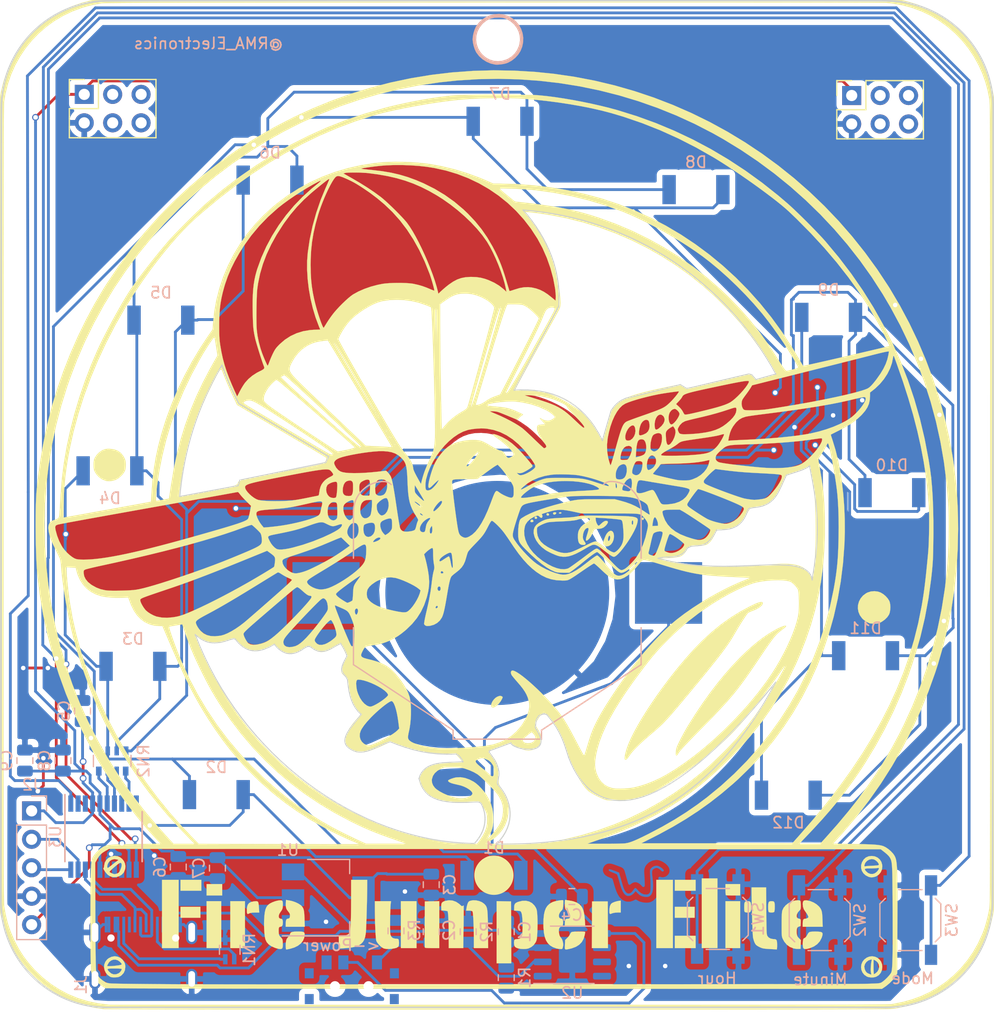
<source format=kicad_pcb>
(kicad_pcb (version 20171130) (host pcbnew 5.1.5)
  (layers (0 F.Cu signal hide) (31 B.Cu signal) (34 B.Paste user hide) (35 F.Paste user hide) (36 B.SilkS user hide) (37 F.SilkS user hide) (38 B.Mask user) (39 F.Mask user hide) (44 Edge.Cuts user))
  (net 0 "")
  (net 1 VSS)
  (net 2 VDDA)
  (net 3 "Net-(C1-Pad1)")
  (net 4 +5V)
  (net 5 VCC)
  (net 6 NRST)
  (net 7 B)
  (net 8 A)
  (net 9 C)
  (net 10 D)
  (net 11 D-)
  (net 12 D+)
  (net 13 "Net-(J1-PadB8)")
  (net 14 "Net-(J1-PadA5)")
  (net 15 "Net-(J1-PadB5)")
  (net 16 "Net-(J1-PadA8)")
  (net 17 SWCLK)
  (net 18 SWDIO)
  (net 19 "Net-(Power->1-Pad1)")
  (net 20 "Net-(R2-Pad1)")
  (net 21 "Net-(RN2-Pad1)")
  (net 22 "Net-(RN2-Pad3)")
  (net 23 "Net-(RN2-Pad2)")
  (net 24 "Net-(RN2-Pad4)")
  (net 25 Hour)
  (net 26 Minute)
  (net 27 Mode)
  (net 28 "Net-(U2-Pad6)")
  (net 29 "Net-(U2-Pad7)")
  (net 30 "Net-(U3-Pad2)")
  (net 31 "Net-(U3-Pad3)")
  (net 32 "Net-(U3-Pad10)")
  (net 33 "Net-(U3-Pad13)")
  (net 34 "Net-(U3-Pad14)")
  (net 35 "Net-(J3-Pad3)")
  (net 36 "Net-(J3-Pad4)")
  (net 37 "Net-(J3-Pad5)")
  (net 38 "Net-(J3-Pad6)")
  (net 39 "Net-(J4-Pad6)")
  (net 40 "Net-(J4-Pad5)")
  (net 41 "Net-(J4-Pad4)")
  (net 42 "Net-(J4-Pad3)")
  (net 43 "Net-(C2-Pad2)")
  (net 44 "Net-(R3-Pad1)")
  (module NFCBuisness:W (layer B.Cu) (at 168 133 180)
    (fp_text reference Ref** hide)
    (fp_text value Val** hide)
    (fp_poly (pts (xy -1.630587 2.420899) (xy -1.447524 2.328559) (xy -1.311592 2.194757) (xy -1.304211 2.183555) (xy -1.265704 2.11344) (xy -1.244213 2.038839) (xy -1.23774 1.938094) (xy -1.244287 1.789546) (xy -1.255088 1.651) (xy -1.268682 1.442824) (xy -1.279873 1.184894) (xy -1.287394 0.912114) (xy -1.289962 0.690936) (xy -1.289221 0.458958) (xy -1.284387 0.294975) (xy -1.273305 0.182336) (xy -1.25382 0.10439) (xy -1.223775 0.044488) (xy -1.202268 0.013603) (xy -1.116398 -0.071274) (xy -1.002822 -0.111004) (xy -0.929984 -0.119227) (xy -0.68211 -0.100096) (xy -0.454281 -0.00289) (xy -0.240656 0.175182) (xy -0.185776 0.236175) (xy -0.081108 0.349759) (xy 0.009066 0.431822) (xy 0.066141 0.465547) (xy 0.068112 0.465666) (xy 0.123755 0.432548) (xy 0.197182 0.348904) (xy 0.229505 0.301607) (xy 0.376869 0.110873) (xy 0.526913 -0.003226) (xy 0.674284 -0.03902) (xy 0.813631 0.005163) (xy 0.907971 0.089777) (xy 0.988653 0.198585) (xy 1.058934 0.326542) (xy 1.126082 0.490779) (xy 1.197364 0.708426) (xy 1.255985 0.910166) (xy 1.31545 1.12099) (xy 1.377683 1.340443) (xy 1.431333 1.528529) (xy 1.442246 1.566558) (xy 1.521416 1.84195) (xy 1.949565 2.005418) (xy 2.167567 2.084028) (xy 2.315998 2.126297) (xy 2.401001 2.133773) (xy 2.422145 2.124455) (xy 2.452677 2.065526) (xy 2.41974 2.005855) (xy 2.317286 1.940366) (xy 2.13927 1.863979) (xy 2.089887 1.8454) (xy 1.930263 1.78316) (xy 1.799296 1.726134) (xy 1.71927 1.684217) (xy 1.708527 1.676067) (xy 1.680315 1.619963) (xy 1.636526 1.498254) (xy 1.582553 1.327363) (xy 1.52379 1.123712) (xy 1.507251 1.063196) (xy 1.396737 0.68139) (xy 1.290651 0.376432) (xy 1.184846 0.140938) (xy 1.075173 -0.032475) (xy 0.957485 -0.15119) (xy 0.827635 -0.222591) (xy 0.776069 -0.238398) (xy 0.602379 -0.241191) (xy 0.418574 -0.174646) (xy 0.246259 -0.047924) (xy 0.192569 0.009056) (xy 0.041511 0.185533) (xy -0.128458 0.008645) (xy -0.312966 -0.157866) (xy -0.496288 -0.260737) (xy -0.709082 -0.314778) (xy -0.823587 -0.327186) (xy -0.981029 -0.333485) (xy -1.090094 -0.317957) (xy -1.185756 -0.27362) (xy -1.227666 -0.246552) (xy -1.355913 -0.118677) (xy -1.447302 0.068507) (xy -1.502345 0.318683) (xy -1.521551 0.635539) (xy -1.505431 1.022758) (xy -1.460818 1.436924) (xy -1.432055 1.688127) (xy -1.424811 1.871541) (xy -1.442863 2.002167) (xy -1.489991 2.095003) (xy -1.569973 2.165049) (xy -1.656298 2.212878) (xy -1.801342 2.257899) (xy -1.939703 2.239415) (xy -2.087459 2.15265) (xy -2.203421 2.05035) (xy -2.298884 1.96489) (xy -2.361491 1.934189) (xy -2.413708 1.94891) (xy -2.426473 1.957639) (xy -2.473927 2.002339) (xy -2.467648 2.051331) (xy -2.429475 2.110518) (xy -2.32004 2.223928) (xy -2.167499 2.330713) (xy -2.002595 2.413218) (xy -1.856072 2.453788) (xy -1.829026 2.455333) (xy -1.630587 2.420899)) (layer B.Cu) (width 0.01))
  )
  (module Dragos:T776-ReverseMountLED (layer B.Cu) (at 155.3 131.4)
    (fp_text reference D1 (at 0 -2.45) (layer B.SilkS) (effects (justify mirror)))
    (fp_text value LED_ALT)
    (pad 1 smd rect (at 2.4 0) (size 1.2 2.6) (layers B.Cu B.Paste B.Mask) (net 7 B))
    (pad 2 smd rect (at -2.4 0) (size 1.2 2.6) (layers B.Cu B.Paste B.Mask) (net 8 A))
    (pad 3 smd circle (at 0 0) (size 3.5 3.5) (layers F.SilkS B.Mask))
  )
  (module "FJE Badge:F.Cu_g33" (layer F.Cu) (at 155.2 96.5)
    (fp_text reference G*** hide)
    (fp_text value LOGO hide)
    (fp_poly (pts (xy 15.546613 32.518365) (xy 17.142251 32.518499) (xy 18.661243 32.518747) (xy 20.104482 32.519109) (xy 21.472858 32.519586) (xy 22.767263 32.520178) (xy 23.988587 32.520888) (xy 25.137723 32.521715) (xy 26.215561 32.52266) (xy 27.222993 32.523725) (xy 28.160909 32.52491) (xy 29.030203 32.526216) (xy 29.831763 32.527644) (xy 30.566482 32.529195) (xy 31.235252 32.53087) (xy 31.838962 32.532669) (xy 32.378506 32.534594) (xy 32.854773 32.536645) (xy 33.268655 32.538823) (xy 33.621044 32.54113) (xy 33.91283 32.543565) (xy 34.144905 32.546131) (xy 34.318161 32.548827) (xy 34.433488 32.551654) (xy 34.491777 32.554615) (xy 34.496953 32.55527) (xy 34.848469 32.654216) (xy 35.151975 32.820535) (xy 35.401711 33.048747) (xy 35.591919 33.333368) (xy 35.716841 33.668919) (xy 35.731031 33.729983) (xy 35.738362 33.808491) (xy 35.744804 33.970377) (xy 35.75035 34.214357) (xy 35.754991 34.539148) (xy 35.758721 34.943466) (xy 35.76153 35.426027) (xy 35.763411 35.985548) (xy 35.764355 36.620743) (xy 35.764356 37.33033) (xy 35.763404 38.113025) (xy 35.762142 38.713833) (xy 35.7505 43.4975) (xy 35.631934 43.7515) (xy 35.452949 44.04563) (xy 35.216515 44.297819) (xy 34.946166 44.485313) (xy 34.7345 44.598166) (xy 0.148166 44.606598) (xy -34.438167 44.615031) (xy -34.670538 44.525781) (xy -34.908369 44.397067) (xy -35.134502 44.207759) (xy -35.325914 43.981166) (xy -35.459584 43.7406) (xy -35.468449 43.717849) (xy -35.56 43.473157) (xy -35.56 35.348333) (xy -29.506334 35.348333) (xy -29.506334 41.359666) (xy -28.109334 41.359666) (xy -28.109334 37.761333) (xy -27.855334 37.761333) (xy -27.855334 38.650333) (xy -26.162 38.650333) (xy -26.162 37.761333) (xy -27.855334 37.761333) (xy -28.109334 37.761333) (xy -28.109334 37.253333) (xy -25.527 37.253333) (xy -25.527 41.359666) (xy -24.299334 41.359666) (xy -24.299334 37.253333) (xy -23.410334 37.253333) (xy -23.410334 41.359666) (xy -22.182667 41.359666) (xy -22.182667 39.325972) (xy -20.398339 39.325972) (xy -20.390071 39.67558) (xy -20.36906 40.006145) (xy -20.335175 40.300525) (xy -20.288283 40.541576) (xy -20.27395 40.593381) (xy -20.178751 40.794337) (xy -20.026399 40.988237) (xy -19.841581 41.146326) (xy -19.75503 41.1978) (xy -19.517353 41.306454) (xy -19.295291 41.38463) (xy -19.101527 41.429887) (xy -18.948743 41.439786) (xy -18.849621 41.411885) (xy -18.821696 41.37737) (xy -18.808711 41.302825) (xy -18.805801 41.261646) (xy -18.454273 41.261646) (xy -18.449136 41.402581) (xy -18.435648 41.477694) (xy -18.426696 41.486666) (xy -18.36876 41.476764) (xy -18.251955 41.450543) (xy -18.099292 41.413228) (xy -18.065365 41.404608) (xy -17.762429 41.31257) (xy -17.518758 41.202562) (xy -17.309129 41.062119) (xy -17.221117 40.987416) (xy -17.086401 40.83807) (xy -17.023281 40.73761) (xy -13.716665 40.73761) (xy -13.716 40.896571) (xy -13.716 41.40553) (xy -13.387917 41.38046) (xy -13.176301 41.362267) (xy -12.932267 41.338305) (xy -12.707366 41.313648) (xy -12.7 41.312778) (xy -12.32598 41.239558) (xy -12.012075 41.113897) (xy -11.749222 40.932167) (xy -11.749091 40.932052) (xy -11.615446 40.789798) (xy -11.517098 40.621113) (xy -11.446465 40.407941) (xy -11.39596 40.132227) (xy -11.388232 40.073049) (xy -11.377306 39.949501) (xy -11.36538 39.752152) (xy -11.352781 39.491855) (xy -11.339838 39.179464) (xy -11.326878 38.825833) (xy -11.314228 38.441816) (xy -11.302216 38.038268) (xy -11.291169 37.626043) (xy -11.282304 37.253333) (xy -10.498667 37.253333) (xy -10.497175 38.025916) (xy -10.494628 38.328007) (xy -10.488498 38.683152) (xy -10.479519 39.059851) (xy -10.468422 39.426603) (xy -10.458393 39.694532) (xy -10.444156 40.009274) (xy -10.430052 40.252062) (xy -10.414675 40.435595) (xy -10.39662 40.572573) (xy -10.374484 40.675692) (xy -10.34686 40.757654) (xy -10.338639 40.776989) (xy -10.210702 40.985852) (xy -10.028713 41.180515) (xy -9.821885 41.33143) (xy -9.757834 41.364461) (xy -9.578102 41.417061) (xy -9.348444 41.441147) (xy -9.098818 41.436254) (xy -8.859182 41.401916) (xy -8.772652 41.379777) (xy -8.600208 41.319696) (xy -8.495711 41.250854) (xy -8.444122 41.151991) (xy -8.430401 41.001845) (xy -8.433093 40.899735) (xy -8.4455 40.618833) (xy -8.710231 40.593511) (xy -8.845382 40.576173) (xy -8.955843 40.547289) (xy -9.043836 40.499021) (xy -9.111585 40.423526) (xy -9.161312 40.312966) (xy -9.19524 40.1595) (xy -9.215593 39.955287) (xy -9.224594 39.692487) (xy -9.224465 39.363261) (xy -9.21743 38.959767) (xy -9.214145 38.8163) (xy -9.20583 38.498908) (xy -9.196481 38.199585) (xy -9.186632 37.931671) (xy -9.176816 37.708507) (xy -9.167567 37.543432) (xy -9.159485 37.450265) (xy -9.132492 37.253333) (xy -8.170334 37.253333) (xy -8.170334 41.359666) (xy -6.858 41.359666) (xy -6.858 37.253333) (xy -6.053667 37.253333) (xy -6.053667 41.359666) (xy -4.826 41.359666) (xy -4.826 37.658544) (xy -4.56581 37.658544) (xy -4.563564 37.724705) (xy -4.550834 37.994166) (xy -4.310934 38.006757) (xy -4.148659 38.026605) (xy -4.041888 38.063414) (xy -4.019023 38.082018) (xy -3.989196 38.161927) (xy -3.963206 38.323058) (xy -3.941242 38.562047) (xy -3.923493 38.875527) (xy -3.910149 39.260133) (xy -3.901397 39.712501) (xy -3.897428 40.229263) (xy -3.897378 40.248416) (xy -3.894667 41.359666) (xy -2.678728 41.359666) (xy -2.651513 39.676916) (xy -2.644858 39.300992) (xy -2.637477 38.946193) (xy -2.629663 38.622691) (xy -2.62171 38.340653) (xy -2.613909 38.110249) (xy -2.610441 38.030731) (xy -2.307167 38.030731) (xy -2.0955 38.020753) (xy -1.980085 38.016801) (xy -1.89168 38.023848) (xy -1.826148 38.051824) (xy -1.779354 38.110659) (xy -1.747161 38.210283) (xy -1.725433 38.360625) (xy -1.710034 38.571616) (xy -1.696828 38.853184) (xy -1.691073 38.99166) (xy -1.679052 39.322486) (xy -1.668489 39.68878) (xy -1.660141 40.058292) (xy -1.654763 40.398769) (xy -1.653155 40.60825) (xy -1.651 41.359666) (xy -0.465667 41.359666) (xy -0.465667 39.944563) (xy -0.46742 39.435334) (xy -0.473589 39.003271) (xy -0.485543 38.640925) (xy -0.50465 38.34085) (xy -0.532278 38.095599) (xy -0.569794 37.897726) (xy -0.618567 37.739782) (xy -0.679965 37.614321) (xy -0.755355 37.513897) (xy -0.846105 37.431062) (xy -0.939101 37.367209) (xy -1.1711 37.261453) (xy -1.204468 37.253333) (xy 0.381 37.253333) (xy 0.381 42.714333) (xy 1.608666 42.714333) (xy 1.608666 40.882248) (xy 1.919754 40.882248) (xy 1.924771 41.031851) (xy 1.953762 41.171301) (xy 2.002259 41.266675) (xy 2.011566 41.275608) (xy 2.153122 41.351655) (xy 2.352819 41.405017) (xy 2.5867 41.433713) (xy 2.830808 41.435761) (xy 3.061186 41.409177) (xy 3.197719 41.373755) (xy 3.38668 41.278257) (xy 3.571487 41.13203) (xy 3.728101 40.958386) (xy 3.83248 40.780639) (xy 3.845236 40.745833) (xy 3.872029 40.62175) (xy 3.897207 40.429648) (xy 3.919848 40.186172) (xy 3.93903 39.907968) (xy 3.953831 39.611681) (xy 3.96333 39.313955) (xy 3.963449 39.30362) (xy 4.543337 39.30362) (xy 4.567459 39.708666) (xy 4.624633 40.105359) (xy 4.700547 40.429553) (xy 4.799736 40.692214) (xy 4.926734 40.904308) (xy 5.086073 41.076802) (xy 5.157129 41.135075) (xy 5.341321 41.247486) (xy 5.563712 41.341984) (xy 5.791925 41.407538) (xy 5.993585 41.433117) (xy 6.029682 41.432369) (xy 6.141593 41.417745) (xy 6.198977 41.376799) (xy 6.229904 41.296279) (xy 6.24564 41.13286) (xy 6.478548 41.13286) (xy 6.479578 41.283264) (xy 6.488457 41.405471) (xy 6.505326 41.476966) (xy 6.516565 41.486666) (xy 6.574921 41.478452) (xy 6.69195 41.456797) (xy 6.843577 41.426186) (xy 6.861261 41.42248) (xy 7.241027 41.317242) (xy 7.548905 41.173728) (xy 7.790999 40.986611) (xy 7.973413 40.750565) (xy 8.102252 40.460262) (xy 8.146697 40.30076) (xy 8.179746 40.156451) (xy 8.203286 40.045887) (xy 8.21204 39.994416) (xy 8.173241 39.980112) (xy 8.06877 39.970252) (xy 7.917499 39.964693) (xy 7.738299 39.963293) (xy 7.55004 39.965909) (xy 7.371594 39.972398) (xy 7.221832 39.98262) (xy 7.119624 39.99643) (xy 7.096527 40.002834) (xy 7.001201 40.077357) (xy 6.914633 40.215807) (xy 6.907642 40.231169) (xy 6.828442 40.367899) (xy 6.729423 40.485633) (xy 6.694877 40.515102) (xy 6.59469 40.614549) (xy 6.524761 40.728033) (xy 6.521173 40.737584) (xy 6.499484 40.837507) (xy 6.485229 40.976769) (xy 6.478548 41.13286) (xy 6.24564 41.13286) (xy 6.25235 41.063183) (xy 6.209362 40.816795) (xy 6.107704 40.588057) (xy 6.059896 40.51839) (xy 5.935592 40.312055) (xy 5.880573 40.110833) (xy 5.867269 39.94374) (xy 5.869492 39.774418) (xy 5.885041 39.625049) (xy 5.911714 39.517814) (xy 5.943592 39.475606) (xy 6.018207 39.456531) (xy 6.100945 39.437644) (xy 6.191201 39.378025) (xy 6.239894 39.255417) (xy 6.243376 39.08253) (xy 6.229092 38.991085) (xy 6.188361 38.883947) (xy 6.103703 38.821752) (xy 6.055778 38.803848) (xy 5.934444 38.725995) (xy 5.870497 38.60196) (xy 5.863905 38.447781) (xy 5.914634 38.279498) (xy 6.022651 38.113148) (xy 6.057278 38.075107) (xy 6.161512 37.929527) (xy 6.227393 37.740489) (xy 6.259157 37.493192) (xy 6.261341 37.423237) (xy 6.477 37.423237) (xy 6.483788 37.667794) (xy 6.50591 37.839486) (xy 6.546002 37.949158) (xy 6.6067 38.007655) (xy 6.620537 38.013786) (xy 6.718306 38.072092) (xy 6.787941 38.134672) (xy 6.853973 38.234969) (xy 6.919562 38.374707) (xy 6.968006 38.514294) (xy 6.983141 38.597416) (xy 6.949495 38.681825) (xy 6.862773 38.761039) (xy 6.752662 38.811993) (xy 6.697133 38.819666) (xy 6.588512 38.835379) (xy 6.521204 38.891867) (xy 6.486829 39.003152) (xy 6.477003 39.183257) (xy 6.477 39.187966) (xy 6.477 39.454666) (xy 8.216543 39.454666) (xy 8.189973 39.02075) (xy 8.15158 38.586731) (xy 8.090609 38.227824) (xy 8.001258 37.936151) (xy 7.877729 37.703837) (xy 7.714219 37.523005) (xy 7.50493 37.385778) (xy 7.244061 37.284281) (xy 7.110321 37.253333) (xy 8.89 37.253333) (xy 8.89 41.359666) (xy 10.244666 41.359666) (xy 10.244666 37.979217) (xy 10.457024 37.979217) (xy 10.459297 38.12864) (xy 10.47657 38.245081) (xy 10.508116 38.306921) (xy 10.522049 38.311666) (xy 10.561702 38.294305) (xy 10.645438 38.252142) (xy 10.652577 38.248427) (xy 10.779201 38.209614) (xy 10.965807 38.188111) (xy 11.08075 38.184927) (xy 11.387666 38.184666) (xy 11.387666 37.697833) (xy 11.383796 37.455647) (xy 11.372106 37.29656) (xy 11.352481 37.219354) (xy 11.34086 37.211) (xy 11.23171 37.226446) (xy 11.077244 37.26599) (xy 10.909417 37.319441) (xy 10.760182 37.37661) (xy 10.661494 37.427303) (xy 10.660562 37.427962) (xy 10.566158 37.530628) (xy 10.501369 37.664449) (xy 10.500388 37.667907) (xy 10.470479 37.818433) (xy 10.457024 37.979217) (xy 10.244666 37.979217) (xy 10.244666 37.253333) (xy 8.89 37.253333) (xy 7.110321 37.253333) (xy 6.925812 37.210637) (xy 6.847203 37.19734) (xy 6.477 37.138059) (xy 6.477 37.423237) (xy 6.261341 37.423237) (xy 6.263489 37.354446) (xy 6.265333 37.138059) (xy 5.898538 37.196794) (xy 5.532867 37.277348) (xy 5.238863 37.394115) (xy 5.008811 37.553869) (xy 4.834992 37.763387) (xy 4.709691 38.029443) (xy 4.635431 38.305781) (xy 4.563826 38.799685) (xy 4.543337 39.30362) (xy 3.963449 39.30362) (xy 3.966605 39.031436) (xy 3.962733 38.780768) (xy 3.958951 38.692666) (xy 3.934547 38.369781) (xy 3.896913 38.115188) (xy 3.841642 37.912974) (xy 3.764327 37.747225) (xy 3.660561 37.602029) (xy 3.655167 37.595686) (xy 3.431952 37.396759) (xy 3.168076 37.269055) (xy 2.871644 37.214584) (xy 2.550761 37.235359) (xy 2.37328 37.277645) (xy 2.170188 37.355573) (xy 2.039504 37.454298) (xy 1.969231 37.587986) (xy 1.947371 37.770805) (xy 1.947333 37.780575) (xy 1.947333 38.015333) (xy 2.221524 38.015333) (xy 2.374986 38.018999) (xy 2.468271 38.034805) (xy 2.525724 38.069966) (xy 2.561768 38.116144) (xy 2.60834 38.232822) (xy 2.646752 38.42056) (xy 2.675834 38.666038) (xy 2.694419 38.955939) (xy 2.701336 39.276945) (xy 2.695416 39.615737) (xy 2.694812 39.631627) (xy 2.677849 39.953068) (xy 2.651936 40.199475) (xy 2.612227 40.380378) (xy 2.553872 40.50531) (xy 2.472022 40.583803) (xy 2.36183 40.625389) (xy 2.218447 40.6396) (xy 2.181901 40.64) (xy 2.058725 40.645982) (xy 1.991427 40.673184) (xy 1.951537 40.73549) (xy 1.94318 40.756416) (xy 1.919754 40.882248) (xy 1.608666 40.882248) (xy 1.608666 37.253333) (xy 0.381 37.253333) (xy -1.204468 37.253333) (xy -1.443391 37.195193) (xy -1.718179 37.175369) (xy -1.890219 37.192537) (xy -2.018948 37.224561) (xy -2.098245 37.274118) (xy -2.161348 37.366718) (xy -2.190068 37.422666) (xy -2.251564 37.587501) (xy -2.290781 37.768903) (xy -2.295901 37.821949) (xy -2.307167 38.030731) (xy -2.610441 38.030731) (xy -2.606555 37.941648) (xy -2.599938 37.84502) (xy -2.598448 37.833388) (xy -2.585201 37.730157) (xy -2.599928 37.690302) (xy -2.656034 37.693797) (xy -2.686861 37.701288) (xy -2.759924 37.708237) (xy -2.832003 37.680907) (xy -2.924938 37.607896) (xy -2.998646 37.538535) (xy -3.128658 37.423397) (xy -3.260721 37.323512) (xy -3.342421 37.273481) (xy -3.543749 37.206629) (xy -3.786107 37.177336) (xy -4.033774 37.187427) (xy -4.222551 37.228585) (xy -4.397528 37.298173) (xy -4.503234 37.378728) (xy -4.554414 37.491702) (xy -4.56581 37.658544) (xy -4.826 37.658544) (xy -4.826 37.253333) (xy -6.053667 37.253333) (xy -6.858 37.253333) (xy -8.170334 37.253333) (xy -9.132492 37.253333) (xy -10.498667 37.253333) (xy -11.282304 37.253333) (xy -11.281415 37.215995) (xy -11.273282 36.818977) (xy -11.267096 36.445845) (xy -11.263186 36.107451) (xy -11.261955 35.888083) (xy -11.260667 35.348333) (xy -12.615334 35.348333) (xy -12.617862 37.009916) (xy -12.619344 37.407587) (xy -12.622447 37.804848) (xy -12.626943 38.187593) (xy -12.63261 38.541716) (xy -12.639221 38.853111) (xy -12.646553 39.107671) (xy -12.654164 39.287392) (xy -12.674665 39.598655) (xy -12.702279 39.836288) (xy -12.744038 40.011326) (xy -12.806974 40.134805) (xy -12.898121 40.217761) (xy -13.024513 40.271229) (xy -13.19318 40.306247) (xy -13.313834 40.322535) (xy -13.481061 40.341762) (xy -13.59442 40.361227) (xy -13.664286 40.395737) (xy -13.701033 40.460099) (xy -13.715035 40.569121) (xy -13.716665 40.73761) (xy -17.023281 40.73761) (xy -16.976774 40.663592) (xy -16.897122 40.480476) (xy -16.852331 40.305215) (xy -16.847286 40.154305) (xy -16.886873 40.04424) (xy -16.930551 40.006489) (xy -17.013444 39.98593) (xy -17.157276 39.972031) (xy -17.338575 39.96485) (xy -17.53387 39.964444) (xy -17.719691 39.970869) (xy -17.872567 39.984185) (xy -17.967745 40.003952) (xy -18.055248 40.066923) (xy -18.076334 40.153064) (xy -18.11014 40.25982) (xy -18.205601 40.39824) (xy -18.254923 40.454637) (xy -18.433511 40.648383) (xy -18.450346 41.067525) (xy -18.454273 41.261646) (xy -18.805801 41.261646) (xy -18.799472 41.172093) (xy -18.796 41.015435) (xy -18.813233 40.775283) (xy -18.86293 40.594392) (xy -18.942092 40.481566) (xy -18.986846 40.455225) (xy -19.062483 40.385252) (xy -19.123545 40.250073) (xy -19.163774 40.068742) (xy -19.177 39.876576) (xy -19.165268 39.670136) (xy -19.127576 39.536942) (xy -19.060181 39.468542) (xy -18.990195 39.454666) (xy -18.887821 39.432102) (xy -18.827191 39.357414) (xy -18.802966 39.22011) (xy -18.804365 39.089387) (xy -18.813938 38.951224) (xy -18.832833 38.874916) (xy -18.873957 38.837727) (xy -18.950219 38.81692) (xy -18.960223 38.814876) (xy -19.068833 38.779309) (xy -19.139215 38.732235) (xy -19.141877 38.728644) (xy -19.166954 38.631077) (xy -19.156706 38.493375) (xy -19.117165 38.34928) (xy -19.054362 38.232536) (xy -19.052872 38.230665) (xy -18.937306 38.080623) (xy -18.866148 37.963201) (xy -18.827244 37.848014) (xy -18.808438 37.704683) (xy -18.802339 37.604445) (xy -18.801431 37.462244) (xy -18.457334 37.462244) (xy -18.446756 37.69435) (xy -18.410139 37.86511) (xy -18.340152 37.995749) (xy -18.236597 38.101597) (xy -18.158704 38.178609) (xy -18.114832 38.264804) (xy -18.091582 38.391796) (xy -18.085258 38.458624) (xy -18.085519 38.639026) (xy -18.126641 38.752289) (xy -18.21506 38.808623) (xy -18.312729 38.819666) (xy -18.382908 38.834515) (xy -18.426806 38.888575) (xy -18.44979 38.996117) (xy -18.457227 39.171412) (xy -18.457334 39.204129) (xy -18.457334 39.454666) (xy -16.837503 39.454666) (xy -16.860585 38.787916) (xy -16.871574 38.54577) (xy -16.886507 38.321866) (xy -16.903766 38.135222) (xy -16.921735 38.004856) (xy -16.930339 37.967188) (xy -17.004369 37.826373) (xy -17.135982 37.671498) (xy -17.305135 37.522308) (xy -17.491783 37.398545) (xy -17.52628 37.38019) (xy -17.673071 37.320428) (xy -17.867005 37.261044) (xy -18.074227 37.210576) (xy -18.260884 37.177562) (xy -18.362084 37.169401) (xy -18.412107 37.174883) (xy -18.440653 37.204557) (xy -18.453702 37.276811) (xy -18.457235 37.410034) (xy -18.457334 37.462244) (xy -18.801431 37.462244) (xy -18.801093 37.409322) (xy -18.826474 37.274579) (xy -18.887798 37.195731) (xy -18.99438 37.168291) (xy -19.155539 37.187774) (xy -19.380591 37.249693) (xy -19.475471 37.280326) (xy -19.781921 37.411307) (xy -20.023565 37.578256) (xy -20.1938 37.775975) (xy -20.25316 37.892328) (xy -20.306625 38.079993) (xy -20.348008 38.334333) (xy -20.377176 38.638206) (xy -20.393997 38.974467) (xy -20.398339 39.325972) (xy -22.182667 39.325972) (xy -22.182667 38.11642) (xy -21.92697 38.11642) (xy -21.926206 38.239991) (xy -21.920431 38.305833) (xy -21.917014 38.311666) (xy -21.868506 38.296841) (xy -21.773472 38.260039) (xy -21.744697 38.248166) (xy -21.603143 38.211171) (xy -21.403641 38.18926) (xy -21.248199 38.184666) (xy -20.903679 38.184666) (xy -20.932367 37.793083) (xy -20.949396 37.571571) (xy -20.966261 37.420858) (xy -20.989097 37.327312) (xy -21.024037 37.277301) (xy -21.077212 37.25719) (xy -21.154757 37.253349) (xy -21.175192 37.253333) (xy -21.436004 37.283786) (xy -21.656564 37.370948) (xy -21.788979 37.473827) (xy -21.848207 37.543382) (xy -21.885142 37.616364) (xy -21.906347 37.716424) (xy -21.918388 37.867215) (xy -21.922428 37.95459) (xy -21.92697 38.11642) (xy -22.182667 38.11642) (xy -22.182667 37.253333) (xy -23.410334 37.253333) (xy -24.299334 37.253333) (xy -25.527 37.253333) (xy -28.109334 37.253333) (xy -28.109334 35.348333) (xy -27.855334 35.348333) (xy -27.855334 36.279666) (xy -26.077334 36.279666) (xy -26.077334 35.729333) (xy -25.527 35.729333) (xy -25.527 36.660666) (xy -24.214667 36.660666) (xy -24.214667 35.729333) (xy -25.527 35.729333) (xy -26.077334 35.729333) (xy -26.077334 35.348333) (xy -27.855334 35.348333) (xy -28.109334 35.348333) (xy -29.506334 35.348333) (xy -35.56 35.348333) (xy -35.56 35.025889) (xy -1.624838 35.025889) (xy -1.613014 35.107344) (xy -1.508669 35.474211) (xy -1.335708 35.805811) (xy -1.102857 36.091927) (xy -0.818843 36.322342) (xy -0.492391 36.486837) (xy -0.411225 36.514584) (xy -0.164265 36.563129) (xy 0.118732 36.573997) (xy 0.402127 36.548551) (xy 0.650277 36.488155) (xy 0.691516 36.472424) (xy 1.04849 36.286892) (xy 1.337534 36.051312) (xy 1.559877 35.764475) (xy 1.694877 35.486004) (xy 1.731025 35.348333) (xy 14.647333 35.348333) (xy 14.647333 41.359666) (xy 16.044333 41.359666) (xy 16.044333 40.343666) (xy 16.298333 40.343666) (xy 16.298333 41.359666) (xy 18.076333 41.359666) (xy 18.076333 40.343666) (xy 16.298333 40.343666) (xy 16.044333 40.343666) (xy 16.044333 37.761333) (xy 16.298333 37.761333) (xy 16.298333 38.650333) (xy 17.991666 38.650333) (xy 17.991666 37.761333) (xy 16.298333 37.761333) (xy 16.044333 37.761333) (xy 16.044333 35.348333) (xy 16.298333 35.348333) (xy 16.298333 36.279666) (xy 18.076333 36.279666) (xy 18.076333 35.348333) (xy 16.298333 35.348333) (xy 16.044333 35.348333) (xy 14.647333 35.348333) (xy 1.731025 35.348333) (xy 1.764372 35.221333) (xy 18.711333 35.221333) (xy 18.711333 41.359666) (xy 20.023666 41.359666) (xy 20.023666 37.253333) (xy 20.828 37.253333) (xy 20.828 41.359666) (xy 22.055666 41.359666) (xy 22.055666 37.803699) (xy 22.482764 37.803699) (xy 22.492236 37.955869) (xy 22.516714 38.06825) (xy 22.556445 38.14255) (xy 22.61867 38.176286) (xy 22.733115 38.18464) (xy 22.744652 38.184666) (xy 22.869699 38.173557) (xy 22.961542 38.145758) (xy 22.978533 38.133866) (xy 23.004767 38.065131) (xy 23.021747 37.937474) (xy 23.029472 37.776133) (xy 23.027942 37.606346) (xy 23.017157 37.45335) (xy 22.997117 37.342382) (xy 22.978533 37.304133) (xy 22.897595 37.268501) (xy 22.77405 37.255314) (xy 22.647181 37.265514) (xy 22.564596 37.294196) (xy 22.529249 37.357076) (xy 22.502806 37.479493) (xy 22.486799 37.636637) (xy 22.482764 37.803699) (xy 22.055666 37.803699) (xy 22.055666 37.253333) (xy 20.828 37.253333) (xy 20.023666 37.253333) (xy 20.023666 35.729333) (xy 20.828 35.729333) (xy 20.828 36.660666) (xy 22.055666 36.660666) (xy 22.055666 36.025666) (xy 23.156333 36.025666) (xy 23.158 36.396083) (xy 23.16051 36.689788) (xy 23.165395 37.02435) (xy 23.172331 37.38934) (xy 23.180993 37.774329) (xy 23.191055 38.168888) (xy 23.202194 38.562586) (xy 23.214084 38.944995) (xy 23.2264 39.305686) (xy 23.238819 39.634229) (xy 23.251014 39.920194) (xy 23.262662 40.153153) (xy 23.273437 40.322676) (xy 23.283014 40.418334) (xy 23.283318 40.420183) (xy 23.339338 40.673234) (xy 23.419437 40.882648) (xy 23.531303 41.052679) (xy 23.682625 41.187581) (xy 23.88109 41.291609) (xy 24.134387 41.369018) (xy 24.450204 41.424061) (xy 24.836228 41.460995) (xy 25.198916 41.480288) (xy 25.357666 41.486666) (xy 25.357666 41.11085) (xy 25.351056 40.887401) (xy 25.331268 40.746639) (xy 25.30475 40.692871) (xy 25.233677 40.66459) (xy 25.112447 40.64009) (xy 25.039771 40.63138) (xy 24.809269 40.590461) (xy 24.642679 40.510781) (xy 24.524828 40.383812) (xy 24.490218 40.3225) (xy 24.470894 40.280151) (xy 24.45467 40.232373) (xy 24.441207 40.171572) (xy 24.430167 40.090156) (xy 24.421211 39.98053) (xy 24.414001 39.835103) (xy 24.408199 39.646281) (xy 24.403465 39.40647) (xy 24.399461 39.108078) (xy 24.39786 38.946363) (xy 25.828328 38.946363) (xy 25.831436 39.334073) (xy 25.833397 39.440638) (xy 25.842193 39.787384) (xy 25.855401 40.062756) (xy 25.876358 40.280041) (xy 25.908401 40.452526) (xy 25.954865 40.593497) (xy 26.019089 40.71624) (xy 26.104407 40.834042) (xy 26.214157 40.960189) (xy 26.21531 40.961451) (xy 26.445299 41.176649) (xy 26.682504 41.32063) (xy 26.912759 41.398272) (xy 27.082349 41.427843) (xy 27.244029 41.438513) (xy 27.374467 41.430385) (xy 27.450329 41.40356) (xy 27.456929 41.395912) (xy 27.470985 41.332325) (xy 27.480511 41.20908) (xy 27.483703 41.051143) (xy 27.48354 41.027521) (xy 27.483087 41.006078) (xy 27.728333 41.006078) (xy 27.737345 41.209451) (xy 27.771431 41.345937) (xy 27.841163 41.421778) (xy 27.957114 41.443218) (xy 28.129856 41.416497) (xy 28.328919 41.360679) (xy 28.620354 41.24366) (xy 28.875213 41.088608) (xy 29.071776 40.909251) (xy 29.101788 40.872187) (xy 29.205376 40.715409) (xy 29.300318 40.535299) (xy 29.374628 40.358472) (xy 29.416324 40.211545) (xy 29.421253 40.162702) (xy 29.406198 40.083086) (xy 29.353095 40.02678) (xy 29.251008 39.990301) (xy 29.089004 39.970164) (xy 28.856148 39.962887) (xy 28.79333 39.962666) (xy 28.564065 39.967807) (xy 28.401495 39.988702) (xy 28.287988 40.033556) (xy 28.205909 40.110575) (xy 28.137624 40.227966) (xy 28.114375 40.278628) (xy 28.020832 40.43152) (xy 27.907393 40.529134) (xy 27.906506 40.529595) (xy 27.82046 40.583412) (xy 27.767349 40.649869) (xy 27.739505 40.749478) (xy 27.729256 40.902753) (xy 27.728333 41.006078) (xy 27.483087 41.006078) (xy 27.480068 40.863337) (xy 27.467472 40.757259) (xy 27.436199 40.682731) (xy 27.376696 40.613193) (xy 27.312869 40.55302) (xy 27.222717 40.463579) (xy 27.169596 40.383891) (xy 27.140555 40.283933) (xy 27.12264 40.13368) (xy 27.120245 40.106494) (xy 27.111689 39.927666) (xy 27.114812 39.755784) (xy 27.126406 39.645166) (xy 27.156437 39.532579) (xy 27.203806 39.479534) (xy 27.270653 39.462737) (xy 27.38416 39.428172) (xy 27.450759 39.345117) (xy 27.482854 39.221833) (xy 27.484267 39.187966) (xy 27.728333 39.187966) (xy 27.728333 39.454666) (xy 29.429605 39.454666) (xy 29.414198 38.851416) (xy 29.400183 38.537502) (xy 29.372698 38.290837) (xy 29.326519 38.094404) (xy 29.256421 37.931187) (xy 29.157179 37.784171) (xy 29.04916 37.662496) (xy 28.893774 37.529673) (xy 28.703502 37.409551) (xy 28.494788 37.307867) (xy 28.284075 37.230357) (xy 28.087805 37.182756) (xy 27.922424 37.170801) (xy 27.804373 37.200228) (xy 27.779133 37.219466) (xy 27.745873 37.298325) (xy 27.730742 37.431779) (xy 27.734239 37.591609) (xy 27.756867 37.749599) (xy 27.768866 37.797388) (xy 27.81966 37.912053) (xy 27.904688 38.04905) (xy 27.960825 38.123514) (xy 28.08526 38.296171) (xy 28.170741 38.45765) (xy 28.208902 38.589893) (xy 28.204797 38.650333) (xy 28.130381 38.754519) (xy 28.00435 38.813066) (xy 27.940375 38.819666) (xy 27.835356 38.836342) (xy 27.770262 38.89549) (xy 27.737217 39.010791) (xy 27.728333 39.187966) (xy 27.484267 39.187966) (xy 27.490906 39.028914) (xy 27.441355 38.894468) (xy 27.331804 38.812776) (xy 27.307753 38.803957) (xy 27.179923 38.724989) (xy 27.113748 38.601492) (xy 27.109478 38.447227) (xy 27.167361 38.275955) (xy 27.287649 38.101439) (xy 27.29486 38.093368) (xy 27.428243 37.884161) (xy 27.490315 37.63544) (xy 27.479012 37.359166) (xy 27.450524 37.189833) (xy 27.169294 37.19303) (xy 26.872189 37.235124) (xy 26.575307 37.347766) (xy 26.303016 37.520351) (xy 26.190918 37.618717) (xy 26.083172 37.735102) (xy 25.997591 37.857995) (xy 25.932066 37.998147) (xy 25.884487 38.166309) (xy 25.852744 38.373232) (xy 25.834727 38.629666) (xy 25.828328 38.946363) (xy 24.39786 38.946363) (xy 24.39585 38.743512) (xy 24.392292 38.305179) (xy 24.390674 38.089416) (xy 24.387513 37.661866) (xy 24.637861 37.661866) (xy 24.639391 37.831653) (xy 24.650176 37.984649) (xy 24.670215 38.095617) (xy 24.6888 38.133866) (xy 24.761798 38.166358) (xy 24.876508 38.181994) (xy 24.998871 38.180383) (xy 25.094828 38.161133) (xy 25.126955 38.138899) (xy 25.145902 38.065141) (xy 25.155637 37.936576) (xy 25.157 37.776578) (xy 25.150829 37.608523) (xy 25.137964 37.455788) (xy 25.119245 37.341747) (xy 25.09649 37.290335) (xy 25.002184 37.261343) (xy 24.875547 37.255744) (xy 24.756321 37.272194) (xy 24.6888 37.304133) (xy 24.662565 37.372868) (xy 24.645586 37.500525) (xy 24.637861 37.661866) (xy 24.387513 37.661866) (xy 24.375412 36.025666) (xy 23.156333 36.025666) (xy 22.055666 36.025666) (xy 22.055666 35.729333) (xy 20.828 35.729333) (xy 20.023666 35.729333) (xy 20.023666 35.221333) (xy 18.711333 35.221333) (xy 1.764372 35.221333) (xy 1.790639 35.1213) (xy 1.806668 34.757059) (xy 1.747276 34.40396) (xy 1.61678 34.072685) (xy 1.419492 33.773911) (xy 1.159726 33.518318) (xy 0.841798 33.316587) (xy 0.81283 33.302549) (xy 0.676587 33.241138) (xy 0.563106 33.201907) (xy 0.445765 33.179944) (xy 0.297945 33.170335) (xy 0.093025 33.168168) (xy 0.084666 33.168166) (xy -0.121556 33.170046) (xy -0.269331 33.178974) (xy -0.384849 33.199885) (xy -0.494302 33.237715) (xy -0.623882 33.297399) (xy -0.638119 33.304349) (xy -0.942062 33.495565) (xy -1.199701 33.742618) (xy -1.403917 34.032343) (xy -1.547591 34.351574) (xy -1.623604 34.687144) (xy -1.624838 35.025889) (xy -35.56 35.025889) (xy -35.56 33.700509) (xy -35.468449 33.455816) (xy -35.336788 33.20732) (xy -35.142142 32.973437) (xy -34.905916 32.775614) (xy -34.649522 32.635301) (xy -34.395834 32.533166) (xy -0.084667 32.521258) (xy 2.156218 32.520519) (xy 4.313327 32.519885) (xy 6.387553 32.519359) (xy 8.379785 32.518941) (xy 10.290916 32.518631) (xy 12.121837 32.518431) (xy 13.873439 32.518342) (xy 15.546613 32.518365)) (layer F.Cu) (width 0.01))
    (fp_poly (pts (xy -15.061632 10.141267) (xy -14.932889 10.217382) (xy -14.829316 10.361301) (xy -14.755536 10.565346) (xy -14.71617 10.821843) (xy -14.710834 10.971167) (xy -14.710834 11.2955) (xy -15.003483 11.724007) (xy -15.334611 12.185653) (xy -15.705811 12.663082) (xy -16.095844 13.130468) (xy -16.483474 13.561983) (xy -16.698568 13.785386) (xy -16.953917 14.034401) (xy -17.169451 14.224147) (xy -17.356818 14.362589) (xy -17.527664 14.457691) (xy -17.693637 14.517416) (xy -17.803505 14.540887) (xy -17.988057 14.569503) (xy -18.116596 14.583157) (xy -18.216236 14.582977) (xy -18.31409 14.570086) (xy -18.349077 14.563534) (xy -18.534611 14.489989) (xy -18.666476 14.360932) (xy -18.738832 14.190716) (xy -18.745835 13.993692) (xy -18.681645 13.784213) (xy -18.673199 13.76723) (xy -18.611878 13.674182) (xy -18.499937 13.53165) (xy -18.343964 13.346532) (xy -18.150542 13.125726) (xy -17.926258 12.87613) (xy -17.677696 12.604641) (xy -17.411441 12.318157) (xy -17.13408 12.023576) (xy -16.852196 11.727796) (xy -16.572376 11.437715) (xy -16.301205 11.16023) (xy -16.045268 10.902239) (xy -15.811149 10.670641) (xy -15.605435 10.472332) (xy -15.434711 10.31421) (xy -15.305561 10.203174) (xy -15.224572 10.146121) (xy -15.210924 10.14063) (xy -15.061632 10.141267)) (layer F.Cu) (width 0.01))
    (fp_poly (pts (xy -14.079762 10.778407) (xy -13.943961 10.822679) (xy -13.744109 10.90542) (xy -13.551961 10.992303) (xy -13.380874 11.069166) (xy -13.235391 11.130229) (xy -13.134417 11.167798) (xy -13.10064 11.176) (xy -13.023603 11.214216) (xy -12.928014 11.320271) (xy -12.820834 11.481271) (xy -12.709023 11.684321) (xy -12.599541 11.916528) (xy -12.499349 12.164998) (xy -12.415406 12.416838) (xy -12.398192 12.47729) (xy -12.3649 12.608812) (xy -12.341833 12.732625) (xy -12.32773 12.867149) (xy -12.321331 13.030802) (xy -12.321375 13.242003) (xy -12.326604 13.519169) (xy -12.326681 13.522459) (xy -12.33648 13.830273) (xy -12.350089 14.062618) (xy -12.368359 14.22864) (xy -12.392143 14.337484) (xy -12.405798 14.372166) (xy -12.482065 14.469645) (xy -12.575393 14.512944) (xy -12.661327 14.493567) (xy -12.685861 14.469459) (xy -12.723358 14.402157) (xy -12.787032 14.267262) (xy -12.872874 14.074618) (xy -12.97687 13.83407) (xy -13.095012 13.555463) (xy -13.223286 13.248642) (xy -13.357682 12.923451) (xy -13.494188 12.589735) (xy -13.628794 12.257338) (xy -13.757487 11.936105) (xy -13.876258 11.635881) (xy -13.981094 11.366511) (xy -14.067984 11.137839) (xy -14.132917 10.95971) (xy -14.171882 10.841968) (xy -14.181667 10.798352) (xy -14.157126 10.770874) (xy -14.079762 10.778407)) (layer F.Cu) (width 0.01))
    (fp_poly (pts (xy -14.394466 12.104857) (xy -14.309229 12.206745) (xy -14.220534 12.380602) (xy -14.12101 12.630505) (xy -14.072162 12.764841) (xy -13.979211 13.057685) (xy -13.935579 13.293544) (xy -13.944528 13.486474) (xy -14.009317 13.650533) (xy -14.133204 13.799776) (xy -14.319451 13.948259) (xy -14.351762 13.970517) (xy -14.680843 14.169364) (xy -14.986137 14.304469) (xy -15.261395 14.374089) (xy -15.500367 14.376482) (xy -15.651917 14.333159) (xy -15.776279 14.244552) (xy -15.882714 14.113933) (xy -15.948665 13.972887) (xy -15.959509 13.902479) (xy -15.933169 13.812292) (xy -15.859468 13.670011) (xy -15.746707 13.487341) (xy -15.603185 13.275987) (xy -15.437203 13.047653) (xy -15.257061 12.814044) (xy -15.07106 12.586866) (xy -14.887499 12.377823) (xy -14.848251 12.335413) (xy -14.703137 12.190215) (xy -14.584049 12.10067) (xy -14.483615 12.070858) (xy -14.394466 12.104857)) (layer F.Cu) (width 0.01))
    (fp_poly (pts (xy -17.373453 9.174262) (xy -17.232196 9.2664) (xy -17.041195 9.422445) (xy -17.030033 9.43218) (xy -16.824178 9.609189) (xy -16.66586 9.736668) (xy -16.541451 9.823629) (xy -16.437326 9.879087) (xy -16.339859 9.912056) (xy -16.28775 9.92322) (xy -16.185781 9.953566) (xy -16.138263 10.004514) (xy -16.146068 10.086448) (xy -16.210067 10.209752) (xy -16.325844 10.377592) (xy -16.581927 10.705467) (xy -16.903398 11.078775) (xy -17.286693 11.493816) (xy -17.72825 11.94689) (xy -18.224505 12.434297) (xy -18.771895 12.952336) (xy -19.070278 13.227754) (xy -19.417418 13.535579) (xy -19.723933 13.782991) (xy -20.001587 13.976089) (xy -20.262145 14.120971) (xy -20.517372 14.223736) (xy -20.779032 14.290482) (xy -21.058891 14.327307) (xy -21.209 14.336391) (xy -21.409332 14.34187) (xy -21.548766 14.336681) (xy -21.650709 14.317936) (xy -21.738573 14.282748) (xy -21.767645 14.267485) (xy -21.900445 14.17343) (xy -22.020125 14.055404) (xy -22.032847 14.03943) (xy -22.119836 13.903928) (xy -22.202148 13.739439) (xy -22.270297 13.570078) (xy -22.314799 13.419959) (xy -22.326168 13.313196) (xy -22.323785 13.299748) (xy -22.284196 13.243303) (xy -22.184128 13.136654) (xy -22.028099 12.983856) (xy -21.820626 12.788964) (xy -21.566227 12.55603) (xy -21.26942 12.289109) (xy -20.934724 11.992256) (xy -20.566655 11.669523) (xy -20.169732 11.324965) (xy -19.748472 10.962637) (xy -19.307394 10.586591) (xy -19.177 10.476042) (xy -18.808179 10.164364) (xy -18.497931 9.903761) (xy -18.240764 9.689954) (xy -18.031187 9.518661) (xy -17.86371 9.385603) (xy -17.732841 9.2865) (xy -17.633088 9.217072) (xy -17.558961 9.173038) (xy -17.504968 9.150118) (xy -17.468052 9.144) (xy -17.373453 9.174262)) (layer F.Cu) (width 0.01))
    (fp_poly (pts (xy -19.13963 7.815038) (xy -19.030898 7.861969) (xy -18.879329 7.935002) (xy -18.699754 8.026209) (xy -18.507003 8.127657) (xy -18.315906 8.23142) (xy -18.141294 8.329565) (xy -17.997997 8.414164) (xy -17.900846 8.477287) (xy -17.864671 8.511003) (xy -17.864667 8.511162) (xy -17.895786 8.554384) (xy -17.985294 8.647688) (xy -18.127417 8.785915) (xy -18.316382 8.963908) (xy -18.546414 9.176506) (xy -18.811742 9.418551) (xy -19.10659 9.684883) (xy -19.425185 9.970345) (xy -19.761754 10.269776) (xy -20.110523 10.578019) (xy -20.465718 10.889914) (xy -20.821567 11.200301) (xy -21.172294 11.504023) (xy -21.512127 11.79592) (xy -21.835292 12.070834) (xy -22.063259 12.262774) (xy -22.508657 12.615895) (xy -22.94111 12.919587) (xy -23.353102 13.169557) (xy -23.737118 13.361509) (xy -24.085641 13.491149) (xy -24.302801 13.542245) (xy -24.531524 13.569745) (xy -24.787392 13.583083) (xy -25.044985 13.582556) (xy -25.278884 13.568463) (xy -25.463671 13.541102) (xy -25.513277 13.528061) (xy -25.664723 13.469902) (xy -25.809659 13.397986) (xy -25.830777 13.385392) (xy -25.997352 13.258029) (xy -26.167731 13.087482) (xy -26.326337 12.89393) (xy -26.457598 12.697553) (xy -26.545938 12.518528) (xy -26.572428 12.424459) (xy -26.581347 12.35301) (xy -26.579 12.288814) (xy -26.559047 12.227175) (xy -26.515148 12.1634) (xy -26.440959 12.092795) (xy -26.330141 12.010665) (xy -26.176351 11.912317) (xy -25.973249 11.793057) (xy -25.714494 11.64819) (xy -25.393743 11.473022) (xy -25.004657 11.26286) (xy -24.999328 11.259989) (xy -24.804754 11.152515) (xy -24.547124 11.006119) (xy -24.235543 10.826167) (xy -23.879114 10.618025) (xy -23.486944 10.387056) (xy -23.068135 10.138627) (xy -22.631793 9.878102) (xy -22.187023 9.610847) (xy -21.742928 9.342227) (xy -21.676162 9.301678) (xy -21.262086 9.050217) (xy -20.868732 8.811642) (xy -20.502159 8.58961) (xy -20.168429 8.387778) (xy -19.873602 8.209803) (xy -19.62374 8.059342) (xy -19.424903 7.940051) (xy -19.283153 7.855587) (xy -19.20455 7.809607) (xy -19.190695 7.802139) (xy -19.13963 7.815038)) (layer F.Cu) (width 0.01))
    (fp_poly (pts (xy -19.83315 6.115816) (xy -19.64671 6.256929) (xy -19.519967 6.368987) (xy -19.443528 6.471872) (xy -19.407999 6.585467) (xy -19.403988 6.729653) (xy -19.422099 6.924314) (xy -19.427857 6.973663) (xy -19.451507 7.152142) (xy -19.47565 7.297528) (xy -19.496768 7.390234) (xy -19.506666 7.41255) (xy -19.56308 7.451811) (xy -19.682797 7.527974) (xy -19.85605 7.635181) (xy -20.073066 7.767573) (xy -20.324076 7.919291) (xy -20.59931 8.084476) (xy -20.888998 8.257269) (xy -21.18337 8.431812) (xy -21.472655 8.602245) (xy -21.747083 8.76271) (xy -21.996884 8.907348) (xy -22.055667 8.941108) (xy -22.293064 9.073763) (xy -22.59449 9.236796) (xy -22.948346 9.424329) (xy -23.343033 9.630484) (xy -23.766951 9.849384) (xy -24.208502 10.075152) (xy -24.656085 10.301909) (xy -25.098102 10.523778) (xy -25.522953 10.734882) (xy -25.919039 10.929342) (xy -26.274761 11.101282) (xy -26.578519 11.244823) (xy -26.810014 11.350246) (xy -27.154818 11.494127) (xy -27.512383 11.628056) (xy -27.858504 11.743748) (xy -28.168976 11.832918) (xy -28.331165 11.870883) (xy -28.507633 11.900762) (xy -28.719991 11.926888) (xy -28.946276 11.947687) (xy -29.164527 11.961583) (xy -29.352784 11.967005) (xy -29.489083 11.962376) (xy -29.5275 11.956622) (xy -29.615996 11.937684) (xy -29.751244 11.910187) (xy -29.845 11.891641) (xy -30.130906 11.809005) (xy -30.433779 11.676353) (xy -30.723018 11.509824) (xy -30.968019 11.325557) (xy -31.031832 11.265728) (xy -31.178703 11.099158) (xy -31.313004 10.911328) (xy -31.426097 10.718822) (xy -31.509345 10.538221) (xy -31.554112 10.38611) (xy -31.551761 10.279069) (xy -31.549108 10.272573) (xy -31.538357 10.249041) (xy -31.525108 10.227635) (xy -31.503129 10.205893) (xy -31.466186 10.181355) (xy -31.408048 10.15156) (xy -31.322481 10.114047) (xy -31.203252 10.066356) (xy -31.044129 10.006025) (xy -30.83888 9.930593) (xy -30.58127 9.837601) (xy -30.265068 9.724587) (xy -29.884041 9.58909) (xy -29.431956 9.42865) (xy -29.231167 9.357414) (xy -28.286171 9.021069) (xy -27.413795 8.708255) (xy -26.606242 8.416024) (xy -25.855713 8.141429) (xy -25.15441 7.881522) (xy -24.494533 7.633355) (xy -23.868284 7.393981) (xy -23.267865 7.160451) (xy -22.685477 6.929817) (xy -22.113321 6.699133) (xy -21.5436 6.465451) (xy -21.175724 6.312571) (xy -20.147615 5.883258) (xy -19.83315 6.115816)) (layer F.Cu) (width 0.01))
    (fp_poly (pts (xy -12.067198 11.083267) (xy -12.015066 11.18279) (xy -12.013494 11.342653) (xy -12.035657 11.458177) (xy -12.077168 11.589718) (xy -12.126094 11.656349) (xy -12.178553 11.675985) (xy -12.276246 11.652261) (xy -12.316136 11.604685) (xy -12.352112 11.478402) (xy -12.35861 11.319798) (xy -12.335493 11.1752) (xy -12.317511 11.130883) (xy -12.240599 11.064536) (xy -12.168297 11.049) (xy -12.067198 11.083267)) (layer F.Cu) (width 0.01))
    (fp_poly (pts (xy -11.788161 8.143535) (xy -11.790233 8.202242) (xy -11.847235 8.314217) (xy -11.957331 8.479489) (xy -12.08772 8.657166) (xy -12.232212 8.863416) (xy -12.332955 9.04999) (xy -12.397208 9.240768) (xy -12.43223 9.459631) (xy -12.445279 9.730459) (xy -12.446 9.835888) (xy -12.451405 10.097766) (xy -12.467545 10.278119) (xy -12.494306 10.375783) (xy -12.498917 10.382822) (xy -12.561242 10.432176) (xy -12.671586 10.495857) (xy -12.799865 10.559035) (xy -12.916 10.606878) (xy -12.98926 10.624584) (xy -13.039013 10.606817) (xy -13.142198 10.561296) (xy -13.275453 10.498367) (xy -13.435643 10.405766) (xy -13.617811 10.278143) (xy -13.785205 10.141459) (xy -13.800838 10.127261) (xy -13.932939 10.001443) (xy -14.010344 9.913423) (xy -14.043907 9.847416) (xy -14.044484 9.787635) (xy -14.041984 9.776563) (xy -13.994129 9.701688) (xy -13.881019 9.58587) (xy -13.708597 9.433985) (xy -13.482808 9.250908) (xy -13.209595 9.041512) (xy -12.894901 8.810674) (xy -12.666041 8.648011) (xy -12.36591 8.440811) (xy -12.129894 8.286735) (xy -11.956155 8.185811) (xy -11.842856 8.138068) (xy -11.788161 8.143535)) (layer F.Cu) (width 0.01))
    (fp_poly (pts (xy -21.515139 3.585075) (xy -21.421081 3.66022) (xy -21.295393 3.769179) (xy -21.152152 3.898882) (xy -21.005434 4.036259) (xy -20.869313 4.168239) (xy -20.757866 4.281752) (xy -20.68517 4.363727) (xy -20.667993 4.388358) (xy -20.64187 4.476862) (xy -20.620511 4.626631) (xy -20.6069 4.814285) (xy -20.604493 4.885704) (xy -20.60169 5.074883) (xy -20.606574 5.200521) (xy -20.623094 5.28366) (xy -20.655194 5.345346) (xy -20.701 5.400274) (xy -20.803501 5.482599) (xy -20.98099 5.589674) (xy -21.22819 5.71932) (xy -21.539819 5.869356) (xy -21.910598 6.037604) (xy -22.335246 6.221882) (xy -22.808485 6.420012) (xy -23.325033 6.629813) (xy -23.879611 6.849106) (xy -24.466939 7.075711) (xy -25.081737 7.307448) (xy -25.718725 7.542137) (xy -26.372622 7.777599) (xy -26.96331 7.985617) (xy -27.523318 8.177145) (xy -28.098594 8.367237) (xy -28.677862 8.552542) (xy -29.249843 8.729707) (xy -29.803261 8.895379) (xy -30.326838 9.046208) (xy -30.809297 9.178839) (xy -31.239361 9.289922) (xy -31.605753 9.376103) (xy -31.72873 9.402195) (xy -31.895326 9.429969) (xy -32.120191 9.458794) (xy -32.383387 9.486992) (xy -32.664974 9.512884) (xy -32.945013 9.534791) (xy -33.203566 9.551035) (xy -33.420694 9.559936) (xy -33.576457 9.559817) (xy -33.5915 9.55903) (xy -33.66339 9.554987) (xy -33.801699 9.547531) (xy -33.988295 9.537628) (xy -34.205046 9.526246) (xy -34.268834 9.522916) (xy -34.67959 9.489006) (xy -35.026076 9.429417) (xy -35.326603 9.337163) (xy -35.599479 9.205255) (xy -35.863013 9.026706) (xy -36.105675 8.821872) (xy -36.296996 8.62728) (xy -36.438787 8.428931) (xy -36.518425 8.27903) (xy -36.614263 8.051429) (xy -36.655162 7.871126) (xy -36.635993 7.730677) (xy -36.551625 7.622642) (xy -36.39693 7.539577) (xy -36.166778 7.47404) (xy -35.933675 7.430639) (xy -35.814183 7.406755) (xy -35.622855 7.362621) (xy -35.369415 7.300724) (xy -35.063584 7.22355) (xy -34.715083 7.133586) (xy -34.333636 7.033318) (xy -33.928963 6.925232) (xy -33.510788 6.811816) (xy -33.4645 6.799154) (xy -32.366417 6.498565) (xy -31.307131 6.208706) (xy -30.289047 5.930232) (xy -29.314567 5.663798) (xy -28.386094 5.410057) (xy -27.50603 5.169665) (xy -26.676779 4.943276) (xy -25.900743 4.731545) (xy -25.180326 4.535126) (xy -24.51793 4.354675) (xy -23.915957 4.190845) (xy -23.376812 4.044292) (xy -22.902896 3.91567) (xy -22.496612 3.805633) (xy -22.160364 3.714837) (xy -21.896553 3.643936) (xy -21.707583 3.593584) (xy -21.595858 3.564436) (xy -21.563493 3.556816) (xy -21.515139 3.585075)) (layer F.Cu) (width 0.01))
    (fp_poly (pts (xy -11.347268 5.357791) (xy -11.310191 5.421322) (xy -11.30402 5.437151) (xy -11.279718 5.552592) (xy -11.265281 5.7292) (xy -11.260324 5.944102) (xy -11.264461 6.174421) (xy -11.277307 6.397282) (xy -11.298476 6.589809) (xy -11.325683 6.722897) (xy -11.431784 6.960814) (xy -11.614453 7.223217) (xy -11.870303 7.506756) (xy -12.195941 7.808078) (xy -12.587978 8.123833) (xy -13.043024 8.450669) (xy -13.139014 8.515544) (xy -13.66784 8.845291) (xy -14.1592 9.101568) (xy -14.612527 9.28419) (xy -15.027255 9.392972) (xy -15.402818 9.427731) (xy -15.73865 9.388282) (xy -15.782528 9.376809) (xy -16.002049 9.296566) (xy -16.210303 9.187092) (xy -16.392406 9.059852) (xy -16.533475 8.92631) (xy -16.618628 8.797933) (xy -16.637 8.718571) (xy -16.62506 8.660597) (xy -16.585407 8.594619) (xy -16.512295 8.516426) (xy -16.399975 8.421805) (xy -16.242701 8.306543) (xy -16.034725 8.16643) (xy -15.770298 7.997251) (xy -15.443675 7.794795) (xy -15.0495 7.555087) (xy -14.703009 7.343705) (xy -14.341116 7.119311) (xy -13.97989 6.89212) (xy -13.635397 6.672343) (xy -13.323707 6.470195) (xy -13.060886 6.295886) (xy -12.954 6.223174) (xy -12.62587 5.997667) (xy -12.359397 5.815604) (xy -12.146683 5.672156) (xy -11.97983 5.562494) (xy -11.850937 5.481791) (xy -11.752107 5.425216) (xy -11.675441 5.387943) (xy -11.613038 5.365141) (xy -11.557 5.351982) (xy -11.519396 5.346198) (xy -11.406958 5.336992) (xy -11.347268 5.357791)) (layer F.Cu) (width 0.01))
    (fp_poly (pts (xy -13.508007 4.748195) (xy -13.482339 4.758868) (xy -13.466255 4.768629) (xy -13.400458 4.821547) (xy -13.298845 4.914914) (xy -13.175842 5.034093) (xy -13.045876 5.164445) (xy -12.923374 5.291331) (xy -12.822762 5.400112) (xy -12.758466 5.476151) (xy -12.742752 5.502764) (xy -12.776623 5.538307) (xy -12.870503 5.612761) (xy -13.013579 5.718644) (xy -13.195038 5.84847) (xy -13.404068 5.994755) (xy -13.629856 6.150015) (xy -13.861587 6.306765) (xy -14.088451 6.457521) (xy -14.299633 6.594799) (xy -14.484321 6.711113) (xy -14.520334 6.733153) (xy -15.010721 7.021313) (xy -15.462172 7.263293) (xy -15.898455 7.469807) (xy -16.343339 7.651565) (xy -16.820591 7.819281) (xy -17.181612 7.932543) (xy -17.487321 7.993303) (xy -17.77009 7.987624) (xy -18.015037 7.915898) (xy -18.026533 7.910334) (xy -18.196876 7.805788) (xy -18.377885 7.662068) (xy -18.547669 7.49985) (xy -18.684339 7.339812) (xy -18.75946 7.218025) (xy -18.819906 7.034373) (xy -18.834569 6.864735) (xy -18.803254 6.731189) (xy -18.76425 6.679235) (xy -18.712566 6.653419) (xy -18.588392 6.600788) (xy -18.398607 6.524015) (xy -18.150087 6.425776) (xy -17.849709 6.308744) (xy -17.504348 6.175595) (xy -17.120882 6.029002) (xy -16.706186 5.871641) (xy -16.267138 5.706185) (xy -16.133255 5.655952) (xy -15.620268 5.463742) (xy -15.180597 5.299319) (xy -14.808294 5.160707) (xy -14.497414 5.045926) (xy -14.242009 4.952997) (xy -14.036134 4.879944) (xy -13.873843 4.824786) (xy -13.749188 4.785546) (xy -13.656223 4.760245) (xy -13.589002 4.746906) (xy -13.541579 4.743548) (xy -13.508007 4.748195)) (layer F.Cu) (width 0.01))
    (fp_poly (pts (xy 6.227993 2.252917) (xy 6.552244 2.285889) (xy 6.931542 2.345344) (xy 7.203091 2.396246) (xy 7.979833 2.548826) (xy 10.4775 2.568527) (xy 10.972597 2.573115) (xy 11.432437 2.578724) (xy 11.850453 2.5852) (xy 12.220079 2.592392) (xy 12.534747 2.600147) (xy 12.787891 2.608311) (xy 12.972945 2.616733) (xy 13.083342 2.625259) (xy 13.109181 2.629719) (xy 13.2375 2.694043) (xy 13.393851 2.808347) (xy 13.556552 2.954079) (xy 13.703917 3.112687) (xy 13.764792 3.190635) (xy 13.834571 3.300947) (xy 13.871124 3.408179) (xy 13.884351 3.548226) (xy 13.885333 3.627636) (xy 13.861128 3.955768) (xy 13.792413 4.334714) (xy 13.685038 4.747225) (xy 13.544853 5.176054) (xy 13.377708 5.603954) (xy 13.189454 6.013675) (xy 12.98594 6.387971) (xy 12.904528 6.519333) (xy 12.757125 6.722064) (xy 12.572206 6.937994) (xy 12.367023 7.150198) (xy 12.158826 7.341751) (xy 11.964867 7.495729) (xy 11.813271 7.589932) (xy 11.657435 7.662308) (xy 11.546162 7.694861) (xy 11.451076 7.690756) (xy 11.343798 7.653158) (xy 11.324166 7.644497) (xy 11.262375 7.601195) (xy 11.149102 7.506241) (xy 10.993041 7.367543) (xy 10.802888 7.193005) (xy 10.587339 6.990535) (xy 10.355088 6.768037) (xy 10.278408 6.693654) (xy 10.026588 6.451136) (xy 9.800219 6.238059) (xy 9.605992 6.060418) (xy 9.450599 5.924205) (xy 9.340733 5.835415) (xy 9.283085 5.800039) (xy 9.280182 5.799666) (xy 9.228211 5.823995) (xy 9.116855 5.893089) (xy 8.954608 6.001112) (xy 8.749965 6.142227) (xy 8.511422 6.310597) (xy 8.247473 6.500386) (xy 8.03994 6.65181) (xy 7.758624 6.857083) (xy 7.493092 7.04848) (xy 7.25251 7.219571) (xy 7.046047 7.363927) (xy 6.882868 7.47512) (xy 6.772143 7.546721) (xy 6.731 7.569734) (xy 6.492559 7.632641) (xy 6.209292 7.635611) (xy 5.891014 7.583379) (xy 5.547542 7.480682) (xy 5.188691 7.332256) (xy 4.824277 7.142836) (xy 4.464114 6.91716) (xy 4.11802 6.659964) (xy 3.79581 6.375983) (xy 3.507299 6.069954) (xy 3.431141 5.977513) (xy 3.138481 5.556846) (xy 2.929621 5.133365) (xy 2.803696 4.704624) (xy 2.75984 4.268172) (xy 2.760678 4.239319) (xy 3.672013 4.239319) (xy 3.705358 4.517587) (xy 3.817091 4.812873) (xy 3.97158 5.068167) (xy 4.181027 5.331776) (xy 4.42273 5.578287) (xy 4.673988 5.782287) (xy 4.697678 5.798633) (xy 4.985773 5.97658) (xy 5.294262 6.136834) (xy 5.60082 6.269527) (xy 5.883121 6.364795) (xy 6.074833 6.407186) (xy 6.223387 6.415497) (xy 6.420525 6.408424) (xy 6.632095 6.388554) (xy 6.823944 6.358473) (xy 6.879166 6.346245) (xy 7.192639 6.243779) (xy 7.559272 6.077253) (xy 7.977642 5.84733) (xy 8.085666 5.782743) (xy 8.378849 5.610413) (xy 8.615004 5.485038) (xy 8.80455 5.402399) (xy 8.957909 5.358276) (xy 9.085502 5.348447) (xy 9.142021 5.354916) (xy 9.231771 5.378113) (xy 9.330705 5.42023) (xy 9.449668 5.488141) (xy 9.599507 5.588721) (xy 9.791067 5.728844) (xy 10.035195 5.915385) (xy 10.075333 5.946486) (xy 10.302571 6.121586) (xy 10.474419 6.250001) (xy 10.601509 6.338052) (xy 10.694472 6.392059) (xy 10.763941 6.418344) (xy 10.820546 6.423227) (xy 10.86461 6.415749) (xy 10.977705 6.356558) (xy 11.12482 6.231826) (xy 11.299139 6.05018) (xy 11.493844 5.820247) (xy 11.702117 5.550651) (xy 11.917142 5.25002) (xy 12.1321 4.926979) (xy 12.340175 4.590155) (xy 12.431915 4.432587) (xy 12.57645 4.161797) (xy 12.703022 3.89098) (xy 12.805122 3.636763) (xy 12.876238 3.415772) (xy 12.909858 3.244633) (xy 12.911666 3.207581) (xy 12.905853 3.146713) (xy 12.88869 3.103987) (xy 13.337866 3.103987) (xy 13.362071 3.145626) (xy 13.413869 3.155472) (xy 13.454965 3.107034) (xy 13.462 3.066668) (xy 13.428058 3.012724) (xy 13.3985 3.005666) (xy 13.34525 3.037235) (xy 13.337866 3.103987) (xy 12.88869 3.103987) (xy 12.884632 3.093887) (xy 12.842337 3.048437) (xy 12.773298 3.009696) (xy 12.671847 2.976999) (xy 12.532314 2.94968) (xy 12.349031 2.927073) (xy 12.116329 2.908512) (xy 11.82854 2.89333) (xy 11.479994 2.880862) (xy 11.065024 2.870442) (xy 10.57796 2.861403) (xy 10.013133 2.85308) (xy 9.879152 2.851296) (xy 9.407435 2.84545) (xy 9.012061 2.841476) (xy 8.684724 2.839522) (xy 8.417117 2.839737) (xy 8.200936 2.842272) (xy 8.027873 2.847275) (xy 7.889623 2.854895) (xy 7.77788 2.865282) (xy 7.684337 2.878585) (xy 7.614319 2.892001) (xy 7.452971 2.924973) (xy 7.303663 2.951533) (xy 7.151857 2.973078) (xy 6.983018 2.991004) (xy 6.782609 3.006707) (xy 6.536094 3.021585) (xy 6.228935 3.037033) (xy 5.990166 3.048028) (xy 5.615617 3.06758) (xy 5.311656 3.0906) (xy 5.064209 3.119693) (xy 4.859203 3.157468) (xy 4.682563 3.206531) (xy 4.520217 3.269489) (xy 4.358089 3.348948) (xy 4.354131 3.351054) (xy 4.06108 3.539935) (xy 3.849776 3.750761) (xy 3.72012 3.9838) (xy 3.672013 4.239319) (xy 2.760678 4.239319) (xy 2.764915 4.093456) (xy 2.817255 3.759313) (xy 2.931074 3.475815) (xy 3.063114 3.299948) (xy 3.409219 3.299948) (xy 3.461472 3.338188) (xy 3.520722 3.344333) (xy 3.585444 3.317806) (xy 3.598333 3.285362) (xy 3.56613 3.219993) (xy 3.496255 3.200426) (xy 3.432462 3.234328) (xy 3.409219 3.299948) (xy 3.063114 3.299948) (xy 3.111919 3.234945) (xy 3.365338 3.028686) (xy 3.41699 2.999126) (xy 3.776902 2.999126) (xy 3.789157 3.041284) (xy 3.828527 3.041459) (xy 3.888169 3.008064) (xy 3.896902 2.9845) (xy 3.867425 2.945159) (xy 3.813091 2.954288) (xy 3.776902 2.999126) (xy 3.41699 2.999126) (xy 3.591036 2.899523) (xy 3.790206 2.808386) (xy 3.938113 2.765745) (xy 4.052006 2.770358) (xy 4.149137 2.820982) (xy 4.189829 2.856378) (xy 4.293924 2.928494) (xy 4.370463 2.936599) (xy 4.404311 2.89261) (xy 4.380329 2.808445) (xy 4.33237 2.744157) (xy 4.305509 2.702792) (xy 4.835235 2.702792) (xy 4.84749 2.744951) (xy 4.88686 2.745126) (xy 4.946502 2.711731) (xy 4.955236 2.688166) (xy 4.925758 2.648825) (xy 4.871424 2.657954) (xy 4.835235 2.702792) (xy 4.305509 2.702792) (xy 4.288336 2.676347) (xy 4.288292 2.640263) (xy 4.342032 2.614923) (xy 4.34444 2.614083) (xy 5.429038 2.614083) (xy 5.438938 2.658647) (xy 5.492778 2.66248) (xy 5.561757 2.628179) (xy 5.591374 2.599434) (xy 5.608697 2.572212) (xy 5.98736 2.572212) (xy 6.028972 2.578991) (xy 6.083879 2.571207) (xy 6.084534 2.556756) (xy 6.027876 2.546651) (xy 6.003395 2.553414) (xy 5.98736 2.572212) (xy 5.608697 2.572212) (xy 5.622165 2.551049) (xy 5.586893 2.541668) (xy 5.546956 2.546517) (xy 5.462289 2.577664) (xy 5.429038 2.614083) (xy 4.34444 2.614083) (xy 4.459925 2.573813) (xy 4.624105 2.522169) (xy 4.816705 2.465231) (xy 5.019859 2.408234) (xy 5.215701 2.356417) (xy 5.386364 2.315017) (xy 5.432017 2.304978) (xy 5.683231 2.263252) (xy 5.94344 2.245635) (xy 6.227993 2.252917)) (layer F.Cu) (width 0.01))
    (fp_poly (pts (xy -22.62278 0.731449) (xy -22.564772 0.793589) (xy -22.461193 0.905405) (xy -22.323755 1.054221) (xy -22.164165 1.227364) (xy -22.047002 1.354666) (xy -21.560276 1.883833) (xy -21.651863 2.487607) (xy -21.687192 2.705669) (xy -21.721961 2.894086) (xy -21.752884 3.036811) (xy -21.776677 3.117796) (xy -21.783142 3.129021) (xy -21.866809 3.181938) (xy -22.022959 3.254404) (xy -22.2425 3.343286) (xy -22.516343 3.445454) (xy -22.835396 3.557775) (xy -23.190569 3.677119) (xy -23.572772 3.800354) (xy -23.972914 3.924349) (xy -24.381905 4.045972) (xy -24.746503 4.149828) (xy -25.067132 4.239671) (xy -25.442035 4.345591) (xy -25.844222 4.459908) (xy -26.246703 4.574943) (xy -26.622487 4.683015) (xy -26.754667 4.721238) (xy -27.567318 4.953628) (xy -28.337935 5.167296) (xy -29.08411 5.366634) (xy -29.823432 5.556038) (xy -30.573491 5.7399) (xy -31.351877 5.922615) (xy -32.176179 6.108576) (xy -33.063988 6.302179) (xy -33.202425 6.331872) (xy -33.83943 6.460097) (xy -34.448668 6.566693) (xy -35.022681 6.650938) (xy -35.554011 6.712116) (xy -36.035201 6.749506) (xy -36.458793 6.76239) (xy -36.81733 6.750048) (xy -37.103353 6.711763) (xy -37.115702 6.709136) (xy -37.4415 6.609211) (xy -37.736479 6.454582) (xy -38.007013 6.23922) (xy -38.259476 5.957092) (xy -38.500244 5.602169) (xy -38.72812 5.183689) (xy -38.83248 4.966022) (xy -38.938395 4.731514) (xy -39.040508 4.493644) (xy -39.133463 4.265891) (xy -39.211902 4.061731) (xy -39.270468 3.894646) (xy -39.303803 3.778111) (xy -39.307264 3.726569) (xy -39.247467 3.685568) (xy -39.111862 3.634032) (xy -38.899799 3.571831) (xy -38.610624 3.498832) (xy -38.243685 3.414905) (xy -37.798331 3.319918) (xy -37.273909 3.21374) (xy -36.669766 3.096238) (xy -35.985251 2.967283) (xy -35.21971 2.826743) (xy -34.372493 2.674486) (xy -33.442946 2.51038) (xy -32.430418 2.334296) (xy -32.173334 2.289953) (xy -31.232285 2.127869) (xy -30.370526 1.979411) (xy -29.583905 1.843858) (xy -28.868269 1.72049) (xy -28.219467 1.608584) (xy -27.633345 1.507421) (xy -27.105752 1.41628) (xy -26.632536 1.334439) (xy -26.209543 1.261178) (xy -25.832623 1.195776) (xy -25.497622 1.137511) (xy -25.200388 1.085663) (xy -24.936769 1.039512) (xy -24.702613 0.998335) (xy -24.493768 0.961412) (xy -24.306081 0.928023) (xy -24.1354 0.897446) (xy -23.977572 0.868961) (xy -23.828446 0.841846) (xy -23.749 0.827323) (xy -22.711834 0.637398) (xy -22.62278 0.731449)) (layer F.Cu) (width 0.01))
    (fp_poly (pts (xy 15.142231 4.194269) (xy 15.199185 4.218186) (xy 15.214582 4.28557) (xy 15.202534 4.418521) (xy 15.166884 4.603929) (xy 15.111471 4.828685) (xy 15.040139 5.079682) (xy 14.956727 5.34381) (xy 14.865078 5.607962) (xy 14.769032 5.859029) (xy 14.672432 6.083902) (xy 14.621439 6.189729) (xy 14.539316 6.322684) (xy 14.449762 6.422949) (xy 14.370456 6.47249) (xy 14.343199 6.473531) (xy 14.300618 6.455499) (xy 14.204539 6.41253) (xy 14.111709 6.370331) (xy 13.986743 6.307625) (xy 13.895159 6.251403) (xy 13.864782 6.223996) (xy 13.862726 6.165479) (xy 13.880368 6.045361) (xy 13.914305 5.883494) (xy 13.943234 5.766279) (xy 14.001943 5.529495) (xy 14.064839 5.257113) (xy 14.121023 4.996845) (xy 14.13667 4.919539) (xy 14.185034 4.686791) (xy 14.227151 4.522207) (xy 14.269981 4.410319) (xy 14.320485 4.33566) (xy 14.385623 4.282764) (xy 14.436027 4.254313) (xy 14.544185 4.218698) (xy 14.694778 4.19366) (xy 14.861913 4.180426) (xy 15.019695 4.18022) (xy 15.142231 4.194269)) (layer F.Cu) (width 0.01))
    (fp_poly (pts (xy 15.824739 4.398297) (xy 15.939879 4.441769) (xy 16.093881 4.516121) (xy 16.271291 4.612807) (xy 16.456657 4.723285) (xy 16.634526 4.839008) (xy 16.789445 4.951434) (xy 16.829154 4.983256) (xy 17.013044 5.153492) (xy 17.118295 5.302501) (xy 17.145014 5.440162) (xy 17.093306 5.576355) (xy 16.963279 5.720959) (xy 16.838199 5.823095) (xy 16.580735 6.000505) (xy 16.351942 6.114465) (xy 16.130681 6.16999) (xy 15.895813 6.172095) (xy 15.6262 6.125796) (xy 15.594438 6.11819) (xy 15.435235 6.075666) (xy 15.341801 6.035795) (xy 15.296829 5.984888) (xy 15.283013 5.909254) (xy 15.282333 5.871292) (xy 15.295188 5.786824) (xy 15.330214 5.644926) (xy 15.382097 5.461891) (xy 15.445526 5.254011) (xy 15.515189 5.037577) (xy 15.585774 4.828882) (xy 15.65197 4.644217) (xy 15.708465 4.499875) (xy 15.749945 4.412147) (xy 15.763913 4.394249) (xy 15.824739 4.398297)) (layer F.Cu) (width 0.01))
    (fp_poly (pts (xy -15.188958 3.326079) (xy -14.997023 3.392692) (xy -14.788578 3.4925) (xy -14.553325 3.603274) (xy -14.361405 3.664876) (xy -14.18921 3.679977) (xy -14.013136 3.651246) (xy -13.85313 3.598311) (xy -13.651491 3.532516) (xy -13.515218 3.514496) (xy -13.439698 3.544364) (xy -13.419825 3.608916) (xy -13.452995 3.754712) (xy -13.554308 3.903354) (xy -13.727199 4.05769) (xy -13.975099 4.220572) (xy -14.301441 4.394848) (xy -14.455614 4.468809) (xy -14.967071 4.697967) (xy -15.496806 4.91708) (xy -16.033526 5.122534) (xy -16.565937 5.310714) (xy -17.082746 5.478004) (xy -17.572661 5.620791) (xy -18.024387 5.735459) (xy -18.426633 5.818394) (xy -18.768104 5.865981) (xy -18.838334 5.871645) (xy -19.011064 5.879754) (xy -19.133653 5.871868) (xy -19.240066 5.841738) (xy -19.364264 5.78311) (xy -19.388667 5.770346) (xy -19.589064 5.636442) (xy -19.75279 5.456092) (xy -19.780722 5.416796) (xy -19.861318 5.283721) (xy -19.942499 5.122864) (xy -20.016793 4.953163) (xy -20.076722 4.793562) (xy -20.114813 4.662999) (xy -20.123589 4.580417) (xy -20.116965 4.564812) (xy -20.068386 4.549018) (xy -19.948809 4.520662) (xy -19.770534 4.482347) (xy -19.545861 4.436676) (xy -19.287089 4.386252) (xy -19.155834 4.361397) (xy -18.788853 4.29138) (xy -18.465687 4.226392) (xy -18.173036 4.162648) (xy -17.897598 4.096364) (xy -17.626074 4.023758) (xy -17.345162 3.941044) (xy -17.041564 3.84444) (xy -16.701978 3.730161) (xy -16.313103 3.594424) (xy -15.86164 3.433443) (xy -15.738475 3.389185) (xy -15.534879 3.327023) (xy -15.359975 3.305089) (xy -15.188958 3.326079)) (layer F.Cu) (width 0.01))
    (fp_poly (pts (xy -10.02131 4.753432) (xy -9.990667 4.844669) (xy -10.026386 4.923128) (xy -10.119762 5.005762) (xy -10.25013 5.083651) (xy -10.39682 5.14788) (xy -10.539165 5.189531) (xy -10.656497 5.199688) (xy -10.728149 5.169432) (xy -10.731679 5.164377) (xy -10.728921 5.095497) (xy -10.669179 5.000838) (xy -10.567977 4.89833) (xy -10.440842 4.805907) (xy -10.40251 4.784171) (xy -10.239778 4.719732) (xy -10.108525 4.7101) (xy -10.02131 4.753432)) (layer F.Cu) (width 0.01))
    (fp_poly (pts (xy 16.363918 2.222962) (xy 16.544635 2.228074) (xy 16.689698 2.24394) (xy 16.817658 2.276539) (xy 16.947063 2.331852) (xy 17.096464 2.415858) (xy 17.28441 2.534539) (xy 17.46916 2.654677) (xy 17.688536 2.799097) (xy 17.929569 2.960585) (xy 18.182396 3.132243) (xy 18.437156 3.307178) (xy 18.683988 3.478494) (xy 18.913029 3.639294) (xy 19.114417 3.782685) (xy 19.278291 3.901769) (xy 19.39479 3.989651) (xy 19.45405 4.039437) (xy 19.459327 4.046229) (xy 19.454985 4.108337) (xy 19.425422 4.221593) (xy 19.38823 4.330615) (xy 19.266567 4.559717) (xy 19.093042 4.757778) (xy 18.885245 4.91151) (xy 18.660766 5.007624) (xy 18.457333 5.03383) (xy 18.35374 5.021498) (xy 18.211483 4.994052) (xy 18.139833 4.977196) (xy 17.957292 4.925096) (xy 17.719571 4.848439) (xy 17.449241 4.755387) (xy 17.168877 4.6541) (xy 16.90105 4.55274) (xy 16.668334 4.459467) (xy 16.493302 4.382443) (xy 16.488833 4.380302) (xy 16.297476 4.268726) (xy 16.081426 4.111318) (xy 15.859194 3.92486) (xy 15.649295 3.726137) (xy 15.47024 3.531931) (xy 15.340543 3.359025) (xy 15.315573 3.316676) (xy 15.245861 3.155865) (xy 15.186497 2.959989) (xy 15.143331 2.756851) (xy 15.12221 2.574256) (xy 15.128983 2.440007) (xy 15.130146 2.43511) (xy 15.17085 2.361345) (xy 15.256658 2.305254) (xy 15.395745 2.265097) (xy 15.596289 2.239135) (xy 15.866466 2.225629) (xy 16.129 2.222622) (xy 16.363918 2.222962)) (layer F.Cu) (width 0.01))
    (fp_poly (pts (xy -12.226176 3.416913) (xy -12.18925 3.430139) (xy -12.08628 3.515535) (xy -12.006102 3.668076) (xy -11.954709 3.871923) (xy -11.938 4.094067) (xy -11.972524 4.371927) (xy -12.072036 4.610744) (xy -12.230452 4.79925) (xy -12.369815 4.893522) (xy -12.467173 4.939) (xy -12.538048 4.945273) (xy -12.620797 4.909691) (xy -12.684514 4.871779) (xy -12.87749 4.714979) (xy -12.994184 4.523812) (xy -13.038116 4.292193) (xy -13.038667 4.259727) (xy -13.014374 4.004674) (xy -12.934653 3.795388) (xy -12.789243 3.606021) (xy -12.772286 3.588774) (xy -12.598478 3.461166) (xy -12.410098 3.402153) (xy -12.226176 3.416913)) (layer F.Cu) (width 0.01))
    (fp_poly (pts (xy -10.691026 3.38843) (xy -10.585553 3.464615) (xy -10.514083 3.598915) (xy -10.507358 3.618597) (xy -10.479763 3.792628) (xy -10.487389 4.006249) (xy -10.525792 4.224251) (xy -10.590531 4.411421) (xy -10.612676 4.453345) (xy -10.733224 4.590672) (xy -10.896169 4.687088) (xy -11.077332 4.735568) (xy -11.25253 4.729086) (xy -11.37792 4.675662) (xy -11.459702 4.604604) (xy -11.517069 4.513617) (xy -11.558079 4.382841) (xy -11.59079 4.192415) (xy -11.598884 4.131049) (xy -11.618365 3.883419) (xy -11.598062 3.701607) (xy -11.528254 3.572283) (xy -11.399218 3.482114) (xy -11.201231 3.41777) (xy -11.057109 3.388136) (xy -10.843785 3.364793) (xy -10.691026 3.38843)) (layer F.Cu) (width 0.01))
    (fp_poly (pts (xy -9.135652 2.992272) (xy -9.030408 3.056091) (xy -8.965794 3.187873) (xy -8.935998 3.392623) (xy -8.932334 3.529905) (xy -8.956149 3.841283) (xy -9.031651 4.092579) (xy -9.164927 4.295046) (xy -9.362064 4.459938) (xy -9.469301 4.522795) (xy -9.558668 4.561955) (xy -9.632691 4.559466) (xy -9.726766 4.520028) (xy -9.803588 4.450105) (xy -9.890345 4.321356) (xy -9.975644 4.15689) (xy -10.048094 3.979817) (xy -10.096301 3.813247) (xy -10.106946 3.748811) (xy -10.111134 3.567057) (xy -10.071793 3.420763) (xy -9.979704 3.299444) (xy -9.825647 3.192611) (xy -9.600402 3.089777) (xy -9.491281 3.048495) (xy -9.287339 2.991409) (xy -9.135652 2.992272)) (layer F.Cu) (width 0.01))
    (fp_poly (pts (xy -9.804699 -2.992079) (xy -9.433851 -2.954116) (xy -9.146975 -2.898671) (xy -8.765957 -2.787963) (xy -8.456488 -2.652976) (xy -8.207462 -2.487781) (xy -8.013534 -2.29354) (xy -7.932271 -2.188054) (xy -7.864038 -2.081606) (xy -7.806913 -1.964899) (xy -7.758972 -1.828632) (xy -7.718295 -1.663505) (xy -7.682958 -1.460218) (xy -7.65104 -1.209472) (xy -7.620617 -0.901967) (xy -7.589768 -0.528404) (xy -7.556941 -0.084667) (xy -7.455488 1.3335) (xy -7.301186 1.735666) (xy -7.15643 2.097782) (xy -7.019958 2.409378) (xy -6.896123 2.66123) (xy -6.789277 2.844114) (xy -6.755844 2.89125) (xy -6.664014 3.074411) (xy -6.654992 3.268681) (xy -6.708623 3.426658) (xy -6.755436 3.547877) (xy -6.793192 3.696948) (xy -6.799177 3.731472) (xy -6.837486 3.912548) (xy -6.89703 4.045866) (xy -6.990244 4.139483) (xy -7.129557 4.201454) (xy -7.327403 4.239835) (xy -7.596212 4.26268) (xy -7.621149 4.264078) (xy -7.810373 4.273077) (xy -7.936349 4.272911) (xy -8.020304 4.260129) (xy -8.083463 4.231279) (xy -8.147052 4.182912) (xy -8.153447 4.177546) (xy -8.253697 4.060811) (xy -8.325729 3.921253) (xy -8.330034 3.907757) (xy -8.348753 3.823845) (xy -8.377442 3.668831) (xy -8.413987 3.455414) (xy -8.456269 3.196292) (xy -8.502173 2.904162) (xy -8.549581 2.591722) (xy -8.550979 2.582333) (xy -8.638033 2.009053) (xy -8.717884 1.508618) (xy -8.792598 1.069716) (xy -8.864242 0.681035) (xy -8.934882 0.331262) (xy -9.006584 0.009084) (xy -9.065205 -0.232834) (xy -9.139235 -0.508356) (xy -9.208011 -0.715913) (xy -9.278642 -0.8713) (xy -9.358239 -0.990311) (xy -9.448275 -1.083741) (xy -9.487309 -1.116524) (xy -9.527977 -1.138317) (xy -9.584408 -1.149348) (xy -9.670735 -1.149847) (xy -9.801087 -1.140042) (xy -9.989597 -1.120162) (xy -10.202334 -1.095946) (xy -10.462279 -1.069281) (xy -10.778739 -1.041722) (xy -11.123619 -1.01543) (xy -11.468822 -0.992564) (xy -11.7475 -0.977142) (xy -12.264734 -0.958893) (xy -12.705276 -0.959931) (xy -13.075262 -0.981989) (xy -13.380828 -1.026801) (xy -13.628111 -1.096101) (xy -13.823244 -1.191621) (xy -13.972365 -1.315095) (xy -14.081609 -1.468257) (xy -14.157111 -1.65284) (xy -14.158764 -1.658358) (xy -14.204432 -1.827661) (xy -14.219028 -1.943138) (xy -14.201298 -2.030207) (xy -14.149989 -2.114287) (xy -14.135332 -2.133306) (xy -14.048552 -2.221838) (xy -13.930622 -2.299701) (xy -13.769926 -2.371634) (xy -13.554849 -2.442375) (xy -13.273774 -2.51666) (xy -13.087962 -2.560489) (xy -12.383319 -2.713616) (xy -11.750038 -2.833546) (xy -11.181827 -2.920817) (xy -10.672395 -2.97597) (xy -10.21545 -2.999544) (xy -9.804699 -2.992079)) (layer F.Cu) (width 0.01))
    (fp_poly (pts (xy -15.349544 1.490024) (xy -15.305754 1.498484) (xy -15.246373 1.523551) (xy -15.211086 1.571162) (xy -15.199516 1.65381) (xy -15.211287 1.783988) (xy -15.246023 1.974188) (xy -15.285862 2.159) (xy -15.343669 2.406352) (xy -15.396279 2.585963) (xy -15.45381 2.713362) (xy -15.526378 2.804076) (xy -15.624099 2.873635) (xy -15.757092 2.937567) (xy -15.806768 2.958548) (xy -16.332781 3.154307) (xy -16.927727 3.334629) (xy -17.57677 3.496367) (xy -18.265074 3.636373) (xy -18.9778 3.751502) (xy -19.700114 3.838605) (xy -20.133218 3.876201) (xy -20.517935 3.904513) (xy -20.774696 3.563765) (xy -20.92991 3.337574) (xy -21.058997 3.110089) (xy -21.153049 2.899802) (xy -21.203159 2.725207) (xy -21.209 2.662155) (xy -21.180345 2.577483) (xy -21.109483 2.477477) (xy -21.089898 2.456717) (xy -21.029398 2.404802) (xy -20.955198 2.361718) (xy -20.857439 2.325655) (xy -20.726264 2.294799) (xy -20.551815 2.267339) (xy -20.324233 2.241463) (xy -20.033661 2.215359) (xy -19.670241 2.187214) (xy -19.59284 2.181537) (xy -19.328068 2.161255) (xy -19.095169 2.140511) (xy -18.87916 2.116992) (xy -18.665056 2.088386) (xy -18.437873 2.052382) (xy -18.182626 2.006667) (xy -17.884331 1.94893) (xy -17.528003 1.876858) (xy -17.259826 1.821572) (xy -16.822509 1.73136) (xy -16.460025 1.657562) (xy -16.164416 1.598861) (xy -15.927726 1.553942) (xy -15.741996 1.521488) (xy -15.599271 1.500186) (xy -15.491592 1.488718) (xy -15.411002 1.485769) (xy -15.349544 1.490024)) (layer F.Cu) (width 0.01))
    (fp_poly (pts (xy 18.560123 0.398335) (xy 18.723763 0.468836) (xy 18.744826 0.478593) (xy 18.856472 0.527717) (xy 19.036341 0.603439) (xy 19.273832 0.701445) (xy 19.558345 0.817419) (xy 19.879281 0.947048) (xy 20.226041 1.086015) (xy 20.588023 1.230008) (xy 20.689295 1.270098) (xy 21.115161 1.43921) (xy 21.468509 1.581554) (xy 21.755951 1.700474) (xy 21.984098 1.799316) (xy 22.159562 1.881424) (xy 22.288956 1.950143) (xy 22.378891 2.008819) (xy 22.43598 2.060795) (xy 22.466833 2.109418) (xy 22.478064 2.158032) (xy 22.478586 2.175292) (xy 22.449601 2.293141) (xy 22.372541 2.450428) (xy 22.259844 2.627375) (xy 22.123945 2.804203) (xy 21.99551 2.943546) (xy 21.683899 3.208357) (xy 21.365919 3.392922) (xy 21.030426 3.500603) (xy 20.666276 3.534762) (xy 20.262327 3.498761) (xy 20.19443 3.486931) (xy 19.834538 3.406631) (xy 19.506878 3.300721) (xy 19.188123 3.159158) (xy 18.854946 2.971903) (xy 18.570224 2.787781) (xy 18.230772 2.557941) (xy 17.955311 2.370123) (xy 17.737335 2.219463) (xy 17.570337 2.101093) (xy 17.447812 2.010148) (xy 17.363252 1.941761) (xy 17.310152 1.891067) (xy 17.282005 1.853199) (xy 17.272306 1.823291) (xy 17.272 1.816843) (xy 17.298845 1.739154) (xy 17.367067 1.633035) (xy 17.412784 1.577038) (xy 17.488628 1.48044) (xy 17.594651 1.33072) (xy 17.717502 1.147375) (xy 17.843827 0.949901) (xy 17.859282 0.925058) (xy 18.006931 0.691792) (xy 18.125098 0.525362) (xy 18.226641 0.419284) (xy 18.32442 0.367076) (xy 18.431295 0.362254) (xy 18.560123 0.398335)) (layer F.Cu) (width 0.01))
    (fp_poly (pts (xy -14.008211 1.57207) (xy -13.972505 1.598126) (xy -13.928677 1.640413) (xy -13.897549 1.694977) (xy -13.875232 1.778417) (xy -13.857835 1.907332) (xy -13.841468 2.09832) (xy -13.835177 2.184101) (xy -13.817906 2.492251) (xy -13.816961 2.729123) (xy -13.833767 2.906786) (xy -13.869749 3.037308) (xy -13.926332 3.132757) (xy -13.950301 3.159148) (xy -14.078864 3.234605) (xy -14.246211 3.26391) (xy -14.419635 3.246266) (xy -14.566428 3.18088) (xy -14.57506 3.174338) (xy -14.676662 3.057376) (xy -14.744618 2.887659) (xy -14.781744 2.65527) (xy -14.791151 2.413) (xy -14.770256 2.108953) (xy -14.704126 1.873758) (xy -14.590003 1.70303) (xy -14.425131 1.592381) (xy -14.24408 1.542452) (xy -14.107992 1.535546) (xy -14.008211 1.57207)) (layer F.Cu) (width 0.01))
    (fp_poly (pts (xy -12.45996 1.389346) (xy -12.391514 1.472644) (xy -12.351991 1.619002) (xy -12.338043 1.834008) (xy -12.346322 2.123253) (xy -12.359327 2.318504) (xy -12.375359 2.532272) (xy -12.388802 2.715205) (xy -12.39848 2.851001) (xy -12.403215 2.923357) (xy -12.403495 2.93011) (xy -12.429266 2.977269) (xy -12.49439 3.062232) (xy -12.535053 3.110026) (xy -12.660864 3.22406) (xy -12.779281 3.261925) (xy -12.901594 3.222628) (xy -13.03909 3.105173) (xy -13.078306 3.062179) (xy -13.230834 2.83811) (xy -13.343231 2.571124) (xy -13.404973 2.292787) (xy -13.409567 2.068781) (xy -13.361683 1.879039) (xy -13.252214 1.716457) (xy -13.072934 1.571744) (xy -12.8723 1.461917) (xy -12.697005 1.389572) (xy -12.560674 1.363519) (xy -12.45996 1.389346)) (layer F.Cu) (width 0.01))
    (fp_poly (pts (xy -10.761803 1.938) (xy -10.780601 2.263142) (xy -10.813179 2.51586) (xy -10.863217 2.707791) (xy -10.934394 2.850571) (xy -11.030393 2.955839) (xy -11.099037 3.004379) (xy -11.275893 3.074368) (xy -11.458041 3.083243) (xy -11.617251 3.030791) (xy -11.649548 3.008553) (xy -11.750586 2.882893) (xy -11.827041 2.694886) (xy -11.873792 2.464587) (xy -11.885723 2.212049) (xy -11.879463 2.107832) (xy -11.830224 1.830411) (xy -11.73655 1.622416) (xy -11.591929 1.477952) (xy -11.389849 1.391125) (xy -11.123797 1.356043) (xy -11.047265 1.354666) (xy -10.740825 1.354666) (xy -10.761803 1.938)) (layer F.Cu) (width 0.01))
    (fp_poly (pts (xy -9.485178 1.183989) (xy -9.378566 1.285424) (xy -9.301902 1.447414) (xy -9.257385 1.650526) (xy -9.247211 1.875325) (xy -9.273579 2.102378) (xy -9.338687 2.312249) (xy -9.353878 2.345051) (xy -9.49358 2.577756) (xy -9.646077 2.737477) (xy -9.805903 2.821534) (xy -9.967589 2.827246) (xy -10.125668 2.751935) (xy -10.147845 2.734231) (xy -10.249837 2.605664) (xy -10.334142 2.418666) (xy -10.391831 2.19902) (xy -10.413978 1.972508) (xy -10.414 1.965569) (xy -10.410769 1.863468) (xy -10.393036 1.78542) (xy -10.348746 1.710755) (xy -10.265842 1.618801) (xy -10.140685 1.496934) (xy -9.921288 1.308586) (xy -9.736033 1.196438) (xy -9.583546 1.159834) (xy -9.485178 1.183989)) (layer F.Cu) (width 0.01))
    (fp_poly (pts (xy 13.169654 -0.408978) (xy 13.297901 -0.394451) (xy 13.475363 -0.36842) (xy 13.711296 -0.329906) (xy 14.014955 -0.277935) (xy 14.266333 -0.234151) (xy 14.576435 -0.180558) (xy 14.939981 -0.118722) (xy 15.326799 -0.053715) (xy 15.706718 0.009392) (xy 16.044333 0.064681) (xy 16.446993 0.130967) (xy 16.773536 0.187083) (xy 17.031687 0.234665) (xy 17.229168 0.275345) (xy 17.373704 0.310756) (xy 17.473017 0.342532) (xy 17.534832 0.372305) (xy 17.549561 0.382987) (xy 17.609576 0.485021) (xy 17.598658 0.631733) (xy 17.517077 0.821984) (xy 17.404728 0.999633) (xy 17.181612 1.267177) (xy 16.924326 1.476274) (xy 16.621102 1.633513) (xy 16.260174 1.745481) (xy 15.976971 1.798943) (xy 15.709752 1.835774) (xy 15.506799 1.854305) (xy 15.349756 1.854714) (xy 15.220265 1.837181) (xy 15.115413 1.80736) (xy 15.05682 1.7815) (xy 15.003151 1.740323) (xy 14.946136 1.672073) (xy 14.877504 1.564991) (xy 14.788984 1.40732) (xy 14.672305 1.187302) (xy 14.652251 1.148936) (xy 14.334841 0.541039) (xy 14.162707 0.564633) (xy 14.029381 0.595376) (xy 13.862331 0.650533) (xy 13.73687 0.701283) (xy 13.539469 0.772081) (xy 13.328389 0.819853) (xy 13.127946 0.841579) (xy 12.962457 0.834242) (xy 12.87633 0.808078) (xy 12.821363 0.764328) (xy 12.793672 0.692604) (xy 12.784891 0.567567) (xy 12.784666 0.530444) (xy 12.793819 0.366787) (xy 12.81816 0.176455) (xy 12.853017 -0.01701) (xy 12.893716 -0.190062) (xy 12.935582 -0.319158) (xy 12.963726 -0.371554) (xy 12.98766 -0.393287) (xy 13.023789 -0.407419) (xy 13.081369 -0.412975) (xy 13.169654 -0.408978)) (layer F.Cu) (width 0.01))
    (fp_poly (pts (xy -14.790213 -1.369265) (xy -14.68449 -1.354111) (xy -14.672092 -1.351155) (xy -14.496896 -1.276817) (xy -14.353992 -1.159746) (xy -14.260304 -1.018574) (xy -14.232756 -0.871936) (xy -14.23311 -0.867834) (xy -14.247592 -0.801787) (xy -14.286769 -0.74482) (xy -14.365598 -0.683767) (xy -14.499033 -0.605464) (xy -14.582577 -0.560182) (xy -14.754825 -0.460994) (xy -14.91535 -0.356529) (xy -15.036187 -0.265325) (xy -15.060405 -0.243431) (xy -15.227226 -0.028279) (xy -15.358297 0.25512) (xy -15.449059 0.596297) (xy -15.463881 0.682668) (xy -15.517904 1.030804) (xy -16.270588 1.192101) (xy -16.746443 1.291062) (xy -17.161163 1.369611) (xy -17.535135 1.430189) (xy -17.888747 1.475239) (xy -18.242388 1.507202) (xy -18.616446 1.528519) (xy -19.031309 1.541632) (xy -19.219334 1.545227) (xy -19.523598 1.548384) (xy -19.814284 1.548054) (xy -20.075923 1.544513) (xy -20.293051 1.538035) (xy -20.450201 1.528896) (xy -20.508853 1.522314) (xy -20.861176 1.453783) (xy -21.147785 1.365697) (xy -21.386979 1.24902) (xy -21.597053 1.094716) (xy -21.796307 0.893749) (xy -21.807473 0.880981) (xy -21.963185 0.6985) (xy -22.06961 0.562957) (xy -22.135648 0.459785) (xy -22.170196 0.374414) (xy -22.182154 0.292277) (xy -22.182667 0.266723) (xy -22.173732 0.186028) (xy -22.139487 0.119651) (xy -22.068768 0.060893) (xy -21.950414 0.003053) (xy -21.773263 -0.060569) (xy -21.526152 -0.136672) (xy -21.495577 -0.145693) (xy -21.357286 -0.185449) (xy -21.214676 -0.224208) (xy -21.060691 -0.263454) (xy -20.888274 -0.304673) (xy -20.69037 -0.349348) (xy -20.459923 -0.398965) (xy -20.189877 -0.455008) (xy -19.873176 -0.518962) (xy -19.502765 -0.592312) (xy -19.071587 -0.676542) (xy -18.572587 -0.773137) (xy -17.998708 -0.883582) (xy -17.885834 -0.905255) (xy -17.284897 -1.019392) (xy -16.761114 -1.116092) (xy -16.308953 -1.196124) (xy -15.922881 -1.260255) (xy -15.597365 -1.309253) (xy -15.326873 -1.343885) (xy -15.105871 -1.364919) (xy -14.928829 -1.373123) (xy -14.790213 -1.369265)) (layer F.Cu) (width 0.01))
    (fp_poly (pts (xy 21.158313 -1.254521) (xy 21.541339 -1.213215) (xy 21.991158 -1.170564) (xy 22.489935 -1.127834) (xy 23.019837 -1.086292) (xy 23.56303 -1.047202) (xy 24.10168 -1.011831) (xy 24.617954 -0.981446) (xy 25.094016 -0.957312) (xy 25.512035 -0.940696) (xy 25.62688 -0.937274) (xy 25.763882 -0.910608) (xy 25.841308 -0.836604) (xy 25.860252 -0.710756) (xy 25.821808 -0.528556) (xy 25.764199 -0.372004) (xy 25.633663 -0.100873) (xy 25.464459 0.181242) (xy 25.268353 0.459971) (xy 25.057113 0.720941) (xy 24.842506 0.949781) (xy 24.636299 1.132118) (xy 24.450258 1.253581) (xy 24.422512 1.266688) (xy 24.173527 1.354088) (xy 23.892884 1.406821) (xy 23.567075 1.426071) (xy 23.182591 1.413023) (xy 22.962923 1.394641) (xy 22.688599 1.360854) (xy 22.412189 1.310948) (xy 22.121595 1.24135) (xy 21.804714 1.14849) (xy 21.449446 1.028796) (xy 21.04369 0.878695) (xy 20.575345 0.694618) (xy 20.531666 0.67705) (xy 20.284166 0.579092) (xy 20.037257 0.484434) (xy 19.813106 0.401365) (xy 19.633876 0.338174) (xy 19.56764 0.316501) (xy 19.354836 0.234229) (xy 19.156634 0.129212) (xy 18.988192 0.012499) (xy 18.864666 -0.104861) (xy 18.801217 -0.211819) (xy 18.796 -0.245975) (xy 18.82778 -0.355445) (xy 18.915811 -0.502786) (xy 19.049121 -0.674391) (xy 19.216743 -0.856652) (xy 19.407707 -1.03596) (xy 19.486146 -1.102156) (xy 19.858793 -1.406563) (xy 21.158313 -1.254521)) (layer F.Cu) (width 0.01))
    (fp_poly (pts (xy -13.986361 -0.288634) (xy -13.922168 -0.258196) (xy -13.879826 -0.194011) (xy -13.856315 -0.085071) (xy -13.848619 0.079633) (xy -13.853719 0.311108) (xy -13.861528 0.483848) (xy -13.877254 0.759885) (xy -13.896713 0.962542) (xy -13.925574 1.103084) (xy -13.969504 1.192775) (xy -14.034169 1.242879) (xy -14.125237 1.264662) (xy -14.248375 1.269388) (xy -14.256726 1.269375) (xy -14.411147 1.25982) (xy -14.545768 1.235979) (xy -14.60373 1.215842) (xy -14.736502 1.104945) (xy -14.838289 0.935199) (xy -14.904918 0.728064) (xy -14.932216 0.505) (xy -14.916008 0.287466) (xy -14.852121 0.096924) (xy -14.829049 0.057315) (xy -14.749718 -0.017671) (xy -14.614557 -0.102146) (xy -14.449575 -0.183906) (xy -14.280784 -0.250744) (xy -14.134192 -0.290456) (xy -14.075423 -0.296334) (xy -13.986361 -0.288634)) (layer F.Cu) (width 0.01))
    (fp_poly (pts (xy -12.617965 -0.360405) (xy -12.548443 -0.313675) (xy -12.535508 -0.301175) (xy -12.491312 -0.24759) (xy -12.461831 -0.180767) (xy -12.444912 -0.084785) (xy -12.438402 0.056272) (xy -12.44015 0.258322) (xy -12.443272 0.381) (xy -12.463173 0.673279) (xy -12.504208 0.884718) (xy -12.566687 1.016545) (xy -12.613989 1.057613) (xy -12.716943 1.085385) (xy -12.866819 1.096478) (xy -13.027526 1.090872) (xy -13.162975 1.068548) (xy -13.194949 1.057927) (xy -13.318189 0.973251) (xy -13.396008 0.832479) (xy -13.431633 0.627824) (xy -13.434312 0.480344) (xy -13.40841 0.178471) (xy -13.342724 -0.052179) (xy -13.233619 -0.216945) (xy -13.077457 -0.321165) (xy -12.870602 -0.37018) (xy -12.853945 -0.371697) (xy -12.709638 -0.377495) (xy -12.617965 -0.360405)) (layer F.Cu) (width 0.01))
    (fp_poly (pts (xy -9.820148 -0.498088) (xy -9.638155 -0.438777) (xy -9.522587 -0.349768) (xy -9.420798 -0.175025) (xy -9.375583 0.048779) (xy -9.387091 0.307579) (xy -9.45547 0.587315) (xy -9.511179 0.730972) (xy -9.625776 0.89425) (xy -9.795027 1.010764) (xy -9.997868 1.071636) (xy -10.213233 1.067984) (xy -10.275885 1.05334) (xy -10.387047 1.001185) (xy -10.464273 0.911369) (xy -10.512266 0.771768) (xy -10.535732 0.570253) (xy -10.540071 0.372518) (xy -10.527053 0.087664) (xy -10.486497 -0.127378) (xy -10.413859 -0.284279) (xy -10.304593 -0.394711) (xy -10.222913 -0.441942) (xy -10.023518 -0.500255) (xy -9.820148 -0.498088)) (layer F.Cu) (width 0.01))
    (fp_poly (pts (xy -11.137456 -0.458748) (xy -11.017434 -0.401573) (xy -10.982385 -0.361021) (xy -10.955809 -0.309421) (xy -10.938712 -0.241204) (xy -10.930339 -0.141706) (xy -10.92993 0.003735) (xy -10.936731 0.209784) (xy -10.944325 0.376248) (xy -10.956351 0.630047) (xy -10.969582 0.811561) (xy -10.992276 0.932873) (xy -11.032693 1.00607) (xy -11.099089 1.043239) (xy -11.199724 1.056463) (xy -11.342855 1.057831) (xy -11.409998 1.057755) (xy -11.60759 1.043812) (xy -11.74223 1.002896) (xy -11.75949 0.992263) (xy -11.885728 0.855935) (xy -11.969071 0.668005) (xy -12.00835 0.45054) (xy -12.002397 0.225608) (xy -11.950044 0.015276) (xy -11.850123 -0.158388) (xy -11.822033 -0.189089) (xy -11.654134 -0.324312) (xy -11.472766 -0.416645) (xy -11.294887 -0.462615) (xy -11.137456 -0.458748)) (layer F.Cu) (width 0.01))
    (fp_poly (pts (xy 12.39459 -0.524693) (xy 12.448425 -0.438122) (xy 12.476117 -0.304562) (xy 12.485361 -0.12183) (xy 12.477058 0.076821) (xy 12.452109 0.258137) (xy 12.427 0.352052) (xy 12.359459 0.509291) (xy 12.279984 0.609142) (xy 12.171641 0.659224) (xy 12.017495 0.667158) (xy 11.800612 0.640566) (xy 11.789833 0.6388) (xy 11.668468 0.613113) (xy 11.579867 0.584451) (xy 11.567583 0.5781) (xy 11.523569 0.504575) (xy 11.522933 0.379058) (xy 11.560167 0.218685) (xy 11.629758 0.040591) (xy 11.726197 -0.138091) (xy 11.843975 -0.300225) (xy 11.853611 -0.311349) (xy 12.013701 -0.464427) (xy 12.163104 -0.552263) (xy 12.293005 -0.572978) (xy 12.39459 -0.524693)) (layer F.Cu) (width 0.01))
    (fp_poly (pts (xy -0.730506 -5.02231) (xy -0.715273 -5.021407) (xy -0.16101 -4.94705) (xy 0.397252 -4.797402) (xy 0.941902 -4.579032) (xy 1.455325 -4.298513) (xy 1.735666 -4.107108) (xy 2.065459 -3.842545) (xy 2.402728 -3.535334) (xy 2.734146 -3.200285) (xy 3.046385 -2.852205) (xy 3.326116 -2.505903) (xy 3.560013 -2.176186) (xy 3.725076 -1.896727) (xy 3.799315 -1.746846) (xy 3.836306 -1.647389) (xy 3.841554 -1.575698) (xy 3.82056 -1.509117) (xy 3.819691 -1.507199) (xy 3.772379 -1.427548) (xy 3.734009 -1.397) (xy 3.696195 -1.42842) (xy 3.616977 -1.514619) (xy 3.506886 -1.643512) (xy 3.376453 -1.803011) (xy 3.33455 -1.855502) (xy 2.894275 -2.39257) (xy 2.48238 -2.857039) (xy 2.092924 -3.253707) (xy 1.719967 -3.587373) (xy 1.357569 -3.862835) (xy 0.999787 -4.084894) (xy 0.640683 -4.258346) (xy 0.274314 -4.387992) (xy 0.160369 -4.41951) (xy -0.451155 -4.543792) (xy -1.038741 -4.593937) (xy -1.598179 -4.570376) (xy -2.125259 -4.473543) (xy -2.61577 -4.303869) (xy -3.016296 -4.09311) (xy -3.435603 -3.799721) (xy -3.861313 -3.442132) (xy -4.275607 -3.037269) (xy -4.660668 -2.602059) (xy -4.874174 -2.328118) (xy -5.044469 -2.058422) (xy -5.210311 -1.722956) (xy -5.365193 -1.34059) (xy -5.502607 -0.930196) (xy -5.616047 -0.510644) (xy -5.699004 -0.100805) (xy -5.735365 0.169333) (xy -5.760782 0.380351) (xy -5.789758 0.515638) (xy -5.828434 0.58409) (xy -5.882948 0.594604) (xy -5.959442 0.556075) (xy -5.988273 0.535786) (xy -6.021747 0.503477) (xy -6.042513 0.454819) (xy -6.05218 0.373677) (xy -6.052354 0.243916) (xy -6.044643 0.049399) (xy -6.042034 -0.003964) (xy -6.02565 -0.22921) (xy -6.000575 -0.452527) (xy -5.970687 -0.643156) (xy -5.949306 -0.739475) (xy -5.895019 -0.90236) (xy -5.807952 -1.121138) (xy -5.696618 -1.377787) (xy -5.569527 -1.654282) (xy -5.435191 -1.932602) (xy -5.302121 -2.194724) (xy -5.178827 -2.422626) (xy -5.073823 -2.598283) (xy -5.065415 -2.611133) (xy -4.755847 -3.035689) (xy -4.402959 -3.443297) (xy -4.019039 -3.823465) (xy -3.616372 -4.165705) (xy -3.207245 -4.459527) (xy -2.803945 -4.694442) (xy -2.440051 -4.852559) (xy -2.280858 -4.894496) (xy -2.05812 -4.933984) (xy -1.792959 -4.968954) (xy -1.506496 -4.99734) (xy -1.219852 -5.017073) (xy -0.954148 -5.026085) (xy -0.730506 -5.02231)) (layer F.Cu) (width 0.01))
    (fp_poly (pts (xy 7.233754 -0.887706) (xy 8.037333 -0.764182) (xy 8.719399 -0.608701) (xy 9.108238 -0.500256) (xy 9.460569 -0.386934) (xy 9.76889 -0.272101) (xy 10.025702 -0.159125) (xy 10.223504 -0.051373) (xy 10.354795 0.04779) (xy 10.412075 0.134997) (xy 10.414 0.151929) (xy 10.396747 0.193087) (xy 10.338521 0.20721) (xy 10.229622 0.193167) (xy 10.060349 0.149824) (xy 9.853589 0.086498) (xy 8.909218 -0.177664) (xy 7.955634 -0.371615) (xy 7.005763 -0.493433) (xy 6.072526 -0.5412) (xy 5.6515 -0.537753) (xy 5.281716 -0.522746) (xy 4.964535 -0.496583) (xy 4.682763 -0.454108) (xy 4.419208 -0.390165) (xy 4.156679 -0.299597) (xy 3.877984 -0.177248) (xy 3.56593 -0.017962) (xy 3.203325 0.183417) (xy 3.15501 0.210993) (xy 2.883079 0.360174) (xy 2.678103 0.458278) (xy 2.539639 0.505471) (xy 2.467242 0.501922) (xy 2.455333 0.475312) (xy 2.485728 0.40979) (xy 2.566766 0.307242) (xy 2.683226 0.183844) (xy 2.819886 0.055771) (xy 2.9556 -0.056293) (xy 3.375353 -0.334726) (xy 3.836427 -0.557882) (xy 4.346047 -0.728098) (xy 4.911436 -0.847708) (xy 5.539817 -0.919048) (xy 5.645702 -0.92608) (xy 6.442115 -0.941097) (xy 7.233754 -0.887706)) (layer F.Cu) (width 0.01))
    (fp_poly (pts (xy 19.38176 -2.202729) (xy 19.388666 -2.143773) (xy 19.367205 -1.972387) (xy 19.310116 -1.763029) (xy 19.228339 -1.548433) (xy 19.132814 -1.361336) (xy 19.120658 -1.341835) (xy 18.904703 -1.068844) (xy 18.626025 -0.814862) (xy 18.306515 -0.595899) (xy 17.968065 -0.427965) (xy 17.782899 -0.36348) (xy 17.585365 -0.325508) (xy 17.329428 -0.305005) (xy 17.03948 -0.301747) (xy 16.739916 -0.315507) (xy 16.45513 -0.346059) (xy 16.277166 -0.377417) (xy 16.039393 -0.429829) (xy 15.776312 -0.490407) (xy 15.500128 -0.55606) (xy 15.223047 -0.623701) (xy 14.957273 -0.690239) (xy 14.715011 -0.752585) (xy 14.508465 -0.807651) (xy 14.349842 -0.852347) (xy 14.251345 -0.883584) (xy 14.224 -0.897089) (xy 14.249716 -0.941052) (xy 14.31803 -1.031375) (xy 14.415689 -1.150782) (xy 14.44625 -1.186797) (xy 14.579793 -1.345755) (xy 14.716898 -1.513451) (xy 14.828047 -1.653775) (xy 14.82873 -1.654661) (xy 14.98896 -1.862667) (xy 15.802396 -1.863663) (xy 16.277014 -1.870627) (xy 16.76394 -1.889519) (xy 17.249793 -1.919047) (xy 17.721192 -1.957918) (xy 18.164756 -2.004838) (xy 18.567104 -2.058515) (xy 18.914853 -2.117655) (xy 19.194622 -2.180966) (xy 19.251083 -2.19691) (xy 19.344019 -2.219029) (xy 19.38176 -2.202729)) (layer F.Cu) (width 0.01))
    (fp_poly (pts (xy 11.8272 -1.817168) (xy 11.919826 -1.723481) (xy 11.975891 -1.561547) (xy 11.999637 -1.326192) (xy 12.001101 -1.227667) (xy 11.975726 -0.931917) (xy 11.899206 -0.702551) (xy 11.769702 -0.537122) (xy 11.585376 -0.433189) (xy 11.371319 -0.390224) (xy 11.230525 -0.383524) (xy 11.140338 -0.398878) (xy 11.067693 -0.445405) (xy 11.025134 -0.485685) (xy 10.96213 -0.556085) (xy 10.931001 -0.624234) (xy 10.924774 -0.719349) (xy 10.935555 -0.861089) (xy 10.993607 -1.197185) (xy 11.095916 -1.465375) (xy 11.241318 -1.663731) (xy 11.428648 -1.790327) (xy 11.515304 -1.820505) (xy 11.693773 -1.847785) (xy 11.8272 -1.817168)) (layer F.Cu) (width 0.01))
    (fp_poly (pts (xy 13.034802 -2.129702) (xy 13.221884 -2.109094) (xy 13.341113 -2.047466) (xy 13.403365 -1.934945) (xy 13.419666 -1.780334) (xy 13.404517 -1.591745) (xy 13.364471 -1.381102) (xy 13.307627 -1.180913) (xy 13.242087 -1.023689) (xy 13.223129 -0.991561) (xy 13.095719 -0.860852) (xy 12.933447 -0.783425) (xy 12.759496 -0.76316) (xy 12.597049 -0.803942) (xy 12.502587 -0.870898) (xy 12.437781 -0.947428) (xy 12.409824 -1.027204) (xy 12.409484 -1.144419) (xy 12.41403 -1.198981) (xy 12.450675 -1.406083) (xy 12.517847 -1.62824) (xy 12.604103 -1.834629) (xy 12.698001 -1.994429) (xy 12.719246 -2.021086) (xy 12.791964 -2.089634) (xy 12.87675 -2.122124) (xy 13.006793 -2.12998) (xy 13.034802 -2.129702)) (layer F.Cu) (width 0.01))
    (fp_poly (pts (xy 14.377719 -2.587085) (xy 14.499528 -2.484759) (xy 14.584133 -2.333318) (xy 14.62624 -2.148394) (xy 14.620555 -1.945617) (xy 14.561783 -1.740616) (xy 14.539454 -1.693334) (xy 14.434075 -1.54326) (xy 14.28782 -1.405031) (xy 14.124798 -1.296391) (xy 13.969118 -1.235086) (xy 13.906767 -1.227667) (xy 13.833486 -1.255454) (xy 13.777131 -1.299583) (xy 13.741807 -1.349043) (xy 13.723006 -1.42189) (xy 13.718437 -1.537872) (xy 13.725809 -1.716737) (xy 13.726796 -1.7335) (xy 13.765451 -2.050464) (xy 13.838438 -2.301882) (xy 13.943602 -2.483893) (xy 14.078788 -2.592635) (xy 14.224 -2.624667) (xy 14.377719 -2.587085)) (layer F.Cu) (width 0.01))
    (fp_poly (pts (xy 29.393268 -4.136133) (xy 29.452104 -4.076261) (xy 29.453532 -3.962079) (xy 29.397163 -3.791111) (xy 29.311675 -3.614571) (xy 29.026349 -3.133638) (xy 28.710861 -2.71706) (xy 28.349168 -2.345711) (xy 28.012584 -2.065916) (xy 27.815302 -1.921308) (xy 27.641216 -1.811417) (xy 27.468165 -1.726714) (xy 27.273988 -1.657672) (xy 27.036524 -1.594764) (xy 26.789748 -1.540187) (xy 26.543827 -1.494974) (xy 26.279294 -1.460041) (xy 25.986278 -1.435034) (xy 25.654903 -1.419601) (xy 25.275297 -1.413388) (xy 24.837584 -1.416041) (xy 24.331892 -1.427207) (xy 23.960666 -1.438911) (xy 23.624537 -1.453793) (xy 23.290809 -1.474586) (xy 22.971757 -1.499993) (xy 22.679656 -1.528715) (xy 22.42678 -1.559457) (xy 22.225402 -1.59092) (xy 22.087798 -1.621807) (xy 22.036062 -1.642347) (xy 21.980414 -1.653372) (xy 21.855831 -1.665663) (xy 21.678014 -1.678049) (xy 21.462659 -1.689356) (xy 21.336 -1.694612) (xy 21.084754 -1.70475) (xy 20.898602 -1.715637) (xy 20.758015 -1.73082) (xy 20.643466 -1.753845) (xy 20.535428 -1.78826) (xy 20.414373 -1.83761) (xy 20.32 -1.879136) (xy 20.152161 -1.957206) (xy 20.007894 -2.030737) (xy 19.909435 -2.088128) (xy 19.886083 -2.105522) (xy 19.818685 -2.21414) (xy 19.818982 -2.360693) (xy 19.887641 -2.548694) (xy 20.010243 -2.758979) (xy 20.126184 -2.922568) (xy 20.240552 -3.049197) (xy 20.379738 -3.164265) (xy 20.555571 -3.283801) (xy 20.72602 -3.387081) (xy 20.890224 -3.475132) (xy 21.022518 -3.534632) (xy 21.066411 -3.548955) (xy 21.145396 -3.559073) (xy 21.298471 -3.569793) (xy 21.515067 -3.5807) (xy 21.784612 -3.591376) (xy 22.096538 -3.601403) (xy 22.440274 -3.610366) (xy 22.805249 -3.617846) (xy 22.817666 -3.618065) (xy 23.394482 -3.632635) (xy 24.007521 -3.656222) (xy 24.643281 -3.687823) (xy 25.288261 -3.726434) (xy 25.92896 -3.771051) (xy 26.551878 -3.82067) (xy 27.143513 -3.874287) (xy 27.690365 -3.9309) (xy 28.178933 -3.989503) (xy 28.578351 -4.046352) (xy 28.823412 -4.08278) (xy 29.042662 -4.111471) (xy 29.221134 -4.130776) (xy 29.343863 -4.139046) (xy 29.393268 -4.136133)) (layer F.Cu) (width 0.01))
    (fp_poly (pts (xy 16.656098 -8.328943) (xy 16.667321 -8.323457) (xy 16.666562 -8.267637) (xy 16.61371 -8.163843) (xy 16.517914 -8.022564) (xy 16.388325 -7.854289) (xy 16.234091 -7.669506) (xy 16.064361 -7.478705) (xy 15.888285 -7.292372) (xy 15.715013 -7.120998) (xy 15.553693 -6.975072) (xy 15.413475 -6.865081) (xy 15.37024 -6.836496) (xy 15.23808 -6.766165) (xy 15.060063 -6.686228) (xy 14.871178 -6.612222) (xy 14.841073 -6.601547) (xy 14.383228 -6.441122) (xy 13.942308 -6.28488) (xy 13.525547 -6.1355) (xy 13.140181 -5.995659) (xy 12.793446 -5.868038) (xy 12.492576 -5.755314) (xy 12.244808 -5.660167) (xy 12.057376 -5.585276) (xy 11.937516 -5.533319) (xy 11.896966 -5.511501) (xy 11.809913 -5.42494) (xy 11.719069 -5.302002) (xy 11.690529 -5.254569) (xy 11.648263 -5.159404) (xy 11.586808 -4.994202) (xy 11.509804 -4.770453) (xy 11.420894 -4.49965) (xy 11.323716 -4.193287) (xy 11.221912 -3.862854) (xy 11.119123 -3.519844) (xy 11.018989 -3.17575) (xy 10.925151 -2.842064) (xy 10.917751 -2.815167) (xy 10.837566 -2.530103) (xy 10.759189 -2.264165) (xy 10.686577 -2.029737) (xy 10.623686 -1.839201) (xy 10.574472 -1.70494) (xy 10.54289 -1.639336) (xy 10.541611 -1.637819) (xy 10.513448 -1.657401) (xy 10.467182 -1.740374) (xy 10.411859 -1.869936) (xy 10.400543 -1.899853) (xy 10.260928 -2.386997) (xy 10.183143 -2.919142) (xy 10.166645 -3.484042) (xy 10.210886 -4.069446) (xy 10.315323 -4.663109) (xy 10.479408 -5.252781) (xy 10.560079 -5.480696) (xy 10.664109 -5.730381) (xy 10.79542 -6.00586) (xy 10.941306 -6.283444) (xy 11.089063 -6.539442) (xy 11.225984 -6.750161) (xy 11.279949 -6.822972) (xy 11.395756 -6.95011) (xy 11.539766 -7.068227) (xy 11.719147 -7.18027) (xy 11.941069 -7.289186) (xy 12.212701 -7.39792) (xy 12.541212 -7.509418) (xy 12.933771 -7.626627) (xy 13.397547 -7.752492) (xy 13.7795 -7.850106) (xy 14.054295 -7.915366) (xy 14.359203 -7.981651) (xy 14.6833 -8.047172) (xy 15.015663 -8.110137) (xy 15.345368 -8.168756) (xy 15.661493 -8.221239) (xy 15.953115 -8.265795) (xy 16.209309 -8.300634) (xy 16.419153 -8.323965) (xy 16.571724 -8.333998) (xy 16.656098 -8.328943)) (layer F.Cu) (width 0.01))
    (fp_poly (pts (xy 12.283417 -3.454028) (xy 12.397075 -3.39705) (xy 12.458628 -3.292813) (xy 12.466666 -3.261944) (xy 12.471102 -3.109791) (xy 12.436883 -2.912691) (xy 12.372611 -2.695949) (xy 12.286887 -2.484872) (xy 12.188312 -2.304764) (xy 12.105576 -2.199577) (xy 12.013834 -2.151089) (xy 11.872579 -2.121283) (xy 11.709945 -2.11082) (xy 11.554067 -2.120366) (xy 11.43308 -2.150582) (xy 11.385639 -2.182609) (xy 11.359055 -2.234987) (xy 11.351809 -2.317782) (xy 11.363651 -2.450846) (xy 11.380725 -2.568958) (xy 11.45591 -2.88899) (xy 11.570164 -3.142634) (xy 11.720756 -3.32648) (xy 11.904952 -3.437121) (xy 12.104529 -3.471334) (xy 12.283417 -3.454028)) (layer F.Cu) (width 0.01))
    (fp_poly (pts (xy 13.441548 -4.041351) (xy 13.568846 -3.968175) (xy 13.658743 -3.836629) (xy 13.716585 -3.638872) (xy 13.74772 -3.367062) (xy 13.747819 -3.365487) (xy 13.74301 -3.064374) (xy 13.68783 -2.825824) (xy 13.583198 -2.652464) (xy 13.467808 -2.564171) (xy 13.372592 -2.525838) (xy 13.228597 -2.479384) (xy 13.065365 -2.433021) (xy 12.912434 -2.394963) (xy 12.799345 -2.373422) (xy 12.774083 -2.371293) (xy 12.755846 -2.408871) (xy 12.745087 -2.505178) (xy 12.743758 -2.57175) (xy 12.75157 -2.804466) (xy 12.770197 -3.056183) (xy 12.797016 -3.305286) (xy 12.829408 -3.53016) (xy 12.864752 -3.70919) (xy 12.893221 -3.804457) (xy 12.972511 -3.953538) (xy 13.07525 -4.034284) (xy 13.225241 -4.063026) (xy 13.2715 -4.064) (xy 13.441548 -4.041351)) (layer F.Cu) (width 0.01))
    (fp_poly (pts (xy 20.672619 -4.515649) (xy 20.697055 -4.455322) (xy 20.672463 -4.33944) (xy 20.599187 -4.162904) (xy 20.509512 -3.981862) (xy 20.351537 -3.717395) (xy 20.15771 -3.457255) (xy 19.944251 -3.219252) (xy 19.727379 -3.021198) (xy 19.523314 -2.880902) (xy 19.491998 -2.864539) (xy 19.343561 -2.800338) (xy 19.172555 -2.745939) (xy 18.96867 -2.699691) (xy 18.721594 -2.659941) (xy 18.421018 -2.625035) (xy 18.056631 -2.593323) (xy 17.618124 -2.563152) (xy 17.607142 -2.562467) (xy 17.273314 -2.544029) (xy 16.922821 -2.52885) (xy 16.568437 -2.517107) (xy 16.222933 -2.508975) (xy 15.899085 -2.504631) (xy 15.609664 -2.504253) (xy 15.367444 -2.508016) (xy 15.185199 -2.516098) (xy 15.08125 -2.527543) (xy 15.00683 -2.562886) (xy 14.986 -2.601519) (xy 15.019063 -2.668176) (xy 15.105844 -2.762646) (xy 15.227733 -2.868734) (xy 15.366117 -2.970244) (xy 15.502385 -3.05098) (xy 15.502675 -3.051126) (xy 15.677148 -3.143835) (xy 15.877343 -3.25792) (xy 16.083209 -3.381106) (xy 16.274696 -3.501122) (xy 16.431753 -3.605693) (xy 16.534329 -3.682548) (xy 16.534577 -3.68276) (xy 16.617924 -3.742696) (xy 16.725465 -3.796141) (xy 16.86686 -3.845517) (xy 17.051768 -3.893246) (xy 17.289846 -3.941751) (xy 17.590756 -3.993454) (xy 17.964154 -4.050778) (xy 18.055166 -4.064118) (xy 18.408856 -4.117013) (xy 18.76811 -4.173272) (xy 19.121542 -4.230889) (xy 19.457765 -4.287862) (xy 19.765396 -4.342188) (xy 20.033047 -4.391861) (xy 20.249334 -4.434878) (xy 20.40287 -4.469236) (xy 20.47529 -4.490042) (xy 20.598812 -4.525523) (xy 20.672619 -4.515649)) (layer F.Cu) (width 0.01))
    (fp_poly (pts (xy 14.965856 -4.598108) (xy 15.02585 -4.55295) (xy 15.063515 -4.507976) (xy 15.12837 -4.366685) (xy 15.155797 -4.171141) (xy 15.148553 -3.941613) (xy 15.109393 -3.698371) (xy 15.041074 -3.461685) (xy 14.946351 -3.251826) (xy 14.878621 -3.148046) (xy 14.725821 -2.999308) (xy 14.548858 -2.909623) (xy 14.36804 -2.886927) (xy 14.266333 -2.9087) (xy 14.147097 -2.979766) (xy 14.069556 -3.095269) (xy 14.031444 -3.264022) (xy 14.030494 -3.494841) (xy 14.055 -3.73035) (xy 14.106919 -4.025432) (xy 14.177091 -4.246926) (xy 14.2739 -4.405333) (xy 14.40573 -4.511154) (xy 14.580964 -4.574892) (xy 14.750779 -4.601902) (xy 14.884551 -4.611306) (xy 14.965856 -4.598108)) (layer F.Cu) (width 0.01))
    (fp_poly (pts (xy -0.01125 -6.560034) (xy 0.17663 -6.546381) (xy 0.367553 -6.521909) (xy 0.541446 -6.487658) (xy 0.58199 -6.477113) (xy 1.010032 -6.332283) (xy 1.478282 -6.125718) (xy 1.975846 -5.863188) (xy 2.49183 -5.550464) (xy 3.015341 -5.193318) (xy 3.042391 -5.173766) (xy 3.203233 -5.049097) (xy 3.392011 -4.889659) (xy 3.599499 -4.704606) (xy 3.81647 -4.503095) (xy 4.033698 -4.29428) (xy 4.241955 -4.087317) (xy 4.432015 -3.891363) (xy 4.594651 -3.715572) (xy 4.720637 -3.569099) (xy 4.800747 -3.461102) (xy 4.826 -3.403899) (xy 4.792453 -3.303134) (xy 4.712666 -3.215839) (xy 4.617919 -3.175303) (xy 4.610999 -3.175076) (xy 4.56502 -3.202902) (xy 4.466261 -3.281276) (xy 4.323491 -3.402606) (xy 4.145475 -3.559298) (xy 3.940983 -3.74376) (xy 3.728723 -3.939155) (xy 3.409795 -4.233908) (xy 3.141219 -4.478014) (xy 2.912828 -4.680037) (xy 2.714454 -4.84854) (xy 2.535931 -4.992086) (xy 2.367091 -5.119241) (xy 2.197768 -5.238566) (xy 2.137814 -5.279189) (xy 1.950907 -5.394274) (xy 1.700007 -5.533135) (xy 1.399862 -5.688425) (xy 1.065218 -5.852798) (xy 0.710821 -6.018906) (xy 0.351418 -6.179403) (xy 0.202508 -6.243377) (xy 0.001423 -6.331544) (xy -0.16645 -6.410652) (xy -0.288158 -6.474151) (xy -0.350748 -6.515494) (xy -0.35591 -6.525682) (xy -0.297592 -6.550724) (xy -0.176015 -6.561828) (xy -0.01125 -6.560034)) (layer F.Cu) (width 0.01))
    (fp_poly (pts (xy 16.187753 -5.167155) (xy 16.273 -5.057478) (xy 16.334748 -4.89276) (xy 16.346139 -4.840281) (xy 16.356478 -4.642588) (xy 16.324882 -4.421695) (xy 16.258852 -4.193001) (xy 16.165892 -3.971902) (xy 16.053503 -3.773794) (xy 15.929189 -3.614075) (xy 15.800452 -3.50814) (xy 15.679083 -3.471334) (xy 15.598146 -3.492153) (xy 15.536969 -3.567732) (xy 15.50849 -3.62895) (xy 15.476777 -3.742029) (xy 15.447851 -3.91068) (xy 15.426262 -4.105824) (xy 15.420261 -4.192577) (xy 15.414428 -4.449775) (xy 15.434689 -4.642929) (xy 15.488848 -4.790661) (xy 15.584706 -4.911595) (xy 15.730068 -5.024351) (xy 15.783083 -5.058484) (xy 15.915528 -5.135113) (xy 16.027213 -5.188746) (xy 16.089364 -5.207) (xy 16.187753 -5.167155)) (layer F.Cu) (width 0.01))
    (fp_poly (pts (xy 12.611378 -5.297649) (xy 12.691264 -5.223544) (xy 12.739489 -5.078535) (xy 12.759579 -4.858291) (xy 12.76042 -4.737) (xy 12.730428 -4.478775) (xy 12.652205 -4.244428) (xy 12.534687 -4.05547) (xy 12.440252 -3.966296) (xy 12.303894 -3.899732) (xy 12.142234 -3.865839) (xy 11.988113 -3.867931) (xy 11.8745 -3.909221) (xy 11.823865 -3.964958) (xy 11.799612 -4.050162) (xy 11.794991 -4.190557) (xy 11.795399 -4.210799) (xy 11.831235 -4.49223) (xy 11.919167 -4.757317) (xy 12.049722 -4.988058) (xy 12.213428 -5.166455) (xy 12.342523 -5.250475) (xy 12.496306 -5.305182) (xy 12.611378 -5.297649)) (layer F.Cu) (width 0.01))
    (fp_poly (pts (xy 33.243597 -7.783282) (xy 33.307107 -7.757643) (xy 33.336722 -7.701197) (xy 33.339118 -7.692123) (xy 33.338507 -7.576466) (xy 33.299733 -7.414454) (xy 33.230845 -7.230674) (xy 33.139894 -7.049713) (xy 33.115517 -7.009177) (xy 33.031734 -6.898443) (xy 32.896502 -6.746376) (xy 32.723325 -6.565953) (xy 32.525706 -6.370151) (xy 32.317152 -6.171946) (xy 32.111164 -5.984313) (xy 31.921249 -5.820231) (xy 31.760909 -5.692675) (xy 31.701112 -5.650047) (xy 31.512982 -5.53283) (xy 31.29474 -5.411112) (xy 31.10149 -5.314984) (xy 30.807714 -5.193534) (xy 30.445859 -5.063977) (xy 30.031611 -4.930554) (xy 29.580651 -4.797502) (xy 29.108665 -4.669063) (xy 28.631335 -4.549474) (xy 28.164346 -4.442976) (xy 27.72338 -4.353808) (xy 27.324123 -4.286209) (xy 27.262666 -4.277327) (xy 27.147907 -4.264357) (xy 26.958715 -4.246762) (xy 26.705158 -4.225257) (xy 26.3973 -4.200555) (xy 26.045207 -4.173372) (xy 25.658947 -4.144421) (xy 25.248584 -4.114418) (xy 24.824184 -4.084077) (xy 24.395814 -4.054113) (xy 23.97354 -4.025239) (xy 23.567427 -3.99817) (xy 23.187541 -3.973621) (xy 22.843949 -3.952307) (xy 22.546716 -3.934941) (xy 22.305908 -3.922238) (xy 22.182666 -3.916752) (xy 21.93377 -3.906125) (xy 21.687584 -3.894174) (xy 21.469779 -3.882235) (xy 21.306027 -3.871646) (xy 21.283083 -3.869892) (xy 20.997333 -3.847207) (xy 20.997959 -3.987354) (xy 21.020847 -4.204739) (xy 21.081848 -4.461155) (xy 21.171974 -4.725277) (xy 21.274443 -4.951113) (xy 21.416872 -5.189897) (xy 21.585994 -5.422596) (xy 21.766452 -5.631441) (xy 21.942889 -5.798661) (xy 22.099948 -5.906488) (xy 22.100242 -5.906637) (xy 22.191223 -5.949802) (xy 22.288856 -5.988742) (xy 22.401128 -6.024929) (xy 22.536027 -6.059834) (xy 22.70154 -6.094928) (xy 22.905657 -6.131681) (xy 23.156364 -6.171566) (xy 23.461649 -6.216053) (xy 23.8295 -6.266613) (xy 24.267905 -6.324718) (xy 24.616833 -6.370122) (xy 25.474508 -6.482183) (xy 26.255279 -6.58646) (xy 26.966433 -6.684112) (xy 27.615259 -6.776299) (xy 28.209045 -6.864181) (xy 28.755079 -6.948917) (xy 29.26065 -7.031665) (xy 29.733046 -7.113586) (xy 30.179555 -7.195839) (xy 30.607465 -7.279583) (xy 31.024065 -7.365977) (xy 31.417903 -7.451989) (xy 31.77166 -7.529879) (xy 32.106682 -7.60142) (xy 32.412209 -7.664481) (xy 32.677481 -7.716928) (xy 32.891737 -7.756632) (xy 33.044217 -7.781461) (xy 33.121013 -7.789334) (xy 33.243597 -7.783282)) (layer F.Cu) (width 0.01))
    (fp_poly (pts (xy 13.865267 -5.764535) (xy 13.949162 -5.683653) (xy 14.008382 -5.542043) (xy 14.041394 -5.360422) (xy 14.046661 -5.159505) (xy 14.022649 -4.960007) (xy 13.967823 -4.782646) (xy 13.941846 -4.730989) (xy 13.851642 -4.624782) (xy 13.715309 -4.523963) (xy 13.552671 -4.436648) (xy 13.383554 -4.370953) (xy 13.227784 -4.334994) (xy 13.105184 -4.336889) (xy 13.04925 -4.365557) (xy 13.01192 -4.455245) (xy 13.002666 -4.605786) (xy 13.019379 -4.798928) (xy 13.059951 -5.016418) (xy 13.122273 -5.240007) (xy 13.163567 -5.355167) (xy 13.264778 -5.531918) (xy 13.406056 -5.670835) (xy 13.569059 -5.761219) (xy 13.735444 -5.792368) (xy 13.865267 -5.764535)) (layer F.Cu) (width 0.01))
    (fp_poly (pts (xy 21.747179 -6.926599) (xy 21.77368 -6.857479) (xy 21.78842 -6.734029) (xy 21.79048 -6.585888) (xy 21.778942 -6.442696) (xy 21.76446 -6.369041) (xy 21.696967 -6.21937) (xy 21.570996 -6.035116) (xy 21.397938 -5.829518) (xy 21.189183 -5.615816) (xy 20.95612 -5.407249) (xy 20.8915 -5.354334) (xy 20.514591 -5.095901) (xy 20.081763 -4.875562) (xy 19.617583 -4.705133) (xy 19.440711 -4.656567) (xy 19.215306 -4.609481) (xy 18.932973 -4.564345) (xy 18.611482 -4.522713) (xy 18.268599 -4.486138) (xy 17.922095 -4.456174) (xy 17.589736 -4.434376) (xy 17.289291 -4.422297) (xy 17.038529 -4.421493) (xy 16.869833 -4.431712) (xy 16.69749 -4.476851) (xy 16.583331 -4.573937) (xy 16.511208 -4.737074) (xy 16.508364 -4.747406) (xy 16.499619 -4.931313) (xy 16.557747 -5.128485) (xy 16.670926 -5.320952) (xy 16.827335 -5.490745) (xy 17.015153 -5.619892) (xy 17.10924 -5.660845) (xy 17.180997 -5.682132) (xy 17.325125 -5.721294) (xy 17.531826 -5.775794) (xy 17.791302 -5.843094) (xy 18.093755 -5.920656) (xy 18.429386 -6.005944) (xy 18.788398 -6.096419) (xy 18.873927 -6.117865) (xy 19.262109 -6.216662) (xy 19.650524 -6.318385) (xy 20.02538 -6.419218) (xy 20.372886 -6.515349) (xy 20.679249 -6.602962) (xy 20.930679 -6.678243) (xy 21.111058 -6.736574) (xy 21.324305 -6.808403) (xy 21.508312 -6.866906) (xy 21.648813 -6.907824) (xy 21.731541 -6.926894) (xy 21.747179 -6.926599)) (layer F.Cu) (width 0.01))
    (fp_poly (pts (xy 15.117671 -6.236092) (xy 15.254961 -6.126619) (xy 15.354831 -5.962499) (xy 15.364316 -5.937417) (xy 15.401294 -5.767111) (xy 15.38274 -5.604033) (xy 15.303383 -5.435272) (xy 15.157953 -5.247917) (xy 15.027221 -5.11175) (xy 14.846188 -4.947147) (xy 14.704672 -4.851665) (xy 14.596553 -4.823114) (xy 14.51571 -4.859299) (xy 14.476055 -4.9143) (xy 14.423662 -5.076138) (xy 14.403744 -5.285743) (xy 14.417171 -5.512337) (xy 14.454085 -5.690648) (xy 14.533148 -5.886656) (xy 14.643073 -6.058823) (xy 14.769475 -6.190534) (xy 14.897968 -6.265174) (xy 14.960842 -6.275917) (xy 15.117671 -6.236092)) (layer F.Cu) (width 0.01))
    (fp_poly (pts (xy 2.973875 -8.007334) (xy 3.354841 -7.968607) (xy 3.786563 -7.879854) (xy 4.255567 -7.746209) (xy 4.748378 -7.57281) (xy 5.251523 -7.364792) (xy 5.751527 -7.127292) (xy 6.234917 -6.865445) (xy 6.663065 -6.601071) (xy 6.952645 -6.393799) (xy 7.253445 -6.150398) (xy 7.544765 -5.88952) (xy 7.805906 -5.629818) (xy 8.016168 -5.389944) (xy 8.03793 -5.362171) (xy 8.150513 -5.199258) (xy 8.205413 -5.081167) (xy 8.203595 -5.012674) (xy 8.146028 -4.998555) (xy 8.033678 -5.043584) (xy 7.979833 -5.075303) (xy 7.905785 -5.131061) (xy 7.784083 -5.233111) (xy 7.628494 -5.369472) (xy 7.452788 -5.528164) (xy 7.344833 -5.627814) (xy 7.004598 -5.937287) (xy 6.688998 -6.206338) (xy 6.386593 -6.44105) (xy 6.085948 -6.647505) (xy 5.775626 -6.831786) (xy 5.444188 -6.999973) (xy 5.080198 -7.158151) (xy 4.672219 -7.3124) (xy 4.208814 -7.468803) (xy 3.678545 -7.633443) (xy 3.439583 -7.704611) (xy 3.178907 -7.782635) (xy 2.947885 -7.853932) (xy 2.758096 -7.914753) (xy 2.62112 -7.961345) (xy 2.548536 -7.989956) (xy 2.539958 -7.996079) (xy 2.579281 -8.005557) (xy 2.685504 -8.010556) (xy 2.84096 -8.010618) (xy 2.973875 -8.007334)) (layer F.Cu) (width 0.01))
    (fp_poly (pts (xy 16.401797 -6.731602) (xy 16.541686 -6.633599) (xy 16.541726 -6.633555) (xy 16.659095 -6.481093) (xy 16.71183 -6.339522) (xy 16.701493 -6.187447) (xy 16.629648 -6.003478) (xy 16.592962 -5.932593) (xy 16.441477 -5.685966) (xy 16.286622 -5.496366) (xy 16.135139 -5.368052) (xy 15.993775 -5.305285) (xy 15.869274 -5.312324) (xy 15.768381 -5.39343) (xy 15.759559 -5.406222) (xy 15.720185 -5.489261) (xy 15.696683 -5.604315) (xy 15.68601 -5.771542) (xy 15.6845 -5.903639) (xy 15.687894 -6.101227) (xy 15.701199 -6.240257) (xy 15.729097 -6.346676) (xy 15.77627 -6.446429) (xy 15.785351 -6.462514) (xy 15.912713 -6.620973) (xy 16.069669 -6.7213) (xy 16.238578 -6.759506) (xy 16.401797 -6.731602)) (layer F.Cu) (width 0.01))
    (fp_poly (pts (xy 22.871037 -9.254109) (xy 22.929092 -9.208191) (xy 22.921387 -9.142933) (xy 22.878956 -9.027958) (xy 22.810526 -8.886211) (xy 22.797381 -8.861912) (xy 22.49406 -8.39139) (xy 22.129372 -7.965522) (xy 21.71455 -7.595277) (xy 21.260826 -7.291625) (xy 21.103166 -7.207246) (xy 20.94439 -7.138861) (xy 20.714356 -7.055823) (xy 20.424563 -6.961382) (xy 20.086504 -6.858787) (xy 19.711677 -6.751286) (xy 19.311577 -6.642129) (xy 18.897701 -6.534565) (xy 18.481543 -6.431843) (xy 18.074601 -6.337211) (xy 17.850696 -6.288034) (xy 17.586862 -6.233664) (xy 17.392139 -6.199977) (xy 17.253673 -6.186436) (xy 17.158608 -6.192506) (xy 17.094091 -6.21765) (xy 17.052699 -6.25475) (xy 16.992621 -6.346593) (xy 16.935989 -6.464379) (xy 16.935439 -6.465765) (xy 16.864563 -6.588766) (xy 16.745489 -6.739751) (xy 16.598044 -6.896296) (xy 16.442057 -7.035977) (xy 16.406989 -7.063412) (xy 16.282811 -7.157562) (xy 16.545977 -7.423088) (xy 16.676382 -7.562961) (xy 16.790543 -7.700203) (xy 16.868679 -7.810597) (xy 16.881821 -7.834224) (xy 17.002012 -7.981827) (xy 17.145 -8.072321) (xy 17.259093 -8.115693) (xy 17.446978 -8.172559) (xy 17.69921 -8.240895) (xy 18.006348 -8.31868) (xy 18.358949 -8.403891) (xy 18.74757 -8.494506) (xy 19.16277 -8.588502) (xy 19.595106 -8.683858) (xy 20.035134 -8.77855) (xy 20.473414 -8.870557) (xy 20.900502 -8.957856) (xy 21.306956 -9.038425) (xy 21.683333 -9.110241) (xy 22.020191 -9.171283) (xy 22.308088 -9.219527) (xy 22.537581 -9.252952) (xy 22.699228 -9.269535) (xy 22.741732 -9.271) (xy 22.871037 -9.254109)) (layer F.Cu) (width 0.01))
    (fp_poly (pts (xy 35.407947 -11.891278) (xy 35.409804 -11.841489) (xy 35.396053 -11.728288) (xy 35.370368 -11.570703) (xy 35.336426 -11.387762) (xy 35.2979 -11.198495) (xy 35.258465 -11.02193) (xy 35.221796 -10.877097) (xy 35.196237 -10.795) (xy 35.134371 -10.659314) (xy 35.03229 -10.470482) (xy 34.899726 -10.243723) (xy 34.746412 -9.994254) (xy 34.582083 -9.737295) (xy 34.41647 -9.488062) (xy 34.259307 -9.261774) (xy 34.120327 -9.073649) (xy 34.009263 -8.938905) (xy 34.008785 -8.938382) (xy 33.911896 -8.836123) (xy 33.815541 -8.745791) (xy 33.71226 -8.664521) (xy 33.594593 -8.589452) (xy 33.455079 -8.517721) (xy 33.28626 -8.446465) (xy 33.080674 -8.372821) (xy 32.830863 -8.293927) (xy 32.529366 -8.206919) (xy 32.168722 -8.108935) (xy 31.741473 -7.997111) (xy 31.240157 -7.868587) (xy 31.183327 -7.85411) (xy 30.591044 -7.706354) (xy 30.064777 -7.581996) (xy 29.590083 -7.478072) (xy 29.152517 -7.391621) (xy 28.737637 -7.319681) (xy 28.331 -7.259291) (xy 28.194 -7.241114) (xy 27.931057 -7.203751) (xy 27.614233 -7.153313) (xy 27.272377 -7.094708) (xy 26.934343 -7.032848) (xy 26.691166 -6.985349) (xy 26.330008 -6.912846) (xy 26.035873 -6.855302) (xy 25.792962 -6.810103) (xy 25.585473 -6.774638) (xy 25.397607 -6.746296) (xy 25.213564 -6.722464) (xy 25.017543 -6.700529) (xy 24.887579 -6.68719) (xy 24.65406 -6.661137) (xy 24.40583 -6.629222) (xy 24.183878 -6.59685) (xy 24.108833 -6.5845) (xy 23.683954 -6.525504) (xy 23.295011 -6.504847) (xy 22.903393 -6.520724) (xy 22.848111 -6.525578) (xy 22.670387 -6.545928) (xy 22.518347 -6.57031) (xy 22.416844 -6.594488) (xy 22.397274 -6.602426) (xy 22.327784 -6.677754) (xy 22.26377 -6.812866) (xy 22.213621 -6.98293) (xy 22.185728 -7.163113) (xy 22.182666 -7.237591) (xy 22.199237 -7.401806) (xy 22.254779 -7.563554) (xy 22.358037 -7.741427) (xy 22.517758 -7.954017) (xy 22.522324 -7.959658) (xy 22.635503 -8.108752) (xy 22.767127 -8.296235) (xy 22.892996 -8.487354) (xy 22.921888 -8.533507) (xy 23.131944 -8.873531) (xy 24.424722 -9.199097) (xy 24.650713 -9.256032) (xy 24.951013 -9.331724) (xy 25.317838 -9.42421) (xy 25.743406 -9.531527) (xy 26.219932 -9.65171) (xy 26.739634 -9.782798) (xy 27.294728 -9.922826) (xy 27.877431 -10.069832) (xy 28.47996 -10.221851) (xy 29.094531 -10.376922) (xy 29.713361 -10.53308) (xy 29.993166 -10.603691) (xy 30.831594 -10.814907) (xy 31.59058 -11.005301) (xy 32.272596 -11.175461) (xy 32.880117 -11.325977) (xy 33.415615 -11.457435) (xy 33.881563 -11.570424) (xy 34.280434 -11.665532) (xy 34.614701 -11.743347) (xy 34.886837 -11.804457) (xy 35.099316 -11.84945) (xy 35.25461 -11.878915) (xy 35.355192 -11.893438) (xy 35.403536 -11.893609) (xy 35.407947 -11.891278)) (layer F.Cu) (width 0.01))
    (fp_poly (pts (xy -15.196028 -27.2055) (xy -15.218011 -27.158178) (xy -15.294845 -27.074134) (xy -15.430535 -26.949134) (xy -15.629085 -26.778946) (xy -15.69272 -26.725756) (xy -16.540276 -25.986408) (xy -17.3082 -25.244542) (xy -18.001452 -24.494067) (xy -18.62499 -23.728892) (xy -19.183775 -22.942925) (xy -19.682765 -22.130074) (xy -20.126921 -21.284249) (xy -20.132602 -21.2725) (xy -20.473451 -20.510647) (xy -20.753581 -19.756696) (xy -20.979558 -18.988708) (xy -21.157947 -18.184745) (xy -21.279215 -17.441334) (xy -21.306451 -17.185737) (xy -21.327738 -16.864584) (xy -21.342946 -16.496713) (xy -21.351945 -16.100963) (xy -21.354605 -15.696172) (xy -21.350796 -15.301178) (xy -21.340389 -14.934819) (xy -21.323254 -14.615934) (xy -21.30038 -14.372167) (xy -21.175296 -13.535849) (xy -21.011235 -12.696196) (xy -20.814115 -11.879689) (xy -20.589856 -11.112808) (xy -20.534028 -10.943167) (xy -20.468953 -10.745994) (xy -20.415215 -10.575696) (xy -20.37807 -10.449473) (xy -20.362773 -10.384528) (xy -20.362647 -10.38225) (xy -20.390664 -10.329308) (xy -20.465368 -10.235582) (xy -20.572265 -10.118813) (xy -20.60575 -10.084647) (xy -20.694196 -9.994232) (xy -20.831733 -9.8517) (xy -21.009331 -9.666497) (xy -21.217961 -9.448072) (xy -21.448592 -9.205873) (xy -21.692194 -8.949346) (xy -21.83988 -8.793481) (xy -22.073755 -8.546676) (xy -22.28841 -8.32061) (xy -22.477104 -8.122344) (xy -22.633097 -7.958943) (xy -22.749648 -7.837469) (xy -22.820018 -7.764985) (xy -22.838504 -7.747) (xy -22.858493 -7.78309) (xy -22.908743 -7.882926) (xy -22.983014 -8.033861) (xy -23.075069 -8.223245) (xy -23.146505 -8.371417) (xy -23.418396 -8.962904) (xy -23.648505 -9.523731) (xy -23.849713 -10.087892) (xy -24.034904 -10.689383) (xy -24.064934 -10.795) (xy -24.291317 -11.747269) (xy -24.442252 -12.720385) (xy -24.517346 -13.703417) (xy -24.516203 -14.685437) (xy -24.438429 -15.655515) (xy -24.283629 -16.602719) (xy -24.27588 -16.639739) (xy -24.061439 -17.491003) (xy -23.777101 -18.356512) (xy -23.430718 -19.216995) (xy -23.030145 -20.053184) (xy -22.583234 -20.845808) (xy -22.519887 -20.948252) (xy -21.930565 -21.816822) (xy -21.267305 -22.659953) (xy -20.538958 -23.469709) (xy -19.754371 -24.238152) (xy -18.922394 -24.957345) (xy -18.051876 -25.619349) (xy -17.151665 -26.216228) (xy -16.230611 -26.740044) (xy -15.84931 -26.931701) (xy -15.643238 -27.030501) (xy -15.464389 -27.114737) (xy -15.326409 -27.178101) (xy -15.242947 -27.214286) (xy -15.224893 -27.220334) (xy -15.196028 -27.2055)) (layer F.Cu) (width 0.01))
    (fp_poly (pts (xy -14.579458 -27.261673) (xy -14.602927 -27.163583) (xy -14.656644 -26.999509) (xy -14.741664 -26.766392) (xy -14.859041 -26.461175) (xy -14.968917 -26.183167) (xy -15.291292 -25.351527) (xy -15.56999 -24.582068) (xy -15.807584 -23.866055) (xy -16.00665 -23.194752) (xy -16.169763 -22.559424) (xy -16.299498 -21.951335) (xy -16.398429 -21.361751) (xy -16.406225 -21.307052) (xy -16.506123 -20.328122) (xy -16.530922 -19.343939) (xy -16.480067 -18.349927) (xy -16.353006 -17.341507) (xy -16.149184 -16.314105) (xy -15.868048 -15.263144) (xy -15.562043 -14.33144) (xy -15.491224 -14.131364) (xy -15.431886 -13.962129) (xy -15.38918 -13.838552) (xy -15.368259 -13.775448) (xy -15.367 -13.770523) (xy -15.40475 -13.762912) (xy -15.499671 -13.758191) (xy -15.546917 -13.757558) (xy -15.699984 -13.749077) (xy -15.912181 -13.726886) (xy -16.159716 -13.69437) (xy -16.418798 -13.654911) (xy -16.665634 -13.611894) (xy -16.876431 -13.568703) (xy -16.879156 -13.568081) (xy -17.465144 -13.404891) (xy -17.987897 -13.19875) (xy -18.444221 -12.95148) (xy -18.830922 -12.664901) (xy -19.144807 -12.340837) (xy -19.232011 -12.225776) (xy -19.437204 -11.900508) (xy -19.645115 -11.501195) (xy -19.850557 -11.038085) (xy -19.918465 -10.869084) (xy -19.987941 -10.698998) (xy -20.048815 -10.56297) (xy -20.093398 -10.477445) (xy -20.11151 -10.456334) (xy -20.13902 -10.493019) (xy -20.191098 -10.592998) (xy -20.260365 -10.741157) (xy -20.339443 -10.922381) (xy -20.342282 -10.929099) (xy -20.633524 -11.682906) (xy -20.863142 -12.424657) (xy -21.035159 -13.173346) (xy -21.153602 -13.947967) (xy -21.222495 -14.767514) (xy -21.238469 -15.158297) (xy -21.227285 -16.219003) (xy -21.132946 -17.266335) (xy -20.956233 -18.298026) (xy -20.697925 -19.311808) (xy -20.358802 -20.305412) (xy -19.939646 -21.27657) (xy -19.441235 -22.223016) (xy -18.86435 -23.14248) (xy -18.209772 -24.032694) (xy -18.167319 -24.086034) (xy -17.95139 -24.342922) (xy -17.68543 -24.6384) (xy -17.384638 -24.957081) (xy -17.064214 -25.28358) (xy -16.739357 -25.60251) (xy -16.425266 -25.898485) (xy -16.137141 -26.156118) (xy -16.044334 -26.235147) (xy -15.793108 -26.441897) (xy -15.542561 -26.641131) (xy -15.302115 -26.825994) (xy -15.081192 -26.989629) (xy -14.889215 -27.125182) (xy -14.735604 -27.225797) (xy -14.629783 -27.284618) (xy -14.585185 -27.296836) (xy -14.579458 -27.261673)) (layer F.Cu) (width 0.01))
    (fp_poly (pts (xy -13.755596 -27.544217) (xy -13.563571 -27.502687) (xy -13.322073 -27.421845) (xy -13.025746 -27.299901) (xy -12.669233 -27.135068) (xy -12.255863 -26.929976) (xy -11.386745 -26.441133) (xy -10.551161 -25.877054) (xy -9.754293 -25.242283) (xy -9.001328 -24.541364) (xy -8.297449 -23.77884) (xy -7.647842 -22.959256) (xy -7.515271 -22.775334) (xy -7.046105 -22.05964) (xy -6.605995 -21.282374) (xy -6.205042 -20.464484) (xy -5.853348 -19.626915) (xy -5.561015 -18.790614) (xy -5.505203 -18.607296) (xy -5.451831 -18.419627) (xy -5.394592 -18.206164) (xy -5.337188 -17.98229) (xy -5.283325 -17.763389) (xy -5.236705 -17.564847) (xy -5.201034 -17.402047) (xy -5.180014 -17.290373) (xy -5.177279 -17.245278) (xy -5.219075 -17.253235) (xy -5.326344 -17.28211) (xy -5.483747 -17.327567) (xy -5.675944 -17.38527) (xy -5.715737 -17.397447) (xy -6.36206 -17.582065) (xy -6.957457 -17.721564) (xy -7.520767 -17.818794) (xy -8.070831 -17.876603) (xy -8.62649 -17.897843) (xy -8.995834 -17.893498) (xy -9.529677 -17.865586) (xy -10.003044 -17.812057) (xy -10.437617 -17.727748) (xy -10.85508 -17.607499) (xy -11.277114 -17.446148) (xy -11.705167 -17.248545) (xy -12.300336 -16.919085) (xy -12.856172 -16.535574) (xy -13.379423 -16.091778) (xy -13.876837 -15.581466) (xy -14.355162 -14.998406) (xy -14.762387 -14.425084) (xy -14.887581 -14.23894) (xy -14.995708 -14.080564) (xy -15.078391 -13.962039) (xy -15.127253 -13.895447) (xy -15.136646 -13.885334) (xy -15.167306 -13.913983) (xy -15.169215 -13.917084) (xy -15.192692 -13.967296) (xy -15.241038 -14.077552) (xy -15.306409 -14.229806) (xy -15.3578 -14.351) (xy -15.68176 -15.221627) (xy -15.940432 -16.137553) (xy -16.13392 -17.090297) (xy -16.262327 -18.071376) (xy -16.325756 -19.072306) (xy -16.32431 -20.084607) (xy -16.258093 -21.099794) (xy -16.127206 -22.109386) (xy -15.931754 -23.104901) (xy -15.67184 -24.077855) (xy -15.347566 -25.019766) (xy -15.224388 -25.327304) (xy -15.101795 -25.609184) (xy -14.962931 -25.906209) (xy -14.813824 -26.207486) (xy -14.660504 -26.502124) (xy -14.509 -26.779228) (xy -14.365341 -27.027907) (xy -14.235555 -27.237268) (xy -14.125673 -27.396419) (xy -14.041723 -27.494466) (xy -14.012662 -27.516492) (xy -13.903508 -27.548222) (xy -13.755596 -27.544217)) (layer F.Cu) (width 0.01))
    (fp_poly (pts (xy -7.777 -28.508969) (xy -7.353637 -28.500507) (xy -6.973573 -28.485682) (xy -6.654343 -28.464382) (xy -6.561667 -28.455529) (xy -5.419193 -28.297142) (xy -4.322261 -28.067413) (xy -3.270893 -27.766354) (xy -2.265114 -27.393975) (xy -1.304948 -26.950288) (xy -0.390417 -26.435302) (xy 0.478455 -25.849029) (xy 1.301644 -25.191479) (xy 2.035242 -24.506921) (xy 2.722652 -23.760768) (xy 3.34613 -22.968643) (xy 3.902613 -22.136357) (xy 4.389037 -21.269718) (xy 4.80234 -20.374535) (xy 5.139458 -19.456617) (xy 5.397329 -18.521773) (xy 5.523934 -17.890664) (xy 5.546745 -17.737052) (xy 5.570873 -17.541228) (xy 5.594942 -17.318983) (xy 5.617578 -17.08611) (xy 5.637404 -16.858399) (xy 5.653047 -16.651642) (xy 5.663131 -16.481631) (xy 5.666281 -16.364157) (xy 5.661128 -16.315018) (xy 5.625067 -16.334455) (xy 5.541176 -16.399768) (xy 5.423831 -16.499396) (xy 5.345026 -16.569316) (xy 4.933393 -16.908053) (xy 4.532946 -17.169469) (xy 4.133251 -17.358106) (xy 3.723873 -17.478502) (xy 3.294377 -17.535198) (xy 3.1115 -17.541076) (xy 2.576605 -17.504549) (xy 2.043335 -17.38742) (xy 1.745008 -17.287183) (xy 1.607386 -17.237577) (xy 1.505311 -17.204925) (xy 1.459932 -17.195964) (xy 1.459537 -17.196252) (xy 1.444768 -17.238854) (xy 1.410594 -17.349852) (xy 1.360898 -17.516244) (xy 1.299566 -17.725027) (xy 1.232855 -17.954971) (xy 1.061906 -18.527579) (xy 0.896827 -19.034345) (xy 0.730115 -19.493028) (xy 0.554269 -19.921391) (xy 0.361786 -20.337194) (xy 0.145165 -20.758198) (xy -0.103097 -21.202165) (xy -0.23098 -21.420667) (xy -0.708865 -22.170413) (xy -1.219711 -22.856483) (xy -1.779242 -23.498098) (xy -2.40318 -24.114477) (xy -2.527957 -24.228205) (xy -3.0285 -24.661247) (xy -3.518968 -25.046598) (xy -4.02391 -25.401741) (xy -4.567875 -25.744163) (xy -5.033359 -26.012726) (xy -5.25125 -26.13016) (xy -5.50158 -26.258126) (xy -5.772332 -26.391178) (xy -6.051491 -26.523873) (xy -6.327041 -26.650765) (xy -6.586964 -26.766412) (xy -6.819245 -26.865367) (xy -7.011869 -26.942187) (xy -7.152818 -26.991427) (xy -7.229268 -27.007677) (xy -7.202735 -26.989832) (xy -7.110798 -26.940601) (xy -6.964254 -26.865501) (xy -6.773902 -26.77005) (xy -6.550537 -26.659763) (xy -6.498167 -26.63412) (xy -5.610178 -26.177219) (xy -4.796698 -25.709922) (xy -4.047641 -25.225263) (xy -3.35292 -24.716274) (xy -2.702447 -24.175986) (xy -2.086135 -23.597433) (xy -2.050894 -23.562225) (xy -1.712921 -23.215829) (xy -1.423533 -22.900463) (xy -1.164949 -22.594585) (xy -0.919388 -22.276652) (xy -0.669069 -21.925121) (xy -0.527841 -21.717) (xy -0.052212 -20.935448) (xy 0.365495 -20.100723) (xy 0.718603 -19.227051) (xy 0.903586 -18.667348) (xy 0.95916 -18.473776) (xy 1.018187 -18.251351) (xy 1.077334 -18.014762) (xy 1.133267 -17.778699) (xy 1.182654 -17.557853) (xy 1.222163 -17.366913) (xy 1.248461 -17.220568) (xy 1.258214 -17.133508) (xy 1.255472 -17.116361) (xy 1.216429 -17.132796) (xy 1.119308 -17.189005) (xy 0.976287 -17.277514) (xy 0.799544 -17.390847) (xy 0.672276 -17.474332) (xy 0.290703 -17.721274) (xy -0.03808 -17.920601) (xy -0.326897 -18.078207) (xy -0.588574 -18.199985) (xy -0.835935 -18.291829) (xy -1.081805 -18.359631) (xy -1.33901 -18.409285) (xy -1.374198 -18.414752) (xy -1.835426 -18.442213) (xy -2.314071 -18.388235) (xy -2.807767 -18.253702) (xy -3.314146 -18.039498) (xy -3.830841 -17.746507) (xy -4.355486 -17.375613) (xy -4.529667 -17.236513) (xy -4.668459 -17.124907) (xy -4.783095 -17.037151) (xy -4.857899 -16.985011) (xy -4.877099 -16.975719) (xy -4.900709 -17.013622) (xy -4.941386 -17.116251) (xy -4.992957 -17.266914) (xy -5.037541 -17.409584) (xy -5.388146 -18.505853) (xy -5.758583 -19.529923) (xy -6.148014 -20.480043) (xy -6.555601 -21.354467) (xy -6.980507 -22.151446) (xy -7.421894 -22.869232) (xy -7.878924 -23.506077) (xy -8.075345 -23.749) (xy -8.403858 -24.117316) (xy -8.785335 -24.505693) (xy -9.198454 -24.893575) (xy -9.621895 -25.260401) (xy -9.758178 -25.371655) (xy -10.007502 -25.563895) (xy -10.314572 -25.78784) (xy -10.664078 -26.03334) (xy -11.040708 -26.290241) (xy -11.429153 -26.548391) (xy -11.814102 -26.797637) (xy -12.180245 -27.027827) (xy -12.195215 -27.036889) (xy -7.351889 -27.036889) (xy -7.346078 -27.011722) (xy -7.323667 -27.008667) (xy -7.288822 -27.024156) (xy -7.295445 -27.036889) (xy -7.345685 -27.041956) (xy -7.351889 -27.036889) (xy -12.195215 -27.036889) (xy -12.253494 -27.072167) (xy -7.450667 -27.072167) (xy -7.4295 -27.051) (xy -7.408334 -27.072167) (xy -7.4295 -27.093334) (xy -7.450667 -27.072167) (xy -12.253494 -27.072167) (xy -12.323429 -27.1145) (xy -7.577667 -27.1145) (xy -7.5565 -27.093334) (xy -7.535334 -27.1145) (xy -7.5565 -27.135667) (xy -7.577667 -27.1145) (xy -12.323429 -27.1145) (xy -12.393366 -27.156834) (xy -7.704667 -27.156834) (xy -7.6835 -27.135667) (xy -7.662334 -27.156834) (xy -7.6835 -27.178) (xy -7.704667 -27.156834) (xy -12.393366 -27.156834) (xy -12.463301 -27.199167) (xy -7.831667 -27.199167) (xy -7.8105 -27.178) (xy -7.789334 -27.199167) (xy -7.8105 -27.220334) (xy -7.831667 -27.199167) (xy -12.463301 -27.199167) (xy -12.512271 -27.228809) (xy -12.534461 -27.2415) (xy -7.958667 -27.2415) (xy -7.9375 -27.220334) (xy -7.916334 -27.2415) (xy -7.9375 -27.262667) (xy -7.958667 -27.2415) (xy -12.534461 -27.2415) (xy -12.608483 -27.283834) (xy -8.085667 -27.283834) (xy -8.0645 -27.262667) (xy -8.043334 -27.283834) (xy -8.0645 -27.305) (xy -8.085667 -27.283834) (xy -12.608483 -27.283834) (xy -12.694842 -27.333223) (xy -8.240889 -27.333223) (xy -8.235078 -27.308056) (xy -8.212667 -27.305) (xy -8.177822 -27.32049) (xy -8.184445 -27.333223) (xy -8.234685 -27.338289) (xy -8.240889 -27.333223) (xy -12.694842 -27.333223) (xy -12.756525 -27.3685) (xy -8.382 -27.3685) (xy -8.360834 -27.347334) (xy -8.339667 -27.3685) (xy -8.360834 -27.389667) (xy -8.382 -27.3685) (xy -12.756525 -27.3685) (xy -12.794869 -27.390429) (xy -12.837533 -27.413603) (xy -12.845387 -27.417889) (xy -8.537223 -27.417889) (xy -8.531412 -27.392722) (xy -8.509 -27.389667) (xy -8.474155 -27.405156) (xy -8.480778 -27.417889) (xy -8.531018 -27.422956) (xy -8.537223 -27.417889) (xy -12.845387 -27.417889) (xy -12.922973 -27.460223) (xy -8.706556 -27.460223) (xy -8.700745 -27.435056) (xy -8.678334 -27.432) (xy -8.643489 -27.44749) (xy -8.650112 -27.460223) (xy -8.700351 -27.465289) (xy -8.706556 -27.460223) (xy -12.922973 -27.460223) (xy -12.971899 -27.486919) (xy -8.905902 -27.486919) (xy -8.847667 -27.481018) (xy -8.787569 -27.487671) (xy -8.79475 -27.50237) (xy -8.881422 -27.507962) (xy -8.900584 -27.50237) (xy -8.905902 -27.486919) (xy -12.971899 -27.486919) (xy -13.04428 -27.526413) (xy -13.222123 -27.626471) (xy -13.358787 -27.706626) (xy -13.442 -27.759728) (xy -13.461949 -27.77745) (xy -13.421789 -27.798946) (xy -13.30968 -27.817415) (xy -13.138303 -27.832292) (xy -12.920339 -27.843011) (xy -12.66847 -27.849009) (xy -12.395378 -27.84972) (xy -12.113745 -27.844579) (xy -12.022667 -27.841561) (xy -11.519742 -27.816874) (xy -11.006778 -27.780569) (xy -10.505413 -27.734709) (xy -10.037283 -27.68136) (xy -9.624026 -27.622588) (xy -9.487568 -27.599563) (xy -9.29574 -27.567636) (xy -9.136051 -27.545135) (xy -9.025892 -27.534236) (xy -8.983096 -27.536461) (xy -8.990509 -27.558242) (xy -8.999839 -27.559) (xy -9.054161 -27.567166) (xy -9.174237 -27.589468) (xy -9.342964 -27.622613) (xy -9.543243 -27.663308) (xy -9.567811 -27.668382) (xy -9.7772 -27.709147) (xy -10.047323 -27.757916) (xy -10.355097 -27.810734) (xy -10.677438 -27.863649) (xy -10.991263 -27.912707) (xy -11.018797 -27.916873) (xy -11.288675 -27.958591) (xy -11.529882 -27.997807) (xy -11.729987 -28.03234) (xy -11.876557 -28.060013) (xy -11.957162 -28.078644) (xy -11.968475 -28.083364) (xy -11.97011 -28.126278) (xy -11.890746 -28.171231) (xy -11.72978 -28.218345) (xy -11.486611 -28.267741) (xy -11.16064 -28.319541) (xy -10.751264 -28.373866) (xy -10.257883 -28.430839) (xy -10.244524 -28.432292) (xy -9.929593 -28.459691) (xy -9.552754 -28.481389) (xy -9.13154 -28.497277) (xy -8.683486 -28.507243) (xy -8.226128 -28.511177) (xy -7.777 -28.508969)) (layer F.Cu) (width 0.01))
  )
  (module MountingHole:MountingHole_3.2mm_M3 (layer F.Cu) (at 155.7 56.8)
    (fp_text reference REF** hide)
    (fp_text value MountingHole_3.2mm_M3 hide)
    (pad 1 np_thru_hole circle (at 0 0) (size 3.2 3.2) (drill 3.2) (layers *.Cu *.Mask))
  )
  (module LOGO (layer F.Cu) (at 155.3 96.7)
    (fp_text reference G*** hide)
    (fp_text value LOGO hide)
  )
  (module LOGO (layer F.Cu) (at 155.2 96.5)
    (fp_text reference G*** hide)
    (fp_text value LOGO hide)
  )
  (module LOGO (layer F.Cu) (at 155.2 96.5)
    (fp_text reference G*** hide)
    (fp_text value LOGO hide)
  )
  (module LOGO (layer F.Cu) (at 155.2 96.5)
    (fp_text reference G*** hide)
    (fp_text value LOGO hide)
  )
  (module Battery:BatteryHolder_Keystone_3008_1x2450 (layer B.Cu) (at 155.6 106.2)
    (fp_text reference BT1 hide)
    (fp_text value Battery_Cell)
    (pad 1 smd rect (at -15.3 0) (size 6 5.5) (layers B.Cu B.Paste B.Mask) (net 2 VDDA))
    (pad 1 smd rect (at 15.3 0) (size 6 5.5) (layers B.Cu B.Paste B.Mask) (net 2 VDDA))
    (pad 2 smd circle (at 0 0) (size 20 20) (layers B.Cu B.Mask) (net 1 VSS))
  )
  (module Capacitor_SMD:C_0805_2012Metric (layer B.Cu) (at 156.4 136.4375 90)
    (fp_text reference C1 (at 0 1.65 90) (layer B.SilkS) (effects (justify mirror)))
    (fp_text value 10uF)
    (pad 1 smd roundrect (at -0.9375 0 90) (size 0.975 1.4) (layers B.Cu B.Paste B.Mask) (net 3 "Net-(C1-Pad1)"))
    (pad 2 smd roundrect (at 0.9375 0 90) (size 0.975 1.4) (layers B.Cu B.Paste B.Mask) (net 4 +5V))
  )
  (module Capacitor_SMD:C_0805_2012Metric (layer B.Cu) (at 149.7 136.4375 270)
    (fp_text reference C2 (at -0.1375 -1.6 90) (layer B.SilkS) (effects (justify mirror)))
    (fp_text value 1uF)
    (pad 1 smd roundrect (at -0.9375 0 270) (size 0.975 1.4) (layers B.Cu B.Paste B.Mask) (net 1 VSS))
    (pad 2 smd roundrect (at 0.9375 0 270) (size 0.975 1.4) (layers B.Cu B.Paste B.Mask) (net 43 "Net-(C2-Pad2)"))
  )
  (module Capacitor_SMD:C_0805_2012Metric (layer B.Cu) (at 149.7 132.2375 90)
    (fp_text reference C3 (at 0 1.65 90) (layer B.SilkS) (effects (justify mirror)))
    (fp_text value 1uF)
    (pad 2 smd roundrect (at 0.9375 0 90) (size 0.975 1.4) (layers B.Cu B.Paste B.Mask) (net 5 VCC))
    (pad 1 smd roundrect (at -0.9375 0 90) (size 0.975 1.4) (layers B.Cu B.Paste B.Mask) (net 1 VSS))
  )
  (module Capacitor_SMD:C_0805_2012Metric (layer B.Cu) (at 162.2625 133.3)
    (fp_text reference C4 (at 0 1.65) (layer B.SilkS) (effects (justify mirror)))
    (fp_text value 10uF)
    (pad 2 smd roundrect (at 0.9375 0) (size 0.975 1.4) (layers B.Cu B.Paste B.Mask) (net 2 VDDA))
    (pad 1 smd roundrect (at -0.9375 0) (size 0.975 1.4) (layers B.Cu B.Paste B.Mask) (net 1 VSS))
  )
  (module Capacitor_SMD:C_0805_2012Metric (layer B.Cu) (at 118.55 116.7375 270)
    (fp_text reference C5 (at 0 1.65 90) (layer B.SilkS) (effects (justify mirror)))
    (fp_text value 100nF)
    (pad 1 smd roundrect (at -0.9375 0 270) (size 0.975 1.4) (layers B.Cu B.Paste B.Mask) (net 1 VSS))
    (pad 2 smd roundrect (at 0.9375 0 270) (size 0.975 1.4) (layers B.Cu B.Paste B.Mask) (net 6 NRST))
  )
  (module Capacitor_SMD:C_0805_2012Metric (layer B.Cu) (at 127.1 130.6625 270)
    (fp_text reference C6 (at 0 1.65 90) (layer B.SilkS) (effects (justify mirror)))
    (fp_text value 4.7uF)
    (pad 2 smd roundrect (at 0.9375 0 270) (size 0.975 1.4) (layers B.Cu B.Paste B.Mask) (net 1 VSS))
    (pad 1 smd roundrect (at -0.9375 0 270) (size 0.975 1.4) (layers B.Cu B.Paste B.Mask) (net 5 VCC))
  )
  (module Capacitor_SMD:C_0805_2012Metric (layer B.Cu) (at 130.6 130.7625 270)
    (fp_text reference C7 (at 0 1.65 90) (layer B.SilkS) (effects (justify mirror)))
    (fp_text value 100nF)
    (pad 1 smd roundrect (at -0.9375 0 270) (size 0.975 1.4) (layers B.Cu B.Paste B.Mask) (net 5 VCC))
    (pad 2 smd roundrect (at 0.9375 0 270) (size 0.975 1.4) (layers B.Cu B.Paste B.Mask) (net 1 VSS))
  )
  (module Capacitor_SMD:C_0805_2012Metric (layer B.Cu) (at 116.8 121.1625 270)
    (fp_text reference C8 (at 0 1.65 90) (layer B.SilkS) (effects (justify mirror)))
    (fp_text value 1uF)
    (pad 2 smd roundrect (at 0.9375 0 270) (size 0.975 1.4) (layers B.Cu B.Paste B.Mask) (net 5 VCC))
    (pad 1 smd roundrect (at -0.9375 0 270) (size 0.975 1.4) (layers B.Cu B.Paste B.Mask) (net 1 VSS))
  )
  (module Capacitor_SMD:C_0805_2012Metric (layer B.Cu) (at 113.4 121.1625 270)
    (fp_text reference C9 (at 0 1.65 90) (layer B.SilkS) (effects (justify mirror)))
    (fp_text value 10nF)
    (pad 1 smd roundrect (at -0.9375 0 270) (size 0.975 1.4) (layers B.Cu B.Paste B.Mask) (net 1 VSS))
    (pad 2 smd roundrect (at 0.9375 0 270) (size 0.975 1.4) (layers B.Cu B.Paste B.Mask) (net 5 VCC))
  )
  (module Dragos:T776-ReverseMountLED (layer B.Cu) (at 130.5 124.2)
    (fp_text reference D2 (at 0 -2.45) (layer B.SilkS) (effects (justify mirror)))
    (fp_text value LED_ALT)
    (pad 2 smd rect (at -2.4 0) (size 1.2 2.6) (layers B.Cu B.Paste B.Mask) (net 7 B))
    (pad 1 smd rect (at 2.4 0) (size 1.2 2.6) (layers B.Cu B.Paste B.Mask) (net 8 A))
  )
  (module Dragos:T776-ReverseMountLED (layer B.Cu) (at 123.05 112.75)
    (fp_text reference D3 (at 0 -2.45) (layer B.SilkS) (effects (justify mirror)))
    (fp_text value LED_ALT)
    (pad 2 smd rect (at -2.4 0) (size 1.2 2.6) (layers B.Cu B.Paste B.Mask) (net 7 B))
    (pad 1 smd rect (at 2.4 0) (size 1.2 2.6) (layers B.Cu B.Paste B.Mask) (net 9 C))
  )
  (module Dragos:T776-ReverseMountLED (layer B.Cu) (at 121 95.3 180)
    (fp_text reference D4 (at 0 -2.45) (layer B.SilkS) (effects (justify mirror)))
    (fp_text value LED_ALT)
    (pad 1 smd rect (at 2.4 0 180) (size 1.2 2.6) (layers B.Cu B.Paste B.Mask) (net 7 B))
    (pad 2 smd rect (at -2.4 0 180) (size 1.2 2.6) (layers B.Cu B.Paste B.Mask) (net 9 C))
  )
  (module Dragos:T776-ReverseMountLED (layer B.Cu) (at 125.55 81.85)
    (fp_text reference D5 (at 0 -2.45) (layer B.SilkS) (effects (justify mirror)))
    (fp_text value LED_ALT)
    (pad 1 smd rect (at 2.4 0) (size 1.2 2.6) (layers B.Cu B.Paste B.Mask) (net 10 D))
    (pad 2 smd rect (at -2.4 0) (size 1.2 2.6) (layers B.Cu B.Paste B.Mask) (net 9 C))
  )
  (module Dragos:T776-ReverseMountLED (layer B.Cu) (at 135.3 69.35)
    (fp_text reference D6 (at 0 -2.45) (layer B.SilkS) (effects (justify mirror)))
    (fp_text value LED_ALT)
    (pad 2 smd rect (at -2.4 0) (size 1.2 2.6) (layers B.Cu B.Paste B.Mask) (net 10 D))
    (pad 1 smd rect (at 2.4 0) (size 1.2 2.6) (layers B.Cu B.Paste B.Mask) (net 9 C))
  )
  (module Dragos:T776-ReverseMountLED (layer B.Cu) (at 155.85 64.1)
    (fp_text reference D7 (at 0 -2.45) (layer B.SilkS) (effects (justify mirror)))
    (fp_text value LED_ALT)
    (pad 1 smd rect (at 2.4 0) (size 1.2 2.6) (layers B.Cu B.Paste B.Mask) (net 9 C))
    (pad 2 smd rect (at -2.4 0) (size 1.2 2.6) (layers B.Cu B.Paste B.Mask) (net 8 A))
  )
  (module Dragos:T776-ReverseMountLED (layer B.Cu) (at 173.35 70.2)
    (fp_text reference D8 (at 0 -2.45) (layer B.SilkS) (effects (justify mirror)))
    (fp_text value LED_ALT)
    (pad 2 smd rect (at -2.4 0) (size 1.2 2.6) (layers B.Cu B.Paste B.Mask) (net 9 C))
    (pad 1 smd rect (at 2.4 0) (size 1.2 2.6) (layers B.Cu B.Paste B.Mask) (net 8 A))
  )
  (module Dragos:T776-ReverseMountLED (layer B.Cu) (at 185.2 81.6)
    (fp_text reference D9 (at 0 -2.45) (layer B.SilkS) (effects (justify mirror)))
    (fp_text value LED_ALT)
    (pad 2 smd rect (at -2.4 0) (size 1.2 2.6) (layers B.Cu B.Paste B.Mask) (net 7 B))
    (pad 1 smd rect (at 2.4 0) (size 1.2 2.6) (layers B.Cu B.Paste B.Mask) (net 10 D))
  )
  (module Dragos:T776-ReverseMountLED (layer B.Cu) (at 190.85 97.25)
    (fp_text reference D10 (at 0 -2.45) (layer B.SilkS) (effects (justify mirror)))
    (fp_text value LED_ALT)
    (pad 1 smd rect (at 2.4 0) (size 1.2 2.6) (layers B.Cu B.Paste B.Mask) (net 7 B))
    (pad 2 smd rect (at -2.4 0) (size 1.2 2.6) (layers B.Cu B.Paste B.Mask) (net 10 D))
  )
  (module Dragos:T776-ReverseMountLED (layer B.Cu) (at 188.5 111.8)
    (fp_text reference D11 (at 0 -2.45) (layer B.SilkS) (effects (justify mirror)))
    (fp_text value LED_ALT)
    (pad 2 smd rect (at -2.4 0) (size 1.2 2.6) (layers B.Cu B.Paste B.Mask) (net 8 A))
    (pad 1 smd rect (at 2.4 0) (size 1.2 2.6) (layers B.Cu B.Paste B.Mask) (net 10 D))
  )
  (module Dragos:T776-ReverseMountLED (layer B.Cu) (at 181.6 124.25 180)
    (fp_text reference D12 (at 0 -2.45) (layer B.SilkS) (effects (justify mirror)))
    (fp_text value LED_ALT)
    (pad 1 smd rect (at 2.4 0 180) (size 1.2 2.6) (layers B.Cu B.Paste B.Mask) (net 8 A))
    (pad 2 smd rect (at -2.4 0 180) (size 1.2 2.6) (layers B.Cu B.Paste B.Mask) (net 10 D))
  )
  (module Tests:USB_C_Receptical-Jing (layer B.Cu) (at 123.98 136.5 180)
    (fp_text reference J1 (at 5.575 -4.7 270) (layer B.SilkS) (effects (justify mirror)))
    (fp_text value USB_C_Receptacle)
    (pad S1 thru_hole oval (at -4.32 0 180) (size 1 2.1) (drill oval 0.6 1.7) (layers *.Cu *.Mask) (net 1 VSS))
    (pad S1 thru_hole oval (at 4.32 0 180) (size 1 2.1) (drill oval 0.6 1.7) (layers *.Cu *.Mask) (net 1 VSS))
    (pad S1 thru_hole oval (at -4.32 -4.15 180) (size 1 1.8) (drill oval 0.6 1.4) (layers *.Cu *.Mask) (net 1 VSS))
    (pad S1 thru_hole oval (at 4.32 -4.15 180) (size 1 1.8) (drill oval 0.6 1.4) (layers *.Cu *.Mask) (net 1 VSS))
    (pad A7 smd rect (at 0.25 0.7 180) (size 0.25 1.4) (layers B.Cu B.Paste B.Mask) (net 11 D-))
    (pad A6 smd rect (at -0.25 0.7 180) (size 0.25 1.4) (layers B.Cu B.Paste B.Mask) (net 12 D+))
    (pad B7 smd rect (at -0.75 0.7 180) (size 0.25 1.4) (layers B.Cu B.Paste B.Mask) (net 11 D-))
    (pad B6 smd rect (at 0.75 0.7 180) (size 0.25 1.4) (layers B.Cu B.Paste B.Mask) (net 12 D+))
    (pad B8 smd rect (at 1.25 0.7 180) (size 0.25 1.4) (layers B.Cu B.Paste B.Mask) (net 13 "Net-(J1-PadB8)"))
    (pad A5 smd rect (at -1.25 0.7 180) (size 0.25 1.4) (layers B.Cu B.Paste B.Mask) (net 14 "Net-(J1-PadA5)"))
    (pad B5 smd rect (at 1.75 0.7 180) (size 0.25 1.4) (layers B.Cu B.Paste B.Mask) (net 15 "Net-(J1-PadB5)"))
    (pad A8 smd rect (at -1.75 0.7 180) (size 0.25 1.4) (layers B.Cu B.Paste B.Mask) (net 16 "Net-(J1-PadA8)"))
    (pad A1 smd rect (at -3.325 0.7 180) (size 0.25 1.4) (layers B.Cu B.Paste B.Mask) (net 1 VSS))
    (pad B12 smd rect (at -3.075 0.7 180) (size 0.25 1.4) (layers B.Cu B.Paste B.Mask) (net 1 VSS))
    (pad A4 smd rect (at -2.525 0.7 180) (size 0.25 1.4) (layers B.Cu B.Paste B.Mask) (net 4 +5V))
    (pad B9 smd rect (at -2.275 0.7 180) (size 0.25 1.4) (layers B.Cu B.Paste B.Mask) (net 4 +5V))
    (pad B4 smd rect (at 2.275 0.7 180) (size 0.25 1.4) (layers B.Cu B.Paste B.Mask) (net 4 +5V))
    (pad A9 smd rect (at 2.525 0.7 180) (size 0.25 1.4) (layers B.Cu B.Paste B.Mask) (net 4 +5V))
    (pad B1 smd rect (at 3.075 0.7 180) (size 0.25 1.4) (layers B.Cu B.Paste B.Mask) (net 1 VSS))
    (pad A12 smd rect (at 3.325 0.7 180) (size 0.25 1.4) (layers B.Cu B.Paste B.Mask) (net 1 VSS))
    (pad "" np_thru_hole circle (at 2.89 -0.5 180) (size 0.65 0.65) (drill 0.65) (layers *.Cu *.Mask))
    (pad "" np_thru_hole circle (at -2.89 -0.5 180) (size 0.65 0.65) (drill 0.65) (layers *.Cu *.Mask))
  )
  (module Connector_PinHeader_2.54mm:PinHeader_1x05_P2.54mm_Vertical (layer B.Cu) (at 114 125.65 180)
    (fp_text reference J2 (at 0 2.33) (layer B.SilkS) (effects (justify mirror)))
    (fp_text value Prog)
    (pad 1 thru_hole rect (at 0 0 180) (size 1.7 1.7) (drill 1) (layers *.Cu *.Mask) (net 6 NRST))
    (pad 2 thru_hole oval (at 0 -2.54 180) (size 1.7 1.7) (drill 1) (layers *.Cu *.Mask) (net 18 SWDIO))
    (pad 3 thru_hole oval (at 0 -5.08 180) (size 1.7 1.7) (drill 1) (layers *.Cu *.Mask) (net 17 SWCLK))
    (pad 4 thru_hole oval (at 0 -7.62 180) (size 1.7 1.7) (drill 1) (layers *.Cu *.Mask) (net 1 VSS))
    (pad 5 thru_hole oval (at 0 -10.16 180) (size 1.7 1.7) (drill 1) (layers *.Cu *.Mask) (net 5 VCC))
  )
  (module BreadBoardPwr:SK-3296S_switch (layer B.Cu) (at 142.6 141.3)
    (fp_text reference <-Power (at -0.9 -3.65) (layer B.SilkS) (effects (justify mirror)))
    (fp_text value SW3)
    (pad "" np_thru_hole circle (at -1.5 0) (size 0.9 0.9) (drill 0.9) (layers *.Cu *.Mask))
    (pad "" np_thru_hole circle (at 1.5 0) (size 0.9 0.9) (drill 0.9) (layers *.Cu *.Mask))
    (pad 3 smd rect (at 2.25 -2.125) (size 0.9 1.25) (layers B.Cu B.Paste B.Mask) (net 43 "Net-(C2-Pad2)"))
    (pad 2 smd rect (at -0.75 -2.125) (size 0.9 1.25) (layers B.Cu B.Paste B.Mask) (net 2 VDDA))
    (pad 1 smd rect (at -2.25 -2.125) (size 0.9 1.25) (layers B.Cu B.Paste B.Mask) (net 19 "Net-(Power->1-Pad1)"))
    (pad 4 smd rect (at -3.8 -1.15) (size 0.8 0.9) (layers B.Cu B.Paste B.Mask))
    (pad 4 smd rect (at 3.81 -1.15) (size 0.8 0.9) (layers B.Cu B.Paste B.Mask))
    (pad 4 smd rect (at 3.8 1.15) (size 0.8 0.9) (layers B.Cu B.Paste B.Mask))
    (pad 4 smd rect (at -3.8 1.15) (size 0.8 0.9) (layers B.Cu B.Paste B.Mask))
  )
  (module Resistor_SMD:R_0805_2012Metric (layer B.Cu) (at 156.4 140.5375 90)
    (fp_text reference R1 (at 0 1.65 90) (layer B.SilkS) (effects (justify mirror)))
    (fp_text value 1.5)
    (pad 2 smd roundrect (at 0.9375 0 90) (size 0.975 1.4) (layers B.Cu B.Paste B.Mask) (net 3 "Net-(C1-Pad1)"))
    (pad 1 smd roundrect (at -0.9375 0 90) (size 0.975 1.4) (layers B.Cu B.Paste B.Mask) (net 1 VSS))
  )
  (module Resistor_SMD:R_0805_2012Metric (layer B.Cu) (at 153 136.4375 90)
    (fp_text reference R2 (at 0 1.65 90) (layer B.SilkS) (effects (justify mirror)))
    (fp_text value 1k)
    (pad 1 smd roundrect (at -0.9375 0 90) (size 0.975 1.4) (layers B.Cu B.Paste B.Mask) (net 20 "Net-(R2-Pad1)"))
    (pad 2 smd roundrect (at 0.9375 0 90) (size 0.975 1.4) (layers B.Cu B.Paste B.Mask) (net 1 VSS))
  )
  (module Resistor_SMD:R_Array_Concave_2x0603 (layer B.Cu) (at 131.7 138.05 90)
    (fp_text reference RN1 (at 0 1.75 90) (layer B.SilkS) (effects (justify mirror)))
    (fp_text value 10k)
    (pad 1 smd rect (at -0.85 0.4 90) (size 0.9 0.4) (layers B.Cu B.Paste B.Mask) (net 14 "Net-(J1-PadA5)"))
    (pad 2 smd rect (at -0.85 -0.4 90) (size 0.9 0.4) (layers B.Cu B.Paste B.Mask) (net 15 "Net-(J1-PadB5)"))
    (pad 3 smd rect (at 0.85 -0.4 90) (size 0.9 0.4) (layers B.Cu B.Paste B.Mask) (net 1 VSS))
    (pad 4 smd rect (at 0.85 0.4 90) (size 0.9 0.4) (layers B.Cu B.Paste B.Mask) (net 1 VSS))
  )
  (module Resistor_SMD:R_Array_Convex_4x0603 (layer B.Cu) (at 121.2 121.2 90)
    (fp_text reference RN2 (at 0 2.8 90) (layer B.SilkS) (effects (justify mirror)))
    (fp_text value 1k)
    (pad 1 smd rect (at -0.9 1.2 90) (size 0.8 0.5) (layers B.Cu B.Paste B.Mask) (net 21 "Net-(RN2-Pad1)"))
    (pad 3 smd rect (at -0.9 -0.4 90) (size 0.8 0.4) (layers B.Cu B.Paste B.Mask) (net 22 "Net-(RN2-Pad3)"))
    (pad 2 smd rect (at -0.9 0.4 90) (size 0.8 0.4) (layers B.Cu B.Paste B.Mask) (net 23 "Net-(RN2-Pad2)"))
    (pad 4 smd rect (at -0.9 -1.2 90) (size 0.8 0.5) (layers B.Cu B.Paste B.Mask) (net 24 "Net-(RN2-Pad4)"))
    (pad 7 smd rect (at 0.9 0.4 90) (size 0.8 0.4) (layers B.Cu B.Paste B.Mask) (net 9 C))
    (pad 8 smd rect (at 0.9 1.2 90) (size 0.8 0.5) (layers B.Cu B.Paste B.Mask) (net 10 D))
    (pad 6 smd rect (at 0.9 -0.4 90) (size 0.8 0.4) (layers B.Cu B.Paste B.Mask) (net 7 B))
    (pad 5 smd rect (at 0.9 -1.2 90) (size 0.8 0.5) (layers B.Cu B.Paste B.Mask) (net 8 A))
  )
  (module Button_Switch_SMD:SW_SPST_SKQG_WithStem (layer B.Cu) (at 175.3 135.3 90)
    (fp_text reference SW1 (at 0 3.6 90) (layer B.SilkS) (effects (justify mirror)))
    (fp_text value SW_DIP_x01)
    (pad 1 smd rect (at -3.1 1.85 90) (size 1.8 1.1) (layers B.Cu B.Paste B.Mask) (net 1 VSS))
    (pad 1 smd rect (at 3.1 1.85 90) (size 1.8 1.1) (layers B.Cu B.Paste B.Mask) (net 1 VSS))
    (pad 2 smd rect (at -3.1 -1.85 90) (size 1.8 1.1) (layers B.Cu B.Paste B.Mask) (net 25 Hour))
    (pad 2 smd rect (at 3.1 -1.85 90) (size 1.8 1.1) (layers B.Cu B.Paste B.Mask) (net 25 Hour))
  )
  (module Button_Switch_SMD:SW_SPST_SKQG_WithStem (layer B.Cu) (at 184.4 135.4 90)
    (fp_text reference SW2 (at 0 3.6 90) (layer B.SilkS) (effects (justify mirror)))
    (fp_text value SW_DIP_x01)
    (pad 2 smd rect (at 3.1 -1.85 90) (size 1.8 1.1) (layers B.Cu B.Paste B.Mask) (net 26 Minute))
    (pad 2 smd rect (at -3.1 -1.85 90) (size 1.8 1.1) (layers B.Cu B.Paste B.Mask) (net 26 Minute))
    (pad 1 smd rect (at 3.1 1.85 90) (size 1.8 1.1) (layers B.Cu B.Paste B.Mask) (net 1 VSS))
    (pad 1 smd rect (at -3.1 1.85 90) (size 1.8 1.1) (layers B.Cu B.Paste B.Mask) (net 1 VSS))
  )
  (module Button_Switch_SMD:SW_SPST_SKQG_WithStem (layer B.Cu) (at 192.5 135.4 270)
    (fp_text reference SW3 (at 0 -3.7 90) (layer B.SilkS) (effects (justify mirror)))
    (fp_text value SW_DIP_x01)
    (pad 1 smd rect (at -3.1 1.85 270) (size 1.8 1.1) (layers B.Cu B.Paste B.Mask) (net 1 VSS))
    (pad 1 smd rect (at 3.1 1.85 270) (size 1.8 1.1) (layers B.Cu B.Paste B.Mask) (net 1 VSS))
    (pad 2 smd rect (at -3.1 -1.85 270) (size 1.8 1.1) (layers B.Cu B.Paste B.Mask) (net 27 Mode))
    (pad 2 smd rect (at 3.1 -1.85 270) (size 1.8 1.1) (layers B.Cu B.Paste B.Mask) (net 27 Mode))
  )
  (module Package_TO_SOT_SMD:SOT-223-3_TabPin2 (layer B.Cu) (at 140.5 133.4)
    (fp_text reference U1 (at -3.6 -4.25) (layer B.SilkS) (effects (justify mirror)))
    (fp_text value TLV1117-33)
    (pad 2 smd rect (at 3.15 0) (size 2 3.8) (layers B.Cu B.Paste B.Mask) (net 5 VCC))
    (pad 2 smd rect (at -3.15 0) (size 2 1.5) (layers B.Cu B.Paste B.Mask) (net 5 VCC))
    (pad 3 smd rect (at -3.15 -2.3) (size 2 1.5) (layers B.Cu B.Paste B.Mask) (net 44 "Net-(R3-Pad1)"))
    (pad 1 smd rect (at -3.15 2.3) (size 2 1.5) (layers B.Cu B.Paste B.Mask) (net 1 VSS))
  )
  (module Package_SO:HTSOP-8-1EP_3.9x4.9mm_P1.27mm_EP2.4x3.2mm (layer B.Cu) (at 162.3 138.5)
    (fp_text reference U2 (at 0 3.4) (layer B.SilkS) (effects (justify mirror)))
    (fp_text value HX4056)
    (pad 9 smd roundrect (at 0 0) (size 2.4 3.2) (layers B.Cu B.Mask) (roundrect_rratio 0.104167) (net 1 VSS))
    (pad 1 smd roundrect (at -2.65 1.905) (size 1.6 0.6) (layers B.Cu B.Paste B.Mask))
    (pad 2 smd roundrect (at -2.65 0.635) (size 1.6 0.6) (layers B.Cu B.Paste B.Mask) (net 20 "Net-(R2-Pad1)"))
    (pad 3 smd roundrect (at -2.65 -0.635) (size 1.6 0.6) (layers B.Cu B.Paste B.Mask) (net 1 VSS))
    (pad 4 smd roundrect (at -2.65 -1.905) (size 1.6 0.6) (layers B.Cu B.Paste B.Mask) (net 4 +5V))
    (pad 5 smd roundrect (at 2.65 -1.905) (size 1.6 0.6) (layers B.Cu B.Paste B.Mask) (net 2 VDDA))
    (pad 6 smd roundrect (at 2.65 -0.635) (size 1.6 0.6) (layers B.Cu B.Paste B.Mask) (net 28 "Net-(U2-Pad6)"))
    (pad 7 smd roundrect (at 2.65 0.635) (size 1.6 0.6) (layers B.Cu B.Paste B.Mask) (net 29 "Net-(U2-Pad7)"))
    (pad 8 smd roundrect (at 2.65 1.905) (size 1.6 0.6) (layers B.Cu B.Paste B.Mask))
  )
  (module Package_SO:TSSOP-20_4.4x6.5mm_P0.65mm (layer B.Cu) (at 120.425 127.95 270)
    (fp_text reference U3 (at 0 4.3 90) (layer B.SilkS) (effects (justify mirror)))
    (fp_text value STM32F042F6Px)
    (pad 1 smd rect (at -2.95 2.925 270) (size 1.45 0.45) (layers B.Cu B.Paste B.Mask) (net 27 Mode))
    (pad 2 smd rect (at -2.95 2.275 270) (size 1.45 0.45) (layers B.Cu B.Paste B.Mask) (net 30 "Net-(U3-Pad2)"))
    (pad 3 smd rect (at -2.95 1.625 270) (size 1.45 0.45) (layers B.Cu B.Paste B.Mask) (net 31 "Net-(U3-Pad3)"))
    (pad 4 smd rect (at -2.95 0.975 270) (size 1.45 0.45) (layers B.Cu B.Paste B.Mask) (net 6 NRST))
    (pad 5 smd rect (at -2.95 0.325 270) (size 1.45 0.45) (layers B.Cu B.Paste B.Mask) (net 5 VCC))
    (pad 6 smd rect (at -2.95 -0.325 270) (size 1.45 0.45) (layers B.Cu B.Paste B.Mask) (net 24 "Net-(RN2-Pad4)"))
    (pad 7 smd rect (at -2.95 -0.975 270) (size 1.45 0.45) (layers B.Cu B.Paste B.Mask) (net 22 "Net-(RN2-Pad3)"))
    (pad 8 smd rect (at -2.95 -1.625 270) (size 1.45 0.45) (layers B.Cu B.Paste B.Mask) (net 23 "Net-(RN2-Pad2)"))
    (pad 9 smd rect (at -2.95 -2.275 270) (size 1.45 0.45) (layers B.Cu B.Paste B.Mask) (net 21 "Net-(RN2-Pad1)"))
    (pad 10 smd rect (at -2.95 -2.925 270) (size 1.45 0.45) (layers B.Cu B.Paste B.Mask) (net 32 "Net-(U3-Pad10)"))
    (pad 11 smd rect (at 2.95 -2.925 270) (size 1.45 0.45) (layers B.Cu B.Paste B.Mask) (net 25 Hour))
    (pad 12 smd rect (at 2.95 -2.275 270) (size 1.45 0.45) (layers B.Cu B.Paste B.Mask) (net 26 Minute))
    (pad 13 smd rect (at 2.95 -1.625 270) (size 1.45 0.45) (layers B.Cu B.Paste B.Mask) (net 33 "Net-(U3-Pad13)"))
    (pad 14 smd rect (at 2.95 -0.975 270) (size 1.45 0.45) (layers B.Cu B.Paste B.Mask) (net 34 "Net-(U3-Pad14)"))
    (pad 15 smd rect (at 2.95 -0.325 270) (size 1.45 0.45) (layers B.Cu B.Paste B.Mask) (net 1 VSS))
    (pad 16 smd rect (at 2.95 0.325 270) (size 1.45 0.45) (layers B.Cu B.Paste B.Mask) (net 5 VCC))
    (pad 17 smd rect (at 2.95 0.975 270) (size 1.45 0.45) (layers B.Cu B.Paste B.Mask) (net 11 D-))
    (pad 18 smd rect (at 2.95 1.625 270) (size 1.45 0.45) (layers B.Cu B.Paste B.Mask) (net 12 D+))
    (pad 19 smd rect (at 2.95 2.275 270) (size 1.45 0.45) (layers B.Cu B.Paste B.Mask) (net 18 SWDIO))
    (pad 20 smd rect (at 2.95 2.925 270) (size 1.45 0.45) (layers B.Cu B.Paste B.Mask) (net 17 SWCLK))
  )
  (module Connector_PinSocket_2.54mm:PinSocket_2x03_P2.54mm_Vertical (layer F.Cu) (at 118.7 61.7 90)
    (fp_text reference J3 hide)
    (fp_text value Conn_02x03_Odd_Even)
    (pad 1 thru_hole rect (at 0 0 90) (size 1.7 1.7) (drill 1) (layers *.Cu *.Mask) (net 5 VCC))
    (pad 2 thru_hole oval (at -2.54 0 90) (size 1.7 1.7) (drill 1) (layers *.Cu *.Mask) (net 1 VSS))
    (pad 3 thru_hole oval (at 0 2.54 90) (size 1.7 1.7) (drill 1) (layers *.Cu *.Mask) (net 35 "Net-(J3-Pad3)"))
    (pad 4 thru_hole oval (at -2.54 2.54 90) (size 1.7 1.7) (drill 1) (layers *.Cu *.Mask) (net 36 "Net-(J3-Pad4)"))
    (pad 5 thru_hole oval (at 0 5.08 90) (size 1.7 1.7) (drill 1) (layers *.Cu *.Mask) (net 37 "Net-(J3-Pad5)"))
    (pad 6 thru_hole oval (at -2.54 5.08 90) (size 1.7 1.7) (drill 1) (layers *.Cu *.Mask) (net 38 "Net-(J3-Pad6)"))
  )
  (module Connector_PinSocket_2.54mm:PinSocket_2x03_P2.54mm_Vertical (layer F.Cu) (at 187.26 61.8 90)
    (fp_text reference J4 hide)
    (fp_text value Conn_02x03_Odd_Even)
    (pad 6 thru_hole oval (at -2.54 5.08 90) (size 1.7 1.7) (drill 1) (layers *.Cu *.Mask) (net 39 "Net-(J4-Pad6)"))
    (pad 5 thru_hole oval (at 0 5.08 90) (size 1.7 1.7) (drill 1) (layers *.Cu *.Mask) (net 40 "Net-(J4-Pad5)"))
    (pad 4 thru_hole oval (at -2.54 2.54 90) (size 1.7 1.7) (drill 1) (layers *.Cu *.Mask) (net 41 "Net-(J4-Pad4)"))
    (pad 3 thru_hole oval (at 0 2.54 90) (size 1.7 1.7) (drill 1) (layers *.Cu *.Mask) (net 42 "Net-(J4-Pad3)"))
    (pad 2 thru_hole oval (at -2.54 0 90) (size 1.7 1.7) (drill 1) (layers *.Cu *.Mask) (net 1 VSS))
    (pad 1 thru_hole rect (at 0 0 90) (size 1.7 1.7) (drill 1) (layers *.Cu *.Mask) (net 5 VCC))
  )
  (module Resistor_SMD:R_0805_2012Metric (layer B.Cu) (at 146.55 136.3625 270)
    (fp_text reference R3 (at -0.0625 -1.65 90) (layer B.SilkS) (effects (justify mirror)))
    (fp_text value 0Ohm)
    (pad 2 smd roundrect (at 0.9375 0 270) (size 0.975 1.4) (layers B.Cu B.Paste B.Mask) (net 43 "Net-(C2-Pad2)"))
    (pad 1 smd roundrect (at -0.9375 0 270) (size 0.975 1.4) (layers B.Cu B.Paste B.Mask) (net 44 "Net-(R3-Pad1)"))
  )
  (gr_text "@RMA_Electronics\n" (at 129.8 57.15) (layer B.SilkS) (effects (font (size 1 1)) (justify mirror)))
  (gr_text Hour (at 175.25 140.6) (layer B.SilkS) (effects (font (size 1 1)) (justify mirror)))
  (gr_text "Minute\n" (at 184.45 140.7) (layer B.SilkS) (effects (font (size 1 1)) (justify mirror)))
  (gr_text Mode (at 192.7 140.6) (layer B.SilkS) (effects (font (size 1 1)) (justify mirror)))
  (gr_arc (start 120.85 62.9) (end 120.85 53.35) (angle -90) (layer Edge.Cuts) (width 0.15))
  (gr_arc (start 190.35 62.9) (end 199.9 62.9) (angle -90) (layer Edge.Cuts) (width 0.15))
  (gr_arc (start 190.3 133.65) (end 190.3 143.2) (angle -90) (layer Edge.Cuts) (width 0.15))
  (gr_arc (start 120.8 133.65) (end 111.25 133.65) (angle -90) (layer Edge.Cuts) (width 0.15))
  (gr_line (start 190.35 53.35) (end 120.85 53.35) (layer Edge.Cuts) (width 0.15))
  (gr_line (start 199.85 133.65) (end 199.9 62.9) (layer Edge.Cuts) (width 0.15))
  (gr_line (start 120.8 143.2) (end 190.3 143.2) (layer Edge.Cuts) (width 0.15))
  (gr_line (start 111.3 62.9) (end 111.25 133.65) (layer Edge.Cuts) (width 0.15))
  (gr_line (start 127.234117 97.592224) (end 132.441002 96.622145) (layer Edge.Cuts) (width 0.1))
  (gr_line (start 132.441002 96.622145) (end 132.612904 96.124979) (layer Edge.Cuts) (width 0.1))
  (gr_line (start 132.612904 96.124979) (end 140.274277 94.55827) (layer Edge.Cuts) (width 0.1))
  (gr_line (start 140.274277 94.55827) (end 140.534061 94.028297) (layer Edge.Cuts) (width 0.1))
  (gr_line (start 140.534061 94.028297) (end 132.514616 89.3051) (layer Edge.Cuts) (width 0.1))
  (gr_line (start 132.514616 89.3051) (end 132.083642 88.467494) (layer Edge.Cuts) (width 0.1))
  (gr_line (start 132.083642 88.467494) (end 131.687905 87.614786) (layer Edge.Cuts) (width 0.1))
  (gr_line (start 131.687905 87.614786) (end 131.327484 86.746944) (layer Edge.Cuts) (width 0.1))
  (gr_line (start 131.327484 86.746944) (end 131.002455 85.863933) (layer Edge.Cuts) (width 0.1))
  (gr_line (start 131.002455 85.863933) (end 130.612335 86.539305) (layer Edge.Cuts) (width 0.1))
  (gr_line (start 130.612335 86.539305) (end 130.241602 87.225799) (layer Edge.Cuts) (width 0.1))
  (gr_line (start 130.241602 87.225799) (end 129.890491 87.923091) (layer Edge.Cuts) (width 0.1))
  (gr_line (start 129.890491 87.923091) (end 129.559234 88.63086) (layer Edge.Cuts) (width 0.1))
  (gr_line (start 129.559234 88.63086) (end 129.248064 89.348782) (layer Edge.Cuts) (width 0.1))
  (gr_line (start 129.248064 89.348782) (end 128.957214 90.076535) (layer Edge.Cuts) (width 0.1))
  (gr_line (start 128.957214 90.076535) (end 128.686918 90.813795) (layer Edge.Cuts) (width 0.1))
  (gr_line (start 128.686918 90.813795) (end 128.437407 91.560241) (layer Edge.Cuts) (width 0.1))
  (gr_line (start 128.437407 91.560241) (end 128.208916 92.315549) (layer Edge.Cuts) (width 0.1))
  (gr_line (start 128.208916 92.315549) (end 128.001676 93.079396) (layer Edge.Cuts) (width 0.1))
  (gr_line (start 128.001676 93.079396) (end 127.815922 93.85146) (layer Edge.Cuts) (width 0.1))
  (gr_line (start 127.815922 93.85146) (end 127.651886 94.631418) (layer Edge.Cuts) (width 0.1))
  (gr_line (start 127.651886 94.631418) (end 127.5098 95.418947) (layer Edge.Cuts) (width 0.1))
  (gr_line (start 127.5098 95.418947) (end 127.389899 96.213725) (layer Edge.Cuts) (width 0.1))
  (gr_line (start 127.389899 96.213725) (end 127.292419 97.015428) (layer Edge.Cuts) (width 0.1))
  (gr_line (start 127.292419 97.015428) (end 127.234119 97.592224) (layer Edge.Cuts) (width 0.1))
  (gr_line (start 127.234119 97.592224) (end 127.234119 97.592224) (layer Edge.Cuts) (width 0.1))
  (gr_line (start 183.730704 105.032158) (end 183.916073 103.877738) (layer Edge.Cuts) (width 0.1))
  (gr_line (start 183.916073 103.877738) (end 184.059719 102.75054) (layer Edge.Cuts) (width 0.1))
  (gr_line (start 184.059719 102.75054) (end 184.113059 102.184118) (layer Edge.Cuts) (width 0.1))
  (gr_line (start 184.113059 102.184118) (end 184.152569 101.608865) (layer Edge.Cuts) (width 0.1))
  (gr_line (start 184.152569 101.608865) (end 184.177109 101.019568) (layer Edge.Cuts) (width 0.1))
  (gr_line (start 184.177109 101.019568) (end 184.185509 100.411015) (layer Edge.Cuts) (width 0.1))
  (gr_line (start 184.185509 100.411015) (end 184.170549 99.627349) (layer Edge.Cuts) (width 0.1))
  (gr_line (start 184.170549 99.627349) (end 184.128109 98.885149) (layer Edge.Cuts) (width 0.1))
  (gr_line (start 184.128109 98.885149) (end 184.061859 98.176444) (layer Edge.Cuts) (width 0.1))
  (gr_line (start 184.061859 98.176444) (end 183.975459 97.493267) (layer Edge.Cuts) (width 0.1))
  (gr_line (start 183.975459 97.493267) (end 183.872572 96.827649) (layer Edge.Cuts) (width 0.1))
  (gr_line (start 183.872572 96.827649) (end 183.756862 96.171621) (layer Edge.Cuts) (width 0.1))
  (gr_line (start 183.756862 96.171621) (end 183.501625 94.856461) (layer Edge.Cuts) (width 0.1))
  (gr_line (start 183.501625 94.856461) (end 183.28977 94.995135) (layer Edge.Cuts) (width 0.1))
  (gr_line (start 183.28977 94.995135) (end 183.055459 95.116968) (layer Edge.Cuts) (width 0.1))
  (gr_line (start 183.055459 95.116968) (end 182.803078 95.225248) (layer Edge.Cuts) (width 0.1))
  (gr_line (start 182.803078 95.225248) (end 182.537011 95.323268) (layer Edge.Cuts) (width 0.1))
  (gr_line (start 182.537011 95.323268) (end 181.423582 95.678459) (layer Edge.Cuts) (width 0.1))
  (gr_line (start 181.423582 95.678459) (end 181.200684 96.132885) (layer Edge.Cuts) (width 0.1))
  (gr_line (start 181.200684 96.132885) (end 180.994583 96.600232) (layer Edge.Cuts) (width 0.1))
  (gr_line (start 180.994583 96.600232) (end 180.779251 97.060478) (layer Edge.Cuts) (width 0.1))
  (gr_line (start 180.779251 97.060478) (end 180.65999 97.281682) (layer Edge.Cuts) (width 0.1))
  (gr_line (start 180.65999 97.281682) (end 180.528661 97.493602) (layer Edge.Cuts) (width 0.1))
  (gr_line (start 180.528661 97.493602) (end 180.38201 97.693737) (layer Edge.Cuts) (width 0.1))
  (gr_line (start 180.38201 97.693737) (end 180.216784 97.879583) (layer Edge.Cuts) (width 0.1))
  (gr_line (start 180.216784 97.879583) (end 180.029729 98.048638) (layer Edge.Cuts) (width 0.1))
  (gr_line (start 180.029729 98.048638) (end 179.817593 98.1984) (layer Edge.Cuts) (width 0.1))
  (gr_line (start 179.817593 98.1984) (end 179.577121 98.326364) (layer Edge.Cuts) (width 0.1))
  (gr_line (start 179.577121 98.326364) (end 179.30506 98.43003) (layer Edge.Cuts) (width 0.1))
  (gr_line (start 179.30506 98.43003) (end 178.998156 98.50689) (layer Edge.Cuts) (width 0.1))
  (gr_line (start 178.998156 98.50689) (end 178.653157 98.55445) (layer Edge.Cuts) (width 0.1))
  (gr_line (start 178.653157 98.55445) (end 178.249555 98.61499) (layer Edge.Cuts) (width 0.1))
  (gr_line (start 178.249555 98.61499) (end 178.118944 98.66334) (layer Edge.Cuts) (width 0.1))
  (gr_line (start 178.118944 98.66334) (end 178.033224 98.74536) (layer Edge.Cuts) (width 0.1))
  (gr_line (start 178.033224 98.74536) (end 177.974954 98.84796) (layer Edge.Cuts) (width 0.1))
  (gr_line (start 177.974954 98.84796) (end 177.926674 98.958057) (layer Edge.Cuts) (width 0.1))
  (gr_line (start 177.926674 98.958057) (end 177.812537 99.237746) (layer Edge.Cuts) (width 0.1))
  (gr_line (start 177.812537 99.237746) (end 177.687326 99.482541) (layer Edge.Cuts) (width 0.1))
  (gr_line (start 177.687326 99.482541) (end 177.551794 99.694816) (layer Edge.Cuts) (width 0.1))
  (gr_line (start 177.551794 99.694816) (end 177.406697 99.876948) (layer Edge.Cuts) (width 0.1))
  (gr_line (start 177.406697 99.876948) (end 177.252786 100.03131) (layer Edge.Cuts) (width 0.1))
  (gr_line (start 177.252786 100.03131) (end 177.090817 100.160277) (layer Edge.Cuts) (width 0.1))
  (gr_line (start 177.090817 100.160277) (end 176.921542 100.266226) (layer Edge.Cuts) (width 0.1))
  (gr_line (start 176.921542 100.266226) (end 176.745715 100.351526) (layer Edge.Cuts) (width 0.1))
  (gr_line (start 176.745715 100.351526) (end 176.56409 100.418556) (layer Edge.Cuts) (width 0.1))
  (gr_line (start 176.56409 100.418556) (end 176.377421 100.469696) (layer Edge.Cuts) (width 0.1))
  (gr_line (start 176.377421 100.469696) (end 175.991965 100.533786) (layer Edge.Cuts) (width 0.1))
  (gr_line (start 175.991965 100.533786) (end 175.595376 100.562796) (layer Edge.Cuts) (width 0.1))
  (gr_line (start 175.595376 100.562796) (end 175.193683 100.575726) (layer Edge.Cuts) (width 0.1))
  (gr_line (start 175.193683 100.575726) (end 175.038576 100.869811) (layer Edge.Cuts) (width 0.1))
  (gr_line (start 175.038576 100.869811) (end 174.886353 101.119187) (layer Edge.Cuts) (width 0.1))
  (gr_line (start 174.886353 101.119187) (end 174.736772 101.327621) (layer Edge.Cuts) (width 0.1))
  (gr_line (start 174.736772 101.327621) (end 174.589589 101.498879) (layer Edge.Cuts) (width 0.1))
  (gr_line (start 174.589589 101.498879) (end 174.444562 101.636729) (layer Edge.Cuts) (width 0.1))
  (gr_line (start 174.444562 101.636729) (end 174.301447 101.744936) (layer Edge.Cuts) (width 0.1))
  (gr_line (start 174.301447 101.744936) (end 174.160001 101.827266) (layer Edge.Cuts) (width 0.1))
  (gr_line (start 174.160001 101.827266) (end 174.019982 101.887496) (layer Edge.Cuts) (width 0.1))
  (gr_line (start 174.019982 101.887496) (end 173.881146 101.929376) (layer Edge.Cuts) (width 0.1))
  (gr_line (start 173.881146 101.929376) (end 173.74325 101.956686) (layer Edge.Cuts) (width 0.1))
  (gr_line (start 173.74325 101.956686) (end 173.469308 101.982646) (layer Edge.Cuts) (width 0.1))
  (gr_line (start 173.469308 101.982646) (end 173.19621 101.995516) (layer Edge.Cuts) (width 0.1))
  (gr_line (start 173.19621 101.995516) (end 172.922013 102.025426) (layer Edge.Cuts) (width 0.1))
  (gr_line (start 172.922013 102.025426) (end 172.578952 102.186866) (layer Edge.Cuts) (width 0.1))
  (gr_line (start 172.578952 102.186866) (end 172.460259 102.379601) (layer Edge.Cuts) (width 0.1))
  (gr_line (start 172.460259 102.379601) (end 172.330265 102.538432) (layer Edge.Cuts) (width 0.1))
  (gr_line (start 172.330265 102.538432) (end 172.190104 102.666763) (layer Edge.Cuts) (width 0.1))
  (gr_line (start 172.190104 102.666763) (end 172.040911 102.767999) (layer Edge.Cuts) (width 0.1))
  (gr_line (start 172.040911 102.767999) (end 171.883821 102.845539) (layer Edge.Cuts) (width 0.1))
  (gr_line (start 171.883821 102.845539) (end 171.719968 102.902799) (layer Edge.Cuts) (width 0.1))
  (gr_line (start 171.719968 102.902799) (end 171.550488 102.943169) (layer Edge.Cuts) (width 0.1))
  (gr_line (start 171.550488 102.943169) (end 171.376514 102.970059) (layer Edge.Cuts) (width 0.1))
  (gr_line (start 171.376514 102.970059) (end 171.019625 102.997019) (layer Edge.Cuts) (width 0.1))
  (gr_line (start 171.019625 102.997019) (end 170.658378 103.010909) (layer Edge.Cuts) (width 0.1))
  (gr_line (start 170.658378 103.010909) (end 170.301852 103.038959) (layer Edge.Cuts) (width 0.1))
  (gr_line (start 170.301852 103.038959) (end 170.128195 103.066799) (layer Edge.Cuts) (width 0.1))
  (gr_line (start 170.128195 103.066799) (end 169.959122 103.108389) (layer Edge.Cuts) (width 0.1))
  (gr_line (start 169.959122 103.108389) (end 170.555502 103.272148) (layer Edge.Cuts) (width 0.1))
  (gr_line (start 170.555502 103.272148) (end 171.154112 103.410519) (layer Edge.Cuts) (width 0.1))
  (gr_line (start 171.154112 103.410519) (end 171.753659 103.525374) (layer Edge.Cuts) (width 0.1))
  (gr_line (start 171.753659 103.525374) (end 172.352847 103.618584) (layer Edge.Cuts) (width 0.1))
  (gr_line (start 172.352847 103.618584) (end 172.950384 103.692014) (layer Edge.Cuts) (width 0.1))
  (gr_line (start 172.950384 103.692014) (end 173.544975 103.747534) (layer Edge.Cuts) (width 0.1))
  (gr_line (start 173.544975 103.747534) (end 174.720142 103.812344) (layer Edge.Cuts) (width 0.1))
  (gr_line (start 174.720142 103.812344) (end 175.867995 103.827964) (layer Edge.Cuts) (width 0.1))
  (gr_line (start 175.867995 103.827964) (end 176.978181 103.809364) (layer Edge.Cuts) (width 0.1))
  (gr_line (start 176.978181 103.809364) (end 179.04414 103.729324) (layer Edge.Cuts) (width 0.1))
  (gr_line (start 179.04414 103.729324) (end 179.979207 103.697804) (layer Edge.Cuts) (width 0.1))
  (gr_line (start 179.979207 103.697804) (end 180.835194 103.691904) (layer Edge.Cuts) (width 0.1))
  (gr_line (start 180.835194 103.691904) (end 181.601749 103.726574) (layer Edge.Cuts) (width 0.1))
  (gr_line (start 181.601749 103.726574) (end 181.948254 103.763804) (layer Edge.Cuts) (width 0.1))
  (gr_line (start 181.948254 103.763804) (end 182.268519 103.816784) (layer Edge.Cuts) (width 0.1))
  (gr_line (start 182.268519 103.816784) (end 182.561249 103.887384) (layer Edge.Cuts) (width 0.1))
  (gr_line (start 182.561249 103.887384) (end 182.82515 103.977484) (layer Edge.Cuts) (width 0.1))
  (gr_line (start 182.82515 103.977484) (end 183.058928 104.088946) (layer Edge.Cuts) (width 0.1))
  (gr_line (start 183.058928 104.088946) (end 183.261289 104.223641) (layer Edge.Cuts) (width 0.1))
  (gr_line (start 183.261289 104.223641) (end 183.430939 104.383441) (layer Edge.Cuts) (width 0.1))
  (gr_line (start 183.430939 104.383441) (end 183.566584 104.570214) (layer Edge.Cuts) (width 0.1))
  (gr_line (start 183.566584 104.570214) (end 183.666929 104.785832) (layer Edge.Cuts) (width 0.1))
  (gr_line (start 183.666929 104.785832) (end 183.730679 105.032164) (layer Edge.Cuts) (width 0.1))
  (gr_line (start 183.730679 105.032164) (end 183.730679 105.032164) (layer Edge.Cuts) (width 0.1))
  (gr_line (start 157.907544 72.024424) (end 158.321483 72.513779) (layer Edge.Cuts) (width 0.1))
  (gr_line (start 158.321483 72.513779) (end 158.707597 73.009187) (layer Edge.Cuts) (width 0.1))
  (gr_line (start 158.707597 73.009187) (end 159.065695 73.510685) (layer Edge.Cuts) (width 0.1))
  (gr_line (start 159.065695 73.510685) (end 159.395614 74.018309) (layer Edge.Cuts) (width 0.1))
  (gr_line (start 159.395614 74.018309) (end 159.697186 74.532095) (layer Edge.Cuts) (width 0.1))
  (gr_line (start 159.697186 74.532095) (end 159.970248 75.052079) (layer Edge.Cuts) (width 0.1))
  (gr_line (start 159.970248 75.052079) (end 160.214633 75.578297) (layer Edge.Cuts) (width 0.1))
  (gr_line (start 160.214633 75.578297) (end 160.430176 76.110786) (layer Edge.Cuts) (width 0.1))
  (gr_line (start 160.430176 76.110786) (end 160.616712 76.64958) (layer Edge.Cuts) (width 0.1))
  (gr_line (start 160.616712 76.64958) (end 160.774075 77.194716) (layer Edge.Cuts) (width 0.1))
  (gr_line (start 160.774075 77.194716) (end 160.902099 77.74623) (layer Edge.Cuts) (width 0.1))
  (gr_line (start 160.902099 77.74623) (end 161.000619 78.304158) (layer Edge.Cuts) (width 0.1))
  (gr_line (start 161.000619 78.304158) (end 161.069469 78.868536) (layer Edge.Cuts) (width 0.1))
  (gr_line (start 161.069469 78.868536) (end 161.108489 79.4394) (layer Edge.Cuts) (width 0.1))
  (gr_line (start 161.108489 79.4394) (end 161.117489 80.016786) (layer Edge.Cuts) (width 0.1))
  (gr_line (start 161.117489 80.016786) (end 161.096339 80.600729) (layer Edge.Cuts) (width 0.1))
  (gr_line (start 161.096339 80.600729) (end 157.100812 88.10117) (layer Edge.Cuts) (width 0.1))
  (gr_line (start 157.100812 88.10117) (end 157.712742 88.077) (layer Edge.Cuts) (width 0.1))
  (gr_line (start 157.712742 88.077) (end 158.312377 88.0844) (layer Edge.Cuts) (width 0.1))
  (gr_line (start 158.312377 88.0844) (end 158.898958 88.12541) (layer Edge.Cuts) (width 0.1))
  (gr_line (start 158.898958 88.12541) (end 159.471726 88.20194) (layer Edge.Cuts) (width 0.1))
  (gr_line (start 159.471726 88.20194) (end 160.029922 88.315941) (layer Edge.Cuts) (width 0.1))
  (gr_line (start 160.029922 88.315941) (end 160.572787 88.469365) (layer Edge.Cuts) (width 0.1))
  (gr_line (start 160.572787 88.469365) (end 161.099561 88.664164) (layer Edge.Cuts) (width 0.1))
  (gr_line (start 161.099561 88.664164) (end 161.609487 88.902289) (layer Edge.Cuts) (width 0.1))
  (gr_line (start 161.609487 88.902289) (end 162.101804 89.185694) (layer Edge.Cuts) (width 0.1))
  (gr_line (start 162.101804 89.185694) (end 162.575753 89.516329) (layer Edge.Cuts) (width 0.1))
  (gr_line (start 162.575753 89.516329) (end 163.030576 89.896146) (layer Edge.Cuts) (width 0.1))
  (gr_line (start 163.030576 89.896146) (end 163.465513 90.327098) (layer Edge.Cuts) (width 0.1))
  (gr_line (start 163.465513 90.327098) (end 163.879806 90.811136) (layer Edge.Cuts) (width 0.1))
  (gr_line (start 163.879806 90.811136) (end 164.272695 91.350213) (layer Edge.Cuts) (width 0.1))
  (gr_line (start 164.272695 91.350213) (end 164.643421 91.946279) (layer Edge.Cuts) (width 0.1))
  (gr_line (start 164.643421 91.946279) (end 164.991225 92.601288) (layer Edge.Cuts) (width 0.1))
  (gr_line (start 164.991225 92.601288) (end 165.758068 89.957697) (layer Edge.Cuts) (width 0.1))
  (gr_line (start 165.758068 89.957697) (end 165.922031 89.711555) (layer Edge.Cuts) (width 0.1))
  (gr_line (start 165.922031 89.711555) (end 166.085994 89.505698) (layer Edge.Cuts) (width 0.1))
  (gr_line (start 166.085994 89.505698) (end 166.249957 89.334965) (layer Edge.Cuts) (width 0.1))
  (gr_line (start 166.249957 89.334965) (end 166.413921 89.194198) (layer Edge.Cuts) (width 0.1))
  (gr_line (start 166.413921 89.194198) (end 166.577884 89.078238) (layer Edge.Cuts) (width 0.1))
  (gr_line (start 166.577884 89.078238) (end 166.741847 88.981928) (layer Edge.Cuts) (width 0.1))
  (gr_line (start 166.741847 88.981928) (end 167.069773 88.827614) (layer Edge.Cuts) (width 0.1))
  (gr_line (start 167.069773 88.827614) (end 171.955409 87.607002) (layer Edge.Cuts) (width 0.1))
  (gr_line (start 171.955409 87.607002) (end 172.504784 87.953036) (layer Edge.Cuts) (width 0.1))
  (gr_line (start 172.504784 87.953036) (end 172.601104 87.949436) (layer Edge.Cuts) (width 0.1))
  (gr_line (start 172.601104 87.949436) (end 178.062745 86.658049) (layer Edge.Cuts) (width 0.1))
  (gr_line (start 178.062745 86.658049) (end 178.326731 86.722259) (layer Edge.Cuts) (width 0.1))
  (gr_line (start 178.326731 86.722259) (end 178.70349 87.157407) (layer Edge.Cuts) (width 0.1))
  (gr_line (start 178.70349 87.157407) (end 180.487353 86.660326) (layer Edge.Cuts) (width 0.1))
  (gr_line (start 180.487353 86.660326) (end 180.059718 85.8987) (layer Edge.Cuts) (width 0.1))
  (gr_line (start 180.059718 85.8987) (end 179.609784 85.152174) (layer Edge.Cuts) (width 0.1))
  (gr_line (start 179.609784 85.152174) (end 179.138019 84.421229) (layer Edge.Cuts) (width 0.1))
  (gr_line (start 179.138019 84.421229) (end 178.644857 83.706315) (layer Edge.Cuts) (width 0.1))
  (gr_line (start 178.644857 83.706315) (end 178.13073 83.007884) (layer Edge.Cuts) (width 0.1))
  (gr_line (start 178.13073 83.007884) (end 177.596072 82.326383) (layer Edge.Cuts) (width 0.1))
  (gr_line (start 177.596072 82.326383) (end 177.041317 81.662265) (layer Edge.Cuts) (width 0.1))
  (gr_line (start 177.041317 81.662265) (end 176.466896 81.015978) (layer Edge.Cuts) (width 0.1))
  (gr_line (start 176.466896 81.015978) (end 175.873243 80.387972) (layer Edge.Cuts) (width 0.1))
  (gr_line (start 175.873243 80.387972) (end 175.260793 79.778698) (layer Edge.Cuts) (width 0.1))
  (gr_line (start 175.260793 79.778698) (end 174.629976 79.188605) (layer Edge.Cuts) (width 0.1))
  (gr_line (start 174.629976 79.188605) (end 173.981228 78.618143) (layer Edge.Cuts) (width 0.1))
  (gr_line (start 173.981228 78.618143) (end 173.31498 78.067763) (layer Edge.Cuts) (width 0.1))
  (gr_line (start 173.31498 78.067763) (end 172.631667 77.537914) (layer Edge.Cuts) (width 0.1))
  (gr_line (start 172.631667 77.537914) (end 171.93172 77.029046) (layer Edge.Cuts) (width 0.1))
  (gr_line (start 171.93172 77.029046) (end 171.215574 76.54161) (layer Edge.Cuts) (width 0.1))
  (gr_line (start 171.215574 76.54161) (end 170.483662 76.076054) (layer Edge.Cuts) (width 0.1))
  (gr_line (start 170.483662 76.076054) (end 169.736416 75.632829) (layer Edge.Cuts) (width 0.1))
  (gr_line (start 169.736416 75.632829) (end 168.97427 75.212386) (layer Edge.Cuts) (width 0.1))
  (gr_line (start 168.97427 75.212386) (end 168.197658 74.815173) (layer Edge.Cuts) (width 0.1))
  (gr_line (start 168.197658 74.815173) (end 167.407011 74.441641) (layer Edge.Cuts) (width 0.1))
  (gr_line (start 167.407011 74.441641) (end 166.602763 74.092241) (layer Edge.Cuts) (width 0.1))
  (gr_line (start 166.602763 74.092241) (end 165.785348 73.767421) (layer Edge.Cuts) (width 0.1))
  (gr_line (start 165.785348 73.767421) (end 164.955199 73.467631) (layer Edge.Cuts) (width 0.1))
  (gr_line (start 164.955199 73.467631) (end 164.112748 73.193323) (layer Edge.Cuts) (width 0.1))
  (gr_line (start 164.112748 73.193323) (end 163.25843 72.944945) (layer Edge.Cuts) (width 0.1))
  (gr_line (start 163.25843 72.944945) (end 162.392676 72.722948) (layer Edge.Cuts) (width 0.1))
  (gr_line (start 162.392676 72.722948) (end 161.515921 72.527781) (layer Edge.Cuts) (width 0.1))
  (gr_line (start 161.515921 72.527781) (end 160.628596 72.359895) (layer Edge.Cuts) (width 0.1))
  (gr_line (start 160.628596 72.359895) (end 159.731137 72.219739) (layer Edge.Cuts) (width 0.1))
  (gr_line (start 159.731137 72.219739) (end 158.823975 72.107764) (layer Edge.Cuts) (width 0.1))
  (gr_line (start 158.823975 72.107764) (end 157.907544 72.024424) (layer Edge.Cuts) (width 0.1))
  (gr_line (start 157.907544 72.024424) (end 157.907544 72.024424) (layer Edge.Cuts) (width 0.1))
  (gr_line (start 156.065309 128.630922) (end 157.177863 128.617392) (layer Edge.Cuts) (width 0.1))
  (gr_line (start 157.177863 128.617392) (end 158.262712 128.576842) (layer Edge.Cuts) (width 0.1))
  (gr_line (start 158.262712 128.576842) (end 159.320332 128.509102) (layer Edge.Cuts) (width 0.1))
  (gr_line (start 159.320332 128.509102) (end 160.35124 128.414062) (layer Edge.Cuts) (width 0.1))
  (gr_line (start 160.35124 128.414062) (end 161.355951 128.291593) (layer Edge.Cuts) (width 0.1))
  (gr_line (start 161.355951 128.291593) (end 162.334982 128.141574) (layer Edge.Cuts) (width 0.1))
  (gr_line (start 162.334982 128.141574) (end 163.28885 127.963886) (layer Edge.Cuts) (width 0.1))
  (gr_line (start 163.28885 127.963886) (end 164.21807 127.758405) (layer Edge.Cuts) (width 0.1))
  (gr_line (start 164.21807 127.758405) (end 165.123158 127.525011) (layer Edge.Cuts) (width 0.1))
  (gr_line (start 165.123158 127.525011) (end 166.004632 127.263581) (layer Edge.Cuts) (width 0.1))
  (gr_line (start 166.004632 127.263581) (end 166.863007 126.973995) (layer Edge.Cuts) (width 0.1))
  (gr_line (start 166.863007 126.973995) (end 167.6988 126.65613) (layer Edge.Cuts) (width 0.1))
  (gr_line (start 167.6988 126.65613) (end 168.512527 126.309865) (layer Edge.Cuts) (width 0.1))
  (gr_line (start 168.512527 126.309865) (end 169.304703 125.935079) (layer Edge.Cuts) (width 0.1))
  (gr_line (start 169.304703 125.935079) (end 170.075847 125.531649) (layer Edge.Cuts) (width 0.1))
  (gr_line (start 170.075847 125.531649) (end 170.826473 125.099454) (layer Edge.Cuts) (width 0.1))
  (gr_line (start 170.826473 125.099454) (end 171.557098 124.638373) (layer Edge.Cuts) (width 0.1))
  (gr_line (start 171.557098 124.638373) (end 172.268238 124.148284) (layer Edge.Cuts) (width 0.1))
  (gr_line (start 172.268238 124.148284) (end 172.960409 123.629065) (layer Edge.Cuts) (width 0.1))
  (gr_line (start 172.960409 123.629065) (end 173.634129 123.080595) (layer Edge.Cuts) (width 0.1))
  (gr_line (start 173.634129 123.080595) (end 174.289913 122.502752) (layer Edge.Cuts) (width 0.1))
  (gr_line (start 174.289913 122.502752) (end 174.928277 121.895415) (layer Edge.Cuts) (width 0.1))
  (gr_line (start 174.928277 121.895415) (end 175.549737 121.258461) (layer Edge.Cuts) (width 0.1))
  (gr_line (start 175.549737 121.258461) (end 176.154811 120.59177) (layer Edge.Cuts) (width 0.1))
  (gr_line (start 176.154811 120.59177) (end 176.744014 119.895219) (layer Edge.Cuts) (width 0.1))
  (gr_line (start 176.744014 119.895219) (end 177.317862 119.168687) (layer Edge.Cuts) (width 0.1))
  (gr_line (start 177.317862 119.168687) (end 177.876872 118.412053) (layer Edge.Cuts) (width 0.1))
  (gr_line (start 177.876872 118.412053) (end 178.42156 117.625195) (layer Edge.Cuts) (width 0.1))
  (gr_line (start 178.42156 117.625195) (end 178.952442 116.80799) (layer Edge.Cuts) (width 0.1))
  (gr_line (start 178.952442 116.80799) (end 179.470035 115.960319) (layer Edge.Cuts) (width 0.1))
  (gr_line (start 179.470035 115.960319) (end 179.974855 115.082058) (layer Edge.Cuts) (width 0.1))
  (gr_line (start 179.974855 115.082058) (end 180.467418 114.173087) (layer Edge.Cuts) (width 0.1))
  (gr_line (start 180.467418 114.173087) (end 179.491274 115.354042) (layer Edge.Cuts) (width 0.1))
  (gr_line (start 179.491274 115.354042) (end 178.543042 116.45659) (layer Edge.Cuts) (width 0.1))
  (gr_line (start 178.543042 116.45659) (end 177.6225 117.482307) (layer Edge.Cuts) (width 0.1))
  (gr_line (start 177.6225 117.482307) (end 176.729426 118.432766) (layer Edge.Cuts) (width 0.1))
  (gr_line (start 176.729426 118.432766) (end 175.863601 119.309543) (layer Edge.Cuts) (width 0.1))
  (gr_line (start 175.863601 119.309543) (end 175.024801 120.114212) (layer Edge.Cuts) (width 0.1))
  (gr_line (start 175.024801 120.114212) (end 174.212807 120.848349) (layer Edge.Cuts) (width 0.1))
  (gr_line (start 174.212807 120.848349) (end 173.427396 121.513527) (layer Edge.Cuts) (width 0.1))
  (gr_line (start 173.427396 121.513527) (end 172.668347 122.111323) (layer Edge.Cuts) (width 0.1))
  (gr_line (start 172.668347 122.111323) (end 171.935439 122.643309) (layer Edge.Cuts) (width 0.1))
  (gr_line (start 171.935439 122.643309) (end 171.228451 123.111063) (layer Edge.Cuts) (width 0.1))
  (gr_line (start 171.228451 123.111063) (end 170.547162 123.516157) (layer Edge.Cuts) (width 0.1))
  (gr_line (start 170.547162 123.516157) (end 169.891349 123.860167) (layer Edge.Cuts) (width 0.1))
  (gr_line (start 169.891349 123.860167) (end 169.260792 124.144668) (layer Edge.Cuts) (width 0.1))
  (gr_line (start 169.260792 124.144668) (end 168.65527 124.371235) (layer Edge.Cuts) (width 0.1))
  (gr_line (start 168.65527 124.371235) (end 168.074561 124.541441) (layer Edge.Cuts) (width 0.1))
  (gr_line (start 168.074561 124.541441) (end 167.518443 124.656863) (layer Edge.Cuts) (width 0.1))
  (gr_line (start 167.518443 124.656863) (end 166.986696 124.719073) (layer Edge.Cuts) (width 0.1))
  (gr_line (start 166.986696 124.719073) (end 166.479098 124.729653) (layer Edge.Cuts) (width 0.1))
  (gr_line (start 166.479098 124.729653) (end 165.995428 124.690173) (layer Edge.Cuts) (width 0.1))
  (gr_line (start 165.995428 124.690173) (end 165.535465 124.602203) (layer Edge.Cuts) (width 0.1))
  (gr_line (start 165.535465 124.602203) (end 165.098987 124.467323) (layer Edge.Cuts) (width 0.1))
  (gr_line (start 165.098987 124.467323) (end 164.685772 124.287105) (layer Edge.Cuts) (width 0.1))
  (gr_line (start 164.685772 124.287105) (end 164.295601 124.063127) (layer Edge.Cuts) (width 0.1))
  (gr_line (start 164.295601 124.063127) (end 163.92825 123.796962) (layer Edge.Cuts) (width 0.1))
  (gr_line (start 163.92825 123.796962) (end 163.5835 123.490185) (layer Edge.Cuts) (width 0.1))
  (gr_line (start 163.5835 123.490185) (end 163.261128 123.144371) (layer Edge.Cuts) (width 0.1))
  (gr_line (start 163.261128 123.144371) (end 162.960914 122.761095) (layer Edge.Cuts) (width 0.1))
  (gr_line (start 162.960914 122.761095) (end 162.682636 122.341932) (layer Edge.Cuts) (width 0.1))
  (gr_line (start 162.682636 122.341932) (end 162.426072 121.888455) (layer Edge.Cuts) (width 0.1))
  (gr_line (start 162.426072 121.888455) (end 162.191002 121.402241) (layer Edge.Cuts) (width 0.1))
  (gr_line (start 162.191002 121.402241) (end 161.977204 120.884864) (layer Edge.Cuts) (width 0.1))
  (gr_line (start 161.977204 120.884864) (end 161.720077 120.0735) (layer Edge.Cuts) (width 0.1))
  (gr_line (start 161.720077 120.0735) (end 161.570601 119.636623) (layer Edge.Cuts) (width 0.1))
  (gr_line (start 161.570601 119.636623) (end 161.388285 119.176933) (layer Edge.Cuts) (width 0.1))
  (gr_line (start 161.388285 119.176933) (end 161.158955 118.692917) (layer Edge.Cuts) (width 0.1))
  (gr_line (start 161.158955 118.692917) (end 160.868437 118.183061) (layer Edge.Cuts) (width 0.1))
  (gr_line (start 160.868437 118.183061) (end 160.502557 117.645853) (layer Edge.Cuts) (width 0.1))
  (gr_line (start 160.502557 117.645853) (end 160.04714 117.07978) (layer Edge.Cuts) (width 0.1))
  (gr_line (start 160.04714 117.07978) (end 159.94828 117.02549) (layer Edge.Cuts) (width 0.1))
  (gr_line (start 159.94828 117.02549) (end 159.85292 116.99917) (layer Edge.Cuts) (width 0.1))
  (gr_line (start 159.85292 116.99917) (end 159.76046 116.99607) (layer Edge.Cuts) (width 0.1))
  (gr_line (start 159.76046 116.99607) (end 159.6703 117.01133) (layer Edge.Cuts) (width 0.1))
  (gr_line (start 159.6703 117.01133) (end 159.494475 117.07788) (layer Edge.Cuts) (width 0.1))
  (gr_line (start 159.494475 117.07788) (end 159.320664 117.16054) (layer Edge.Cuts) (width 0.1))
  (gr_line (start 159.320664 117.16054) (end 159.180801 117.368136) (layer Edge.Cuts) (width 0.1))
  (gr_line (start 159.180801 117.368136) (end 159.094311 117.540149) (layer Edge.Cuts) (width 0.1))
  (gr_line (start 159.094311 117.540149) (end 159.050371 117.683799) (layer Edge.Cuts) (width 0.1))
  (gr_line (start 159.050371 117.683799) (end 159.038141 117.806303) (layer Edge.Cuts) (width 0.1))
  (gr_line (start 159.038141 117.806303) (end 158.997781 118.209905) (layer Edge.Cuts) (width 0.1))
  (gr_line (start 158.997781 118.209905) (end 159.157173 118.460399) (layer Edge.Cuts) (width 0.1))
  (gr_line (start 159.157173 118.460399) (end 159.283681 118.690377) (layer Edge.Cuts) (width 0.1))
  (gr_line (start 159.283681 118.690377) (end 159.379121 118.900551) (layer Edge.Cuts) (width 0.1))
  (gr_line (start 159.379121 118.900551) (end 159.445321 119.091633) (layer Edge.Cuts) (width 0.1))
  (gr_line (start 159.445321 119.091633) (end 159.484091 119.264333) (layer Edge.Cuts) (width 0.1))
  (gr_line (start 159.484091 119.264333) (end 159.497261 119.419362) (layer Edge.Cuts) (width 0.1))
  (gr_line (start 159.497261 119.419362) (end 159.486651 119.557433) (layer Edge.Cuts) (width 0.1))
  (gr_line (start 159.486651 119.557433) (end 159.454081 119.679256) (layer Edge.Cuts) (width 0.1))
  (gr_line (start 159.454081 119.679256) (end 159.401361 119.785543) (layer Edge.Cuts) (width 0.1))
  (gr_line (start 159.401361 119.785543) (end 159.330321 119.877003) (layer Edge.Cuts) (width 0.1))
  (gr_line (start 159.330321 119.877003) (end 159.242781 119.954353) (layer Edge.Cuts) (width 0.1))
  (gr_line (start 159.242781 119.954353) (end 159.140563 120.018303) (layer Edge.Cuts) (width 0.1))
  (gr_line (start 159.140563 120.018303) (end 159.025485 120.069553) (layer Edge.Cuts) (width 0.1))
  (gr_line (start 159.025485 120.069553) (end 158.899368 120.108823) (layer Edge.Cuts) (width 0.1))
  (gr_line (start 158.899368 120.108823) (end 158.621298 120.154273) (layer Edge.Cuts) (width 0.1))
  (gr_line (start 158.621298 120.154273) (end 158.320916 120.160373) (layer Edge.Cuts) (width 0.1))
  (gr_line (start 158.320916 120.160373) (end 158.012788 120.132743) (layer Edge.Cuts) (width 0.1))
  (gr_line (start 158.012788 120.132743) (end 157.711477 120.077113) (layer Edge.Cuts) (width 0.1))
  (gr_line (start 157.711477 120.077113) (end 157.431547 119.999173) (layer Edge.Cuts) (width 0.1))
  (gr_line (start 157.431547 119.999173) (end 157.187562 119.904613) (layer Edge.Cuts) (width 0.1))
  (gr_line (start 157.187562 119.904613) (end 156.994087 119.799116) (layer Edge.Cuts) (width 0.1))
  (gr_line (start 156.994087 119.799116) (end 156.865684 119.688378) (layer Edge.Cuts) (width 0.1))
  (gr_line (start 156.865684 119.688378) (end 156.830434 119.632818) (layer Edge.Cuts) (width 0.1))
  (gr_line (start 156.830434 119.632818) (end 156.816914 119.578088) (layer Edge.Cuts) (width 0.1))
  (gr_line (start 156.816914 119.578088) (end 154.90121 120.288474) (layer Edge.Cuts) (width 0.1))
  (gr_line (start 154.90121 120.288474) (end 154.86085 120.399465) (layer Edge.Cuts) (width 0.1))
  (gr_line (start 154.86085 120.399465) (end 155.131974 120.769357) (layer Edge.Cuts) (width 0.1))
  (gr_line (start 155.131974 120.769357) (end 155.344425 121.103666) (layer Edge.Cuts) (width 0.1))
  (gr_line (start 155.344425 121.103666) (end 155.504515 121.404718) (layer Edge.Cuts) (width 0.1))
  (gr_line (start 155.504515 121.404718) (end 155.618554 121.674838) (layer Edge.Cuts) (width 0.1))
  (gr_line (start 155.618554 121.674838) (end 155.692854 121.916352) (layer Edge.Cuts) (width 0.1))
  (gr_line (start 155.692854 121.916352) (end 155.733724 122.131588) (layer Edge.Cuts) (width 0.1))
  (gr_line (start 155.733724 122.131588) (end 155.747484 122.32287) (layer Edge.Cuts) (width 0.1))
  (gr_line (start 155.747484 122.32287) (end 155.740484 122.492524) (layer Edge.Cuts) (width 0.1))
  (gr_line (start 155.740484 122.492524) (end 155.689214 122.776255) (layer Edge.Cuts) (width 0.1))
  (gr_line (start 155.689214 122.776255) (end 155.630464 123.001388) (layer Edge.Cuts) (width 0.1))
  (gr_line (start 155.630464 123.001388) (end 155.614054 123.097798) (layer Edge.Cuts) (width 0.1))
  (gr_line (start 155.614054 123.097798) (end 155.61471 123.186538) (layer Edge.Cuts) (width 0.1))
  (gr_line (start 155.61471 123.186538) (end 155.63874 123.269928) (layer Edge.Cuts) (width 0.1))
  (gr_line (start 155.63874 123.269928) (end 155.69245 123.350298) (layer Edge.Cuts) (width 0.1))
  (gr_line (start 155.69245 123.350298) (end 155.897641 123.598725) (layer Edge.Cuts) (width 0.1))
  (gr_line (start 155.897641 123.598725) (end 156.087319 123.865141) (layer Edge.Cuts) (width 0.1))
  (gr_line (start 156.087319 123.865141) (end 156.258624 124.148029) (layer Edge.Cuts) (width 0.1))
  (gr_line (start 156.258624 124.148029) (end 156.408695 124.445872) (layer Edge.Cuts) (width 0.1))
  (gr_line (start 156.408695 124.445872) (end 156.534672 124.757154) (layer Edge.Cuts) (width 0.1))
  (gr_line (start 156.534672 124.757154) (end 156.633692 125.080358) (layer Edge.Cuts) (width 0.1))
  (gr_line (start 156.633692 125.080358) (end 156.702902 125.413968) (layer Edge.Cuts) (width 0.1))
  (gr_line (start 156.702902 125.413968) (end 156.739442 125.756468) (layer Edge.Cuts) (width 0.1))
  (gr_line (start 156.739442 125.756468) (end 156.740442 126.106341) (layer Edge.Cuts) (width 0.1))
  (gr_line (start 156.740442 126.106341) (end 156.703052 126.462071) (layer Edge.Cuts) (width 0.1))
  (gr_line (start 156.703052 126.462071) (end 156.624402 126.822142) (layer Edge.Cuts) (width 0.1))
  (gr_line (start 156.624402 126.822142) (end 156.501637 127.185036) (layer Edge.Cuts) (width 0.1))
  (gr_line (start 156.501637 127.185036) (end 156.331897 127.549237) (layer Edge.Cuts) (width 0.1))
  (gr_line (start 156.331897 127.549237) (end 156.112321 127.91323) (layer Edge.Cuts) (width 0.1))
  (gr_line (start 156.112321 127.91323) (end 155.840049 128.275497) (layer Edge.Cuts) (width 0.1))
  (gr_line (start 155.840049 128.275497) (end 155.512221 128.634522) (layer Edge.Cuts) (width 0.1))
  (gr_line (start 155.512221 128.634522) (end 155.801884 128.635922) (layer Edge.Cuts) (width 0.1))
  (gr_line (start 155.801884 128.635922) (end 156.065309 128.630922) (layer Edge.Cuts) (width 0.1))
  (gr_line (start 153.547997 128.566776) (end 153.758386 128.328711) (layer Edge.Cuts) (width 0.1))
  (gr_line (start 153.758386 128.328711) (end 153.939181 128.088862) (layer Edge.Cuts) (width 0.1))
  (gr_line (start 153.939181 128.088862) (end 154.091905 127.848207) (layer Edge.Cuts) (width 0.1))
  (gr_line (start 154.091905 127.848207) (end 154.218079 127.607724) (layer Edge.Cuts) (width 0.1))
  (gr_line (start 154.218079 127.607724) (end 154.319224 127.368391) (layer Edge.Cuts) (width 0.1))
  (gr_line (start 154.319224 127.368391) (end 154.396864 127.131186) (layer Edge.Cuts) (width 0.1))
  (gr_line (start 154.396864 127.131186) (end 154.452514 126.897088) (layer Edge.Cuts) (width 0.1))
  (gr_line (start 154.452514 126.897088) (end 154.487704 126.667073) (layer Edge.Cuts) (width 0.1))
  (gr_line (start 154.487704 126.667073) (end 154.503954 126.442121) (layer Edge.Cuts) (width 0.1))
  (gr_line (start 154.503954 126.442121) (end 154.502754 126.223208) (layer Edge.Cuts) (width 0.1))
  (gr_line (start 154.502754 126.223208) (end 154.485684 126.011314) (layer Edge.Cuts) (width 0.1))
  (gr_line (start 154.485684 126.011314) (end 154.454234 125.807416) (layer Edge.Cuts) (width 0.1))
  (gr_line (start 154.454234 125.807416) (end 154.354294 125.42752) (layer Edge.Cuts) (width 0.1))
  (gr_line (start 154.354294 125.42752) (end 154.215106 125.091344) (layer Edge.Cuts) (width 0.1))
  (gr_line (start 154.215106 125.091344) (end 154.146996 124.979472) (layer Edge.Cuts) (width 0.1))
  (gr_line (start 154.146996 124.979472) (end 154.097376 124.932102) (layer Edge.Cuts) (width 0.1))
  (gr_line (start 154.097376 124.932102) (end 154.033236 124.892712) (layer Edge.Cuts) (width 0.1))
  (gr_line (start 154.033236 124.892712) (end 153.951466 124.863022) (layer Edge.Cuts) (width 0.1))
  (gr_line (start 153.951466 124.863022) (end 153.848966 124.844732) (layer Edge.Cuts) (width 0.1))
  (gr_line (start 153.848966 124.844732) (end 153.569353 124.849232) (layer Edge.Cuts) (width 0.1))
  (gr_line (start 153.569353 124.849232) (end 152.833531 124.889962) (layer Edge.Cuts) (width 0.1))
  (gr_line (start 152.833531 124.889962) (end 152.179994 124.897662) (layer Edge.Cuts) (width 0.1))
  (gr_line (start 152.179994 124.897662) (end 151.603269 124.874602) (layer Edge.Cuts) (width 0.1))
  (gr_line (start 151.603269 124.874602) (end 151.097881 124.822932) (layer Edge.Cuts) (width 0.1))
  (gr_line (start 151.097881 124.822932) (end 150.658357 124.744852) (layer Edge.Cuts) (width 0.1))
  (gr_line (start 150.658357 124.744852) (end 150.279223 124.642557) (layer Edge.Cuts) (width 0.1))
  (gr_line (start 150.279223 124.642557) (end 149.955004 124.518242) (layer Edge.Cuts) (width 0.1))
  (gr_line (start 149.955004 124.518242) (end 149.680228 124.374101) (layer Edge.Cuts) (width 0.1))
  (gr_line (start 149.680228 124.374101) (end 149.449419 124.212328) (layer Edge.Cuts) (width 0.1))
  (gr_line (start 149.449419 124.212328) (end 149.257104 124.035121) (layer Edge.Cuts) (width 0.1))
  (gr_line (start 149.257104 124.035121) (end 149.09781 123.844672) (layer Edge.Cuts) (width 0.1))
  (gr_line (start 149.09781 123.844672) (end 148.966062 123.643178) (layer Edge.Cuts) (width 0.1))
  (gr_line (start 148.966062 123.643178) (end 148.856386 123.432833) (layer Edge.Cuts) (width 0.1))
  (gr_line (start 148.856386 123.432833) (end 148.763306 123.215832) (layer Edge.Cuts) (width 0.1))
  (gr_line (start 148.763306 123.215832) (end 148.60505 122.770643) (layer Edge.Cuts) (width 0.1))
  (gr_line (start 148.60505 122.770643) (end 148.708221 122.485191) (layer Edge.Cuts) (width 0.1))
  (gr_line (start 148.708221 122.485191) (end 148.842292 122.2409) (layer Edge.Cuts) (width 0.1))
  (gr_line (start 148.842292 122.2409) (end 149.004721 122.034426) (layer Edge.Cuts) (width 0.1))
  (gr_line (start 149.004721 122.034426) (end 149.192964 121.862427) (layer Edge.Cuts) (width 0.1))
  (gr_line (start 149.192964 121.862427) (end 149.404477 121.721559) (layer Edge.Cuts) (width 0.1))
  (gr_line (start 149.404477 121.721559) (end 149.636717 121.60848) (layer Edge.Cuts) (width 0.1))
  (gr_line (start 149.636717 121.60848) (end 149.887139 121.51985) (layer Edge.Cuts) (width 0.1))
  (gr_line (start 149.887139 121.51985) (end 150.153201 121.45232) (layer Edge.Cuts) (width 0.1))
  (gr_line (start 150.153201 121.45232) (end 150.432358 121.40255) (layer Edge.Cuts) (width 0.1))
  (gr_line (start 150.432358 121.40255) (end 150.722068 121.36719) (layer Edge.Cuts) (width 0.1))
  (gr_line (start 150.722068 121.36719) (end 151.322968 121.32635) (layer Edge.Cuts) (width 0.1))
  (gr_line (start 151.322968 121.32635) (end 151.935553 121.30305) (layer Edge.Cuts) (width 0.1))
  (gr_line (start 151.935553 121.30305) (end 152.539474 121.27055) (layer Edge.Cuts) (width 0.1))
  (gr_line (start 152.539474 121.27055) (end 152.420612 121.054764) (layer Edge.Cuts) (width 0.1))
  (gr_line (start 152.420612 121.054764) (end 152.281663 120.859066) (layer Edge.Cuts) (width 0.1))
  (gr_line (start 152.281663 120.859066) (end 152.114403 120.691677) (layer Edge.Cuts) (width 0.1))
  (gr_line (start 152.114403 120.691677) (end 151.910611 120.560822) (layer Edge.Cuts) (width 0.1))
  (gr_line (start 151.910611 120.560822) (end 151.494199 120.583182) (layer Edge.Cuts) (width 0.1))
  (gr_line (start 151.494199 120.583182) (end 151.085937 120.590182) (layer Edge.Cuts) (width 0.1))
  (gr_line (start 151.085937 120.590182) (end 150.292371 120.561102) (layer Edge.Cuts) (width 0.1))
  (gr_line (start 150.292371 120.561102) (end 149.526924 120.479162) (layer Edge.Cuts) (width 0.1))
  (gr_line (start 149.526924 120.479162) (end 148.786608 120.349974) (layer Edge.Cuts) (width 0.1))
  (gr_line (start 148.786608 120.349974) (end 148.068434 120.179159) (layer Edge.Cuts) (width 0.1))
  (gr_line (start 148.068434 120.179159) (end 147.369413 119.972336) (layer Edge.Cuts) (width 0.1))
  (gr_line (start 147.369413 119.972336) (end 146.686556 119.735123) (layer Edge.Cuts) (width 0.1))
  (gr_line (start 146.686556 119.735123) (end 146.016876 119.473139) (layer Edge.Cuts) (width 0.1))
  (gr_line (start 146.016876 119.473139) (end 145.555897 119.641156) (layer Edge.Cuts) (width 0.1))
  (gr_line (start 145.555897 119.641156) (end 145.094918 119.848428) (layer Edge.Cuts) (width 0.1))
  (gr_line (start 145.094918 119.848428) (end 144.633939 120.0612) (layer Edge.Cuts) (width 0.1))
  (gr_line (start 144.633939 120.0612) (end 144.172959 120.245715) (layer Edge.Cuts) (width 0.1))
  (gr_line (start 144.172959 120.245715) (end 143.94247 120.316825) (layer Edge.Cuts) (width 0.1))
  (gr_line (start 143.94247 120.316825) (end 143.71198 120.368215) (layer Edge.Cuts) (width 0.1))
  (gr_line (start 143.71198 120.368215) (end 143.481491 120.395665) (layer Edge.Cuts) (width 0.1))
  (gr_line (start 143.481491 120.395665) (end 143.251001 120.394954) (layer Edge.Cuts) (width 0.1))
  (gr_line (start 143.251001 120.394954) (end 143.020512 120.361864) (layer Edge.Cuts) (width 0.1))
  (gr_line (start 143.020512 120.361864) (end 142.790022 120.292174) (layer Edge.Cuts) (width 0.1))
  (gr_line (start 142.790022 120.292174) (end 142.559533 120.181663) (layer Edge.Cuts) (width 0.1))
  (gr_line (start 142.559533 120.181663) (end 142.329043 120.026113) (layer Edge.Cuts) (width 0.1))
  (gr_line (start 142.329043 120.026113) (end 142.178652 119.888609) (layer Edge.Cuts) (width 0.1))
  (gr_line (start 142.178652 119.888609) (end 142.074097 119.740919) (layer Edge.Cuts) (width 0.1))
  (gr_line (start 142.074097 119.740919) (end 142.011847 119.583828) (layer Edge.Cuts) (width 0.1))
  (gr_line (start 142.011847 119.583828) (end 141.988377 119.418118) (layer Edge.Cuts) (width 0.1))
  (gr_line (start 141.988377 119.418118) (end 142.000167 119.244575) (layer Edge.Cuts) (width 0.1))
  (gr_line (start 142.000167 119.244575) (end 142.043677 119.063981) (layer Edge.Cuts) (width 0.1))
  (gr_line (start 142.043677 119.063981) (end 142.115387 118.877122) (layer Edge.Cuts) (width 0.1))
  (gr_line (start 142.115387 118.877122) (end 142.211767 118.684779) (layer Edge.Cuts) (width 0.1))
  (gr_line (start 142.211767 118.684779) (end 142.464437 118.286782) (layer Edge.Cuts) (width 0.1))
  (gr_line (start 142.464437 118.286782) (end 142.773467 117.87626) (layer Edge.Cuts) (width 0.1))
  (gr_line (start 142.773467 117.87626) (end 143.447736 117.042725) (layer Edge.Cuts) (width 0.1))
  (gr_line (start 143.447736 117.042725) (end 143.163404 116.762948) (layer Edge.Cuts) (width 0.1))
  (gr_line (start 143.163404 116.762948) (end 142.927014 116.454154) (layer Edge.Cuts) (width 0.1))
  (gr_line (start 142.927014 116.454154) (end 142.733797 116.119229) (layer Edge.Cuts) (width 0.1))
  (gr_line (start 142.733797 116.119229) (end 142.57898 115.761061) (layer Edge.Cuts) (width 0.1))
  (gr_line (start 142.57898 115.761061) (end 142.457795 115.382538) (layer Edge.Cuts) (width 0.1))
  (gr_line (start 142.457795 115.382538) (end 142.365465 114.986547) (layer Edge.Cuts) (width 0.1))
  (gr_line (start 142.365465 114.986547) (end 142.297225 114.575975) (layer Edge.Cuts) (width 0.1))
  (gr_line (start 142.297225 114.575975) (end 142.248305 114.153709) (layer Edge.Cuts) (width 0.1))
  (gr_line (start 142.248305 114.153709) (end 142.224645 113.969405) (layer Edge.Cuts) (width 0.1))
  (gr_line (start 142.224645 113.969405) (end 142.168785 113.822689) (layer Edge.Cuts) (width 0.1))
  (gr_line (start 142.168785 113.822689) (end 142.092145 113.700222) (layer Edge.Cuts) (width 0.1))
  (gr_line (start 142.092145 113.700222) (end 142.006145 113.588666) (layer Edge.Cuts) (width 0.1))
  (gr_line (start 142.006145 113.588666) (end 141.901307 113.482113) (layer Edge.Cuts) (width 0.1))
  (gr_line (start 141.901307 113.482113) (end 141.821227 113.375392) (layer Edge.Cuts) (width 0.1))
  (gr_line (start 141.821227 113.375392) (end 141.763897 113.268418) (layer Edge.Cuts) (width 0.1))
  (gr_line (start 141.763897 113.268418) (end 141.727337 113.161105) (layer Edge.Cuts) (width 0.1))
  (gr_line (start 141.727337 113.161105) (end 141.709547 113.053368) (layer Edge.Cuts) (width 0.1))
  (gr_line (start 141.709547 113.053368) (end 141.708547 112.94512) (layer Edge.Cuts) (width 0.1))
  (gr_line (start 141.708547 112.94512) (end 141.748857 112.726751) (layer Edge.Cuts) (width 0.1))
  (gr_line (start 141.748857 112.726751) (end 141.832327 112.505313) (layer Edge.Cuts) (width 0.1))
  (gr_line (start 141.832327 112.505313) (end 141.942996 112.280121) (layer Edge.Cuts) (width 0.1))
  (gr_line (start 141.942996 112.280121) (end 142.18209 111.81573) (layer Edge.Cuts) (width 0.1))
  (gr_line (start 142.18209 111.81573) (end 142.055423 111.476802) (layer Edge.Cuts) (width 0.1))
  (gr_line (start 142.055423 111.476802) (end 141.91325 111.189563) (layer Edge.Cuts) (width 0.1))
  (gr_line (start 141.91325 111.189563) (end 141.760614 110.937203) (layer Edge.Cuts) (width 0.1))
  (gr_line (start 141.760614 110.937203) (end 141.602555 110.702914) (layer Edge.Cuts) (width 0.1))
  (gr_line (start 141.602555 110.702914) (end 141.297883 110.855165) (layer Edge.Cuts) (width 0.1))
  (gr_line (start 141.297883 110.855165) (end 140.996954 111.02671) (layer Edge.Cuts) (width 0.1))
  (gr_line (start 140.996954 111.02671) (end 140.694935 111.192638) (layer Edge.Cuts) (width 0.1))
  (gr_line (start 140.694935 111.192638) (end 140.386993 111.328038) (layer Edge.Cuts) (width 0.1))
  (gr_line (start 140.386993 111.328038) (end 140.22929 111.376508) (layer Edge.Cuts) (width 0.1))
  (gr_line (start 140.22929 111.376508) (end 140.068294 111.407998) (layer Edge.Cuts) (width 0.1))
  (gr_line (start 140.068294 111.407998) (end 139.903401 111.419408) (layer Edge.Cuts) (width 0.1))
  (gr_line (start 139.903401 111.419408) (end 139.734006 111.407618) (layer Edge.Cuts) (width 0.1))
  (gr_line (start 139.734006 111.407618) (end 139.559505 111.369508) (layer Edge.Cuts) (width 0.1))
  (gr_line (start 139.559505 111.369508) (end 139.379294 111.301968) (layer Edge.Cuts) (width 0.1))
  (gr_line (start 139.379294 111.301968) (end 139.192769 111.201889) (layer Edge.Cuts) (width 0.1))
  (gr_line (start 139.192769 111.201889) (end 138.999325 111.066154) (layer Edge.Cuts) (width 0.1))
  (gr_line (start 138.999325 111.066154) (end 138.927805 111.014454) (layer Edge.Cuts) (width 0.1))
  (gr_line (start 138.927805 111.014454) (end 138.854125 110.981124) (layer Edge.Cuts) (width 0.1))
  (gr_line (start 138.854125 110.981124) (end 138.778405 110.965094) (layer Edge.Cuts) (width 0.1))
  (gr_line (start 138.778405 110.965094) (end 138.700775 110.965274) (layer Edge.Cuts) (width 0.1))
  (gr_line (start 138.700775 110.965274) (end 138.54031 111.009954) (layer Edge.Cuts) (width 0.1))
  (gr_line (start 138.54031 111.009954) (end 138.373741 111.106514) (layer Edge.Cuts) (width 0.1))
  (gr_line (start 138.373741 111.106514) (end 138.16765 111.252126) (layer Edge.Cuts) (width 0.1))
  (gr_line (start 138.16765 111.252126) (end 137.967378 111.372245) (layer Edge.Cuts) (width 0.1))
  (gr_line (start 137.967378 111.372245) (end 137.772762 111.467585) (layer Edge.Cuts) (width 0.1))
  (gr_line (start 137.772762 111.467585) (end 137.583637 111.538865) (layer Edge.Cuts) (width 0.1))
  (gr_line (start 137.583637 111.538865) (end 137.399841 111.586805) (layer Edge.Cuts) (width 0.1))
  (gr_line (start 137.399841 111.586805) (end 137.221209 111.612125) (layer Edge.Cuts) (width 0.1))
  (gr_line (start 137.221209 111.612125) (end 137.047578 111.615525) (layer Edge.Cuts) (width 0.1))
  (gr_line (start 137.047578 111.615525) (end 136.878784 111.597745) (layer Edge.Cuts) (width 0.1))
  (gr_line (start 136.878784 111.597745) (end 136.714664 111.559485) (layer Edge.Cuts) (width 0.1))
  (gr_line (start 136.714664 111.559485) (end 136.555054 111.501465) (layer Edge.Cuts) (width 0.1))
  (gr_line (start 136.555054 111.501465) (end 136.39979 111.424405) (layer Edge.Cuts) (width 0.1))
  (gr_line (start 136.39979 111.424405) (end 136.248709 111.329025) (layer Edge.Cuts) (width 0.1))
  (gr_line (start 136.248709 111.329025) (end 136.101647 111.216035) (layer Edge.Cuts) (width 0.1))
  (gr_line (start 136.101647 111.216035) (end 135.958441 111.086154) (layer Edge.Cuts) (width 0.1))
  (gr_line (start 135.958441 111.086154) (end 135.682939 110.778588) (layer Edge.Cuts) (width 0.1))
  (gr_line (start 135.682939 110.778588) (end 135.235539 111.024589) (layer Edge.Cuts) (width 0.1))
  (gr_line (start 135.235539 111.024589) (end 134.793157 111.211491) (layer Edge.Cuts) (width 0.1))
  (gr_line (start 134.793157 111.211491) (end 134.574157 111.279141) (layer Edge.Cuts) (width 0.1))
  (gr_line (start 134.574157 111.279141) (end 134.356781 111.327661) (layer Edge.Cuts) (width 0.1))
  (gr_line (start 134.356781 111.327661) (end 134.141153 111.355591) (layer Edge.Cuts) (width 0.1))
  (gr_line (start 134.141153 111.355591) (end 133.927397 111.361491) (layer Edge.Cuts) (width 0.1))
  (gr_line (start 133.927397 111.361491) (end 133.715635 111.343881) (layer Edge.Cuts) (width 0.1))
  (gr_line (start 133.715635 111.343881) (end 133.505993 111.301321) (layer Edge.Cuts) (width 0.1))
  (gr_line (start 133.505993 111.301321) (end 133.298592 111.232351) (layer Edge.Cuts) (width 0.1))
  (gr_line (start 133.298592 111.232351) (end 133.093556 111.135531) (layer Edge.Cuts) (width 0.1))
  (gr_line (start 133.093556 111.135531) (end 132.891009 111.009396) (layer Edge.Cuts) (width 0.1))
  (gr_line (start 132.891009 111.009396) (end 132.691074 110.852495) (layer Edge.Cuts) (width 0.1))
  (gr_line (start 132.691074 110.852495) (end 132.493875 110.663376) (layer Edge.Cuts) (width 0.1))
  (gr_line (start 132.493875 110.663376) (end 132.299535 110.440585) (layer Edge.Cuts) (width 0.1))
  (gr_line (start 132.299535 110.440585) (end 132.229665 110.355205) (layer Edge.Cuts) (width 0.1))
  (gr_line (start 132.229665 110.355205) (end 132.161835 110.304475) (layer Edge.Cuts) (width 0.1))
  (gr_line (start 132.161835 110.304475) (end 132.095635 110.281475) (layer Edge.Cuts) (width 0.1))
  (gr_line (start 132.095635 110.281475) (end 132.030665 110.279275) (layer Edge.Cuts) (width 0.1))
  (gr_line (start 132.030665 110.279275) (end 131.902756 110.309495) (layer Edge.Cuts) (width 0.1))
  (gr_line (start 131.902756 110.309495) (end 131.774846 110.339695) (layer Edge.Cuts) (width 0.1))
  (gr_line (start 131.774846 110.339695) (end 131.441766 110.455903) (layer Edge.Cuts) (width 0.1))
  (gr_line (start 131.441766 110.455903) (end 131.134338 110.543083) (layer Edge.Cuts) (width 0.1))
  (gr_line (start 131.134338 110.543083) (end 130.850932 110.603383) (layer Edge.Cuts) (width 0.1))
  (gr_line (start 130.850932 110.603383) (end 130.58992 110.638953) (layer Edge.Cuts) (width 0.1))
  (gr_line (start 130.58992 110.638953) (end 130.349673 110.651953) (layer Edge.Cuts) (width 0.1))
  (gr_line (start 130.349673 110.651953) (end 130.128561 110.644553) (layer Edge.Cuts) (width 0.1))
  (gr_line (start 130.128561 110.644553) (end 129.924956 110.618843) (layer Edge.Cuts) (width 0.1))
  (gr_line (start 129.924956 110.618843) (end 129.737229 110.577003) (layer Edge.Cuts) (width 0.1))
  (gr_line (start 129.737229 110.577003) (end 129.563749 110.521193) (layer Edge.Cuts) (width 0.1))
  (gr_line (start 129.563749 110.521193) (end 129.402889 110.453553) (layer Edge.Cuts) (width 0.1))
  (gr_line (start 129.402889 110.453553) (end 129.112511 110.291388) (layer Edge.Cuts) (width 0.1))
  (gr_line (start 129.112511 110.291388) (end 128.853061 110.107715) (layer Edge.Cuts) (width 0.1))
  (gr_line (start 128.853061 110.107715) (end 128.611507 109.919735) (layer Edge.Cuts) (width 0.1))
  (gr_line (start 128.611507 109.919735) (end 129.006874 110.909098) (layer Edge.Cuts) (width 0.1))
  (gr_line (start 129.006874 110.909098) (end 129.438286 111.881268) (layer Edge.Cuts) (width 0.1))
  (gr_line (start 129.438286 111.881268) (end 129.904616 112.835342) (layer Edge.Cuts) (width 0.1))
  (gr_line (start 129.904616 112.835342) (end 130.404736 113.770414) (layer Edge.Cuts) (width 0.1))
  (gr_line (start 130.404736 113.770414) (end 130.937518 114.685581) (layer Edge.Cuts) (width 0.1))
  (gr_line (start 130.937518 114.685581) (end 131.501834 115.579939) (layer Edge.Cuts) (width 0.1))
  (gr_line (start 131.501834 115.579939) (end 132.096557 116.452583) (layer Edge.Cuts) (width 0.1))
  (gr_line (start 132.096557 116.452583) (end 132.720559 117.302609) (layer Edge.Cuts) (width 0.1))
  (gr_line (start 132.720559 117.302609) (end 133.372711 118.129112) (layer Edge.Cuts) (width 0.1))
  (gr_line (start 133.372711 118.129112) (end 134.051887 118.931189) (layer Edge.Cuts) (width 0.1))
  (gr_line (start 134.051887 118.931189) (end 134.756958 119.707936) (layer Edge.Cuts) (width 0.1))
  (gr_line (start 134.756958 119.707936) (end 135.486796 120.458447) (layer Edge.Cuts) (width 0.1))
  (gr_line (start 135.486796 120.458447) (end 136.240274 121.181819) (layer Edge.Cuts) (width 0.1))
  (gr_line (start 136.240274 121.181819) (end 137.016265 121.877148) (layer Edge.Cuts) (width 0.1))
  (gr_line (start 137.016265 121.877148) (end 137.813639 122.543529) (layer Edge.Cuts) (width 0.1))
  (gr_line (start 137.813639 122.543529) (end 138.63127 123.180058) (layer Edge.Cuts) (width 0.1))
  (gr_line (start 138.63127 123.180058) (end 139.468029 123.785831) (layer Edge.Cuts) (width 0.1))
  (gr_line (start 139.468029 123.785831) (end 140.32279 124.359943) (layer Edge.Cuts) (width 0.1))
  (gr_line (start 140.32279 124.359943) (end 141.194423 124.901491) (layer Edge.Cuts) (width 0.1))
  (gr_line (start 141.194423 124.901491) (end 142.081802 125.40957) (layer Edge.Cuts) (width 0.1))
  (gr_line (start 142.081802 125.40957) (end 142.983798 125.883276) (layer Edge.Cuts) (width 0.1))
  (gr_line (start 142.983798 125.883276) (end 143.899284 126.321705) (layer Edge.Cuts) (width 0.1))
  (gr_line (start 143.899284 126.321705) (end 144.827131 126.723952) (layer Edge.Cuts) (width 0.1))
  (gr_line (start 144.827131 126.723952) (end 145.766213 127.089113) (layer Edge.Cuts) (width 0.1))
  (gr_line (start 145.766213 127.089113) (end 146.715402 127.416284) (layer Edge.Cuts) (width 0.1))
  (gr_line (start 146.715402 127.416284) (end 147.673568 127.704561) (layer Edge.Cuts) (width 0.1))
  (gr_line (start 147.673568 127.704561) (end 148.639586 127.953039) (layer Edge.Cuts) (width 0.1))
  (gr_line (start 148.639586 127.953039) (end 149.612326 128.160814) (layer Edge.Cuts) (width 0.1))
  (gr_line (start 149.612326 128.160814) (end 150.590662 128.326983) (layer Edge.Cuts) (width 0.1))
  (gr_line (start 150.590662 128.326983) (end 151.573465 128.45064) (layer Edge.Cuts) (width 0.1))
  (gr_line (start 151.573465 128.45064) (end 152.559608 128.53088) (layer Edge.Cuts) (width 0.1))
  (gr_line (start 152.559608 128.53088) (end 153.547962 128.5668) (layer Edge.Cuts) (width 0.1))
  (gr_line (start 153.547962 128.5668) (end 153.547962 128.5668) (layer Edge.Cuts) (width 0.1))
  (via (at 185.6 90.35) (size 0.6) (drill 0.4) (layers F.Cu B.Cu) (net 1))
  (via (at 188.2 89) (size 0.6) (drill 0.4) (layers F.Cu B.Cu) (net 1))
  (via (at 115.05 120.95) (size 0.6) (drill 0.4) (layers F.Cu B.Cu) (net 1))
  (via (at 121.1 129.5) (size 0.6) (drill 0.4) (layers F.Cu B.Cu) (net 1))
  (segment (start 120.75 130.9) (end 120.75 129.85) (width 0.25) (layer B.Cu) (net 1))
  (segment (start 120.75 129.85) (end 121.1 129.5) (width 0.25) (layer B.Cu) (net 1))
  (via (at 124.95 129.65) (size 0.6) (drill 0.4) (layers F.Cu B.Cu) (net 1))
  (segment (start 121.25 129.65) (end 121.1 129.5) (width 0.25) (layer F.Cu) (net 1))
  (segment (start 124.95 129.65) (end 121.25 129.65) (width 0.25) (layer F.Cu) (net 1))
  (segment (start 120.41 136.5) (end 119.66 136.5) (width 0.25) (layer F.Cu) (net 1))
  (segment (start 121.1 135.81) (end 120.41 136.5) (width 0.25) (layer F.Cu) (net 1))
  (segment (start 121.1 129.5) (end 121.1 135.81) (width 0.25) (layer F.Cu) (net 1))
  (segment (start 128.3 136.5) (end 128.3 138) (width 0.25) (layer F.Cu) (net 1))
  (segment (start 128.3 138) (end 127.4 138.9) (width 0.25) (layer F.Cu) (net 1))
  (segment (start 120.76 138.9) (end 119.66 137.8) (width 0.25) (layer F.Cu) (net 1))
  (segment (start 119.66 137.8) (end 119.66 136.5) (width 0.25) (layer F.Cu) (net 1))
  (segment (start 123.7 138.9) (end 121.95 140.65) (width 0.25) (layer F.Cu) (net 1))
  (segment (start 121.95 140.65) (end 119.66 140.65) (width 0.25) (layer F.Cu) (net 1))
  (segment (start 123.7 138.9) (end 120.76 138.9) (width 0.25) (layer F.Cu) (net 1))
  (segment (start 126.95 140.65) (end 128.3 140.65) (width 0.25) (layer F.Cu) (net 1))
  (segment (start 125.2 138.9) (end 126.95 140.65) (width 0.25) (layer F.Cu) (net 1))
  (segment (start 125.2 138.9) (end 123.7 138.9) (width 0.25) (layer F.Cu) (net 1))
  (segment (start 127.4 138.9) (end 125.2 138.9) (width 0.25) (layer F.Cu) (net 1))
  (segment (start 127.6 135.8) (end 128.3 136.5) (width 0.25) (layer B.Cu) (net 1))
  (segment (start 127.055 135.8) (end 127.6 135.8) (width 0.25) (layer B.Cu) (net 1))
  (segment (start 120.36 135.8) (end 119.66 136.5) (width 0.25) (layer B.Cu) (net 1))
  (segment (start 120.905 135.8) (end 120.36 135.8) (width 0.25) (layer B.Cu) (net 1))
  (segment (start 161.665 137.865) (end 162.3 138.5) (width 0.25) (layer B.Cu) (net 1))
  (segment (start 159.65 137.865) (end 161.665 137.865) (width 0.25) (layer B.Cu) (net 1))
  (via (at 182.15 91.4) (size 0.6) (drill 0.4) (layers F.Cu B.Cu) (net 1))
  (segment (start 186.85 90.35) (end 185.6 90.35) (width 0.25) (layer F.Cu) (net 1))
  (segment (start 188.2 89) (end 186.85 90.35) (width 0.25) (layer F.Cu) (net 1))
  (segment (start 183.2 90.35) (end 182.15 91.4) (width 0.25) (layer F.Cu) (net 1))
  (segment (start 185.6 90.35) (end 183.2 90.35) (width 0.25) (layer F.Cu) (net 1))
  (via (at 140.3 135.55) (size 0.6) (drill 0.4) (layers F.Cu B.Cu) (net 1))
  (via (at 147.35 132.85) (size 0.6) (drill 0.4) (layers F.Cu B.Cu) (net 1))
  (segment (start 147.35 132.85) (end 147.35 132.35) (width 0.25) (layer F.Cu) (net 1))
  (segment (start 147.35 132.35) (end 146 131) (width 0.25) (layer F.Cu) (net 1))
  (segment (start 146 131) (end 142.65 131) (width 0.25) (layer F.Cu) (net 1))
  (segment (start 140.3 133.35) (end 140.3 135.55) (width 0.25) (layer F.Cu) (net 1))
  (segment (start 142.65 131) (end 140.3 133.35) (width 0.25) (layer F.Cu) (net 1))
  (via (at 167.35 139.5) (size 0.6) (drill 0.4) (layers F.Cu B.Cu) (net 1))
  (via (at 170.6 139.5) (size 0.6) (drill 0.4) (layers F.Cu B.Cu) (net 1))
  (segment (start 170.175736 139.5) (end 167.35 139.5) (width 0.25) (layer F.Cu) (net 1))
  (segment (start 170.6 139.5) (end 170.175736 139.5) (width 0.25) (layer F.Cu) (net 1))
  (via (at 115.45 112.9) (size 0.6) (drill 0.4) (layers F.Cu B.Cu) (net 1))
  (via (at 113.25 112.9) (size 0.6) (drill 0.4) (layers F.Cu B.Cu) (net 1))
  (segment (start 115.45 112.9) (end 113.25 112.9) (width 0.25) (layer F.Cu) (net 1))
  (via (at 193.45 85.3) (size 0.6) (drill 0.4) (layers F.Cu B.Cu) (net 1))
  (via (at 191.149998 80.5) (size 0.6) (drill 0.4) (layers F.Cu B.Cu) (net 1))
  (segment (start 192.4 82.95) (end 191.149998 80.5) (width 0.25) (layer F.Cu) (net 1))
  (segment (start 193.45 85.3) (end 192.4 82.95) (width 0.25) (layer F.Cu) (net 1))
  (via (at 114.55 123.9) (size 0.6) (drill 0.4) (layers F.Cu B.Cu) (net 1))
  (segment (start 115.05 120.95) (end 115.05 123.4) (width 0.25) (layer F.Cu) (net 1))
  (segment (start 114.849999 123.600001) (end 114.55 123.9) (width 0.25) (layer F.Cu) (net 1))
  (segment (start 115.05 123.4) (end 114.849999 123.600001) (width 0.25) (layer F.Cu) (net 1))
  (via (at 194.6 112.5) (size 0.6) (drill 0.4) (layers F.Cu B.Cu) (net 1))
  (segment (start 183.2 92.75) (end 183.2 93.3) (width 0.25) (layer B.Cu) (net 1))
  (segment (start 195.200001 108.400001) (end 195.5 108.7) (width 0.25) (layer B.Cu) (net 1))
  (via (at 195.5 108.7) (size 0.6) (drill 0.4) (layers F.Cu B.Cu) (net 1))
  (segment (start 187.074988 97.174988) (end 187.074988 100.274988) (width 0.25) (layer B.Cu) (net 1))
  (segment (start 183.2 93.3) (end 187.074988 97.174988) (width 0.25) (layer B.Cu) (net 1))
  (segment (start 185.6 90.35) (end 183.2 92.75) (width 0.25) (layer B.Cu) (net 1))
  (segment (start 187.074988 100.274988) (end 195.200001 108.400001) (width 0.25) (layer B.Cu) (net 1))
  (segment (start 195 110.2) (end 195.5 108.7) (width 0.25) (layer F.Cu) (net 1))
  (segment (start 194.6 112.5) (end 195 110.2) (width 0.25) (layer F.Cu) (net 1))
  (via (at 195.1 90.3) (size 0.6) (drill 0.4) (layers F.Cu B.Cu) (net 1))
  (segment (start 194.4 87.8) (end 195.1 90.3) (width 0.25) (layer F.Cu) (net 1))
  (segment (start 193.45 85.3) (end 194.4 87.8) (width 0.25) (layer F.Cu) (net 1))
  (segment (start 155.095649 141.674999) (end 156.22064 142.79999) (width 0.25) (layer B.Cu) (net 2))
  (segment (start 145.622001 141.674999) (end 155.095649 141.674999) (width 0.25) (layer B.Cu) (net 2))
  (segment (start 141.85 139.175) (end 143.122002 139.175) (width 0.25) (layer B.Cu) (net 2))
  (segment (start 143.122002 139.175) (end 145.622001 141.674999) (width 0.25) (layer B.Cu) (net 2))
  (segment (start 156.22064 142.79999) (end 167.40001 142.79999) (width 0.25) (layer B.Cu) (net 2))
  (segment (start 167.40001 142.79999) (end 168.7 141.5) (width 0.25) (layer B.Cu) (net 2))
  (segment (start 168.7 141.5) (end 168.7 137.4) (width 0.25) (layer B.Cu) (net 2))
  (segment (start 167.895 136.595) (end 164.95 136.595) (width 0.25) (layer B.Cu) (net 2))
  (segment (start 168.7 137.4) (end 167.895 136.595) (width 0.25) (layer B.Cu) (net 2))
  (segment (start 163.2 134.845) (end 163.2 133.3) (width 0.25) (layer B.Cu) (net 2))
  (segment (start 164.95 136.595) (end 163.2 134.845) (width 0.25) (layer B.Cu) (net 2))
  (segment (start 140.55 106.2) (end 140.3 106.2) (width 0.25) (layer B.Cu) (net 2))
  (segment (start 143.55 109.2) (end 140.55 106.2) (width 0.25) (layer B.Cu) (net 2))
  (segment (start 143.55 109.924852) (end 143.55 109.2) (width 0.25) (layer B.Cu) (net 2))
  (segment (start 165.81567 114.284329) (end 155.431194 118.214862) (width 0.25) (layer B.Cu) (net 2))
  (segment (start 170.9 109.2) (end 165.81567 114.284329) (width 0.25) (layer B.Cu) (net 2))
  (segment (start 170.9 106.2) (end 170.9 109.2) (width 0.25) (layer B.Cu) (net 2))
  (segment (start 154.45 119.196056) (end 154.45 120.85) (width 0.25) (layer B.Cu) (net 2))
  (segment (start 155.431194 118.214862) (end 154.45 119.196056) (width 0.25) (layer B.Cu) (net 2))
  (segment (start 154.45 120.85) (end 143.55 109.924852) (width 0.25) (layer B.Cu) (net 2))
  (segment (start 163.2 133.3) (end 158.9 129) (width 0.25) (layer B.Cu) (net 2))
  (segment (start 156.55534 129) (end 156.071276 129.005886) (width 0.25) (layer B.Cu) (net 2))
  (segment (start 156.071276 129.005886) (end 155.959102 129.008014) (width 0.25) (layer B.Cu) (net 2))
  (segment (start 155.136466 121.511318) (end 154.45 120.85) (width 0.25) (layer B.Cu) (net 2))
  (segment (start 155.136466 128.788042) (end 155.136466 121.511318) (width 0.25) (layer B.Cu) (net 2))
  (segment (start 155.355077 129.008777) (end 155.136466 128.788042) (width 0.25) (layer B.Cu) (net 2))
  (segment (start 155.955404 129.011677) (end 155.355077 129.008777) (width 0.25) (layer B.Cu) (net 2))
  (segment (start 158.9 129) (end 156.55534 129) (width 0.25) (layer B.Cu) (net 2))
  (segment (start 155.959102 129.008014) (end 155.955404 129.011677) (width 0.25) (layer B.Cu) (net 2))
  (segment (start 156.4 139.6) (end 156.4 137.375) (width 0.25) (layer B.Cu) (net 3))
  (segment (start 157.495 136.595) (end 159.65 136.595) (width 0.25) (layer B.Cu) (net 4))
  (segment (start 156.4 135.5) (end 157.495 136.595) (width 0.25) (layer B.Cu) (net 4))
  (segment (start 133.374999 139.675001) (end 136.274999 136.775001) (width 0.25) (layer B.Cu) (net 4))
  (segment (start 121.455 136.105) (end 121.77999 136.42999) (width 0.25) (layer B.Cu) (net 4))
  (segment (start 121.455 135.8) (end 121.455 136.105) (width 0.25) (layer B.Cu) (net 4))
  (segment (start 136.274999 136.775001) (end 136.35 136.775001) (width 0.25) (layer B.Cu) (net 4))
  (segment (start 121.77999 136.42999) (end 121.779991 137.666401) (width 0.25) (layer B.Cu) (net 4))
  (segment (start 121.779991 137.666401) (end 123.53858 139.42499) (width 0.25) (layer B.Cu) (net 4))
  (segment (start 130.839999 139.675001) (end 133.374999 139.675001) (width 0.25) (layer B.Cu) (net 4))
  (segment (start 130.589988 139.42499) (end 130.839999 139.675001) (width 0.25) (layer B.Cu) (net 4))
  (segment (start 123.53858 139.42499) (end 130.589988 139.42499) (width 0.25) (layer B.Cu) (net 4))
  (segment (start 126.255 135.8) (end 126.505 135.8) (width 0.25) (layer B.Cu) (net 4))
  (segment (start 121.705 135.8) (end 121.455 135.8) (width 0.25) (layer B.Cu) (net 4))
  (segment (start 155.914473 135.985527) (end 156.4 135.5) (width 0.25) (layer B.Cu) (net 4))
  (segment (start 155.58749 136.31251) (end 155.914473 135.985527) (width 0.25) (layer B.Cu) (net 4))
  (segment (start 149.25814 136.31251) (end 155.58749 136.31251) (width 0.25) (layer B.Cu) (net 4))
  (segment (start 149.17065 136.4) (end 149.25814 136.31251) (width 0.25) (layer B.Cu) (net 4))
  (segment (start 141.174999 136.775001) (end 141.55 136.4) (width 0.25) (layer B.Cu) (net 4))
  (segment (start 126.255 134.85) (end 126.330001 134.774999) (width 0.25) (layer B.Cu) (net 4))
  (segment (start 141.55 136.4) (end 149.17065 136.4) (width 0.25) (layer B.Cu) (net 4))
  (segment (start 132.674999 134.774999) (end 134.675001 136.775001) (width 0.25) (layer B.Cu) (net 4))
  (segment (start 126.255 135.8) (end 126.255 134.85) (width 0.25) (layer B.Cu) (net 4))
  (segment (start 126.330001 134.774999) (end 132.674999 134.774999) (width 0.25) (layer B.Cu) (net 4))
  (segment (start 134.675001 136.775001) (end 141.174999 136.775001) (width 0.25) (layer B.Cu) (net 4))
  (segment (start 145.7 131.25) (end 144.9 131.25) (width 0.25) (layer B.Cu) (net 5))
  (segment (start 143.65 132.5) (end 143.65 133.4) (width 0.25) (layer B.Cu) (net 5))
  (segment (start 145.75 131.3) (end 145.7 131.25) (width 0.25) (layer B.Cu) (net 5))
  (segment (start 144.9 131.25) (end 143.65 132.5) (width 0.25) (layer B.Cu) (net 5))
  (segment (start 149.7 131.3) (end 145.75 131.3) (width 0.25) (layer B.Cu) (net 5))
  (segment (start 134.175 133.4) (end 130.6 129.825) (width 0.25) (layer B.Cu) (net 5))
  (segment (start 137.35 133.4) (end 134.175 133.4) (width 0.25) (layer B.Cu) (net 5))
  (segment (start 127.2 129.825) (end 127.1 129.725) (width 0.25) (layer B.Cu) (net 5))
  (segment (start 130.6 129.825) (end 127.2 129.825) (width 0.25) (layer B.Cu) (net 5))
  (segment (start 126.614473 129.239473) (end 125.639473 129.239473) (width 0.25) (layer B.Cu) (net 5))
  (segment (start 127.1 129.725) (end 126.614473 129.239473) (width 0.25) (layer B.Cu) (net 5))
  (segment (start 125.639473 129.239473) (end 123.65 127.25) (width 0.25) (layer B.Cu) (net 5))
  (segment (start 120.1 125.975) (end 120.1 125) (width 0.25) (layer B.Cu) (net 5))
  (segment (start 123.65 127.25) (end 121.375 127.25) (width 0.25) (layer B.Cu) (net 5))
  (segment (start 121.0125 126.8875) (end 121.0125 128.1875) (width 0.25) (layer B.Cu) (net 5))
  (segment (start 121.375 127.25) (end 121.0125 126.8875) (width 0.25) (layer B.Cu) (net 5))
  (segment (start 121.0125 126.8875) (end 120.1 125.975) (width 0.25) (layer B.Cu) (net 5))
  (segment (start 120.1 129.1) (end 120.1 130.9) (width 0.25) (layer B.Cu) (net 5))
  (via (at 119.15 128.95) (size 0.6) (drill 0.4) (layers F.Cu B.Cu) (net 5))
  (segment (start 120.525 128.675) (end 119.425 128.675) (width 0.25) (layer B.Cu) (net 5))
  (segment (start 119.425 128.675) (end 119.15 128.95) (width 0.25) (layer B.Cu) (net 5))
  (segment (start 121.0125 128.1875) (end 120.525 128.675) (width 0.25) (layer B.Cu) (net 5))
  (segment (start 120.525 128.675) (end 120.1 129.1) (width 0.25) (layer B.Cu) (net 5))
  (segment (start 118.75 122.1) (end 116.8 122.1) (width 0.25) (layer B.Cu) (net 5))
  (segment (start 116.1 122.1) (end 113.4 122.1) (width 0.25) (layer B.Cu) (net 5))
  (segment (start 116.8 122.1) (end 116.1 122.1) (width 0.25) (layer B.Cu) (net 5))
  (via (at 114.35 63.75) (size 0.6) (drill 0.4) (layers F.Cu B.Cu) (net 5))
  (segment (start 117.6 61.7) (end 118.7 61.7) (width 0.25) (layer F.Cu) (net 5))
  (segment (start 116.4 61.7) (end 117.6 61.7) (width 0.25) (layer F.Cu) (net 5))
  (segment (start 114.35 63.75) (end 116.4 61.7) (width 0.25) (layer F.Cu) (net 5))
  (segment (start 186.45 60.5) (end 187.26 61.31) (width 0.25) (layer F.Cu) (net 5))
  (segment (start 119.45 60.5) (end 186.45 60.5) (width 0.25) (layer F.Cu) (net 5))
  (segment (start 187.26 61.31) (end 187.26 61.8) (width 0.25) (layer F.Cu) (net 5))
  (segment (start 118.7 61.7) (end 118.7 61.25) (width 0.25) (layer F.Cu) (net 5))
  (segment (start 118.7 61.25) (end 119.45 60.5) (width 0.25) (layer F.Cu) (net 5))
  (segment (start 131.3 129.825) (end 130.6 129.825) (width 0.25) (layer B.Cu) (net 5))
  (segment (start 143.65 133.4) (end 142.4 133.4) (width 0.25) (layer B.Cu) (net 5))
  (segment (start 142.4 133.4) (end 138.825 129.825) (width 0.25) (layer B.Cu) (net 5))
  (segment (start 138.825 129.825) (end 131.3 129.825) (width 0.25) (layer B.Cu) (net 5))
  (segment (start 120.1 124.025) (end 119.225001 123.150001) (width 0.25) (layer B.Cu) (net 5))
  (segment (start 120.1 125) (end 120.1 124.025) (width 0.25) (layer B.Cu) (net 5))
  (segment (start 119.225001 123.150001) (end 119.225001 122.449999) (width 0.25) (layer B.Cu) (net 5))
  (segment (start 118.875002 122.1) (end 118.75 122.1) (width 0.25) (layer B.Cu) (net 5))
  (segment (start 119.225001 122.449999) (end 118.875002 122.1) (width 0.25) (layer B.Cu) (net 5))
  (segment (start 117.85816 121.433165) (end 117.85816 118.48751) (width 0.25) (layer B.Cu) (net 5))
  (segment (start 114.35 114.97935) (end 114.35 64.174264) (width 0.25) (layer B.Cu) (net 5))
  (segment (start 117.85816 118.48751) (end 114.35 114.97935) (width 0.25) (layer B.Cu) (net 5))
  (segment (start 114.35 64.174264) (end 114.35 63.75) (width 0.25) (layer B.Cu) (net 5))
  (segment (start 118.75 122.1) (end 118.524995 122.1) (width 0.25) (layer B.Cu) (net 5))
  (segment (start 118.524995 122.1) (end 117.85816 121.433165) (width 0.25) (layer B.Cu) (net 5))
  (segment (start 119.15 130.66) (end 114 135.81) (width 0.25) (layer F.Cu) (net 5))
  (segment (start 119.15 128.95) (end 119.15 130.66) (width 0.25) (layer F.Cu) (net 5))
  (segment (start 119.45 125.885002) (end 118.635002 126.7) (width 0.25) (layer B.Cu) (net 6))
  (segment (start 119.45 125) (end 119.45 125.885002) (width 0.25) (layer B.Cu) (net 6))
  (segment (start 115.1 125.65) (end 114 125.65) (width 0.25) (layer B.Cu) (net 6))
  (segment (start 116.15 126.7) (end 115.1 125.65) (width 0.25) (layer B.Cu) (net 6))
  (segment (start 118.635002 126.7) (end 116.15 126.7) (width 0.25) (layer B.Cu) (net 6))
  (via (at 118.6 122.75) (size 0.6) (drill 0.4) (layers F.Cu B.Cu) (net 6))
  (segment (start 119.45 125) (end 119.45 124.01141) (width 0.25) (layer B.Cu) (net 6))
  (segment (start 118.6 123.16141) (end 118.6 122.75) (width 0.25) (layer B.Cu) (net 6))
  (segment (start 119.45 124.01141) (end 118.6 123.16141) (width 0.25) (layer B.Cu) (net 6))
  (via (at 118.6 121.24999) (size 0.6) (drill 0.4) (layers F.Cu B.Cu) (net 6))
  (segment (start 118.6 122.75) (end 118.6 121.24999) (width 0.25) (layer F.Cu) (net 6))
  (segment (start 118.55 117.675) (end 118.55 121.19999) (width 0.25) (layer B.Cu) (net 6))
  (segment (start 118.55 121.19999) (end 118.6 121.24999) (width 0.25) (layer B.Cu) (net 6))
  (via (at 132.25 98.65) (size 0.6) (drill 0.4) (layers F.Cu B.Cu) (net 7))
  (segment (start 120.875001 121.025001) (end 126.574999 121.025001) (width 0.25) (layer B.Cu) (net 7))
  (segment (start 120.8 120.3) (end 120.8 120.95) (width 0.25) (layer B.Cu) (net 7))
  (segment (start 120.8 120.95) (end 120.875001 121.025001) (width 0.25) (layer B.Cu) (net 7))
  (segment (start 128.1 122.550002) (end 128.1 124.2) (width 0.25) (layer B.Cu) (net 7))
  (segment (start 126.574999 121.025001) (end 128.1 122.550002) (width 0.25) (layer B.Cu) (net 7))
  (segment (start 120.8 112.9) (end 120.65 112.75) (width 0.25) (layer B.Cu) (net 7))
  (segment (start 120.8 120.3) (end 120.8 112.9) (width 0.25) (layer B.Cu) (net 7))
  (via (at 117.05 100.95) (size 0.6) (drill 0.4) (layers F.Cu B.Cu) (net 7))
  (segment (start 117.05 100.95) (end 125.1 100.95) (width 0.25) (layer F.Cu) (net 7))
  (segment (start 127.4 98.65) (end 132.25 98.65) (width 0.25) (layer F.Cu) (net 7))
  (segment (start 125.1 100.95) (end 127.4 98.65) (width 0.25) (layer F.Cu) (net 7))
  (segment (start 182.8 89.3) (end 182.8 81.6) (width 0.25) (layer B.Cu) (net 7))
  (segment (start 179.095275 93.004725) (end 182.8 89.3) (width 0.25) (layer B.Cu) (net 7))
  (segment (start 132.25 98.65) (end 142.7 98.65) (width 0.25) (layer B.Cu) (net 7))
  (segment (start 142.7 98.65) (end 147.25 94.1) (width 0.25) (layer B.Cu) (net 7))
  (via (at 180.3 93.45) (size 0.6) (drill 0.4) (layers F.Cu B.Cu) (net 7))
  (segment (start 180.3 93.45) (end 178.65 93.45) (width 0.25) (layer B.Cu) (net 7))
  (segment (start 178 94.1) (end 178.65 93.45) (width 0.25) (layer B.Cu) (net 7))
  (segment (start 178.65 93.45) (end 179.095275 93.004725) (width 0.25) (layer B.Cu) (net 7))
  (segment (start 119.8 112.75) (end 120.65 112.75) (width 0.25) (layer B.Cu) (net 7))
  (segment (start 117 109.95) (end 119.8 112.75) (width 0.25) (layer B.Cu) (net 7))
  (segment (start 118.6 95.3) (end 117 96.9) (width 0.25) (layer B.Cu) (net 7))
  (segment (start 117.05 100.95) (end 117.05 101.374264) (width 0.25) (layer B.Cu) (net 7))
  (segment (start 117 96.9) (end 117 101.45) (width 0.25) (layer B.Cu) (net 7))
  (segment (start 117 101.45) (end 117 109.95) (width 0.25) (layer B.Cu) (net 7))
  (segment (start 117 101.424264) (end 117.05 101.374264) (width 0.25) (layer B.Cu) (net 7))
  (segment (start 117 101.45) (end 117 101.424264) (width 0.25) (layer B.Cu) (net 7))
  (segment (start 147.25 94.1) (end 178 94.1) (width 0.25) (layer B.Cu) (net 7))
  (segment (start 158 130.1) (end 158 131.7) (width 0.25) (layer B.Cu) (net 7))
  (segment (start 154.74999 129.29999) (end 154.95 129.5) (width 0.25) (layer B.Cu) (net 7))
  (segment (start 133.875001 121.025001) (end 141.65 128.8) (width 0.25) (layer B.Cu) (net 7))
  (segment (start 150.3 128.8) (end 150.79999 129.29999) (width 0.25) (layer B.Cu) (net 7))
  (segment (start 126.574999 121.025001) (end 133.875001 121.025001) (width 0.25) (layer B.Cu) (net 7))
  (segment (start 157.4 129.5) (end 158 130.1) (width 0.25) (layer B.Cu) (net 7))
  (segment (start 141.65 128.8) (end 150.3 128.8) (width 0.25) (layer B.Cu) (net 7))
  (segment (start 154.95 129.5) (end 157.4 129.5) (width 0.25) (layer B.Cu) (net 7))
  (segment (start 150.79999 129.29999) (end 154.74999 129.29999) (width 0.25) (layer B.Cu) (net 7))
  (segment (start 187.76142 98.92501) (end 187.524999 98.688589) (width 0.25) (layer B.Cu) (net 7))
  (segment (start 193.25 98.8) (end 193.12499 98.92501) (width 0.25) (layer B.Cu) (net 7))
  (segment (start 184.299999 93.299999) (end 184 93) (width 0.25) (layer B.Cu) (net 7))
  (segment (start 187.524999 96.524999) (end 184.299999 93.299999) (width 0.25) (layer B.Cu) (net 7))
  (segment (start 193.25 97.25) (end 193.25 98.8) (width 0.25) (layer B.Cu) (net 7))
  (segment (start 193.12499 98.92501) (end 187.76142 98.92501) (width 0.25) (layer B.Cu) (net 7))
  (via (at 184 93) (size 0.6) (drill 0.4) (layers F.Cu B.Cu) (net 7))
  (segment (start 180.3 93.45) (end 183.55 93.45) (width 0.25) (layer F.Cu) (net 7))
  (segment (start 183.55 93.45) (end 184 93) (width 0.25) (layer F.Cu) (net 7))
  (segment (start 187.524999 98.688589) (end 187.524999 96.524999) (width 0.25) (layer B.Cu) (net 7))
  (segment (start 175.75 70.95) (end 175.75 70.2) (width 0.25) (layer B.Cu) (net 8))
  (segment (start 174.874999 71.825001) (end 175.75 70.95) (width 0.25) (layer B.Cu) (net 8))
  (segment (start 153.45 64.1) (end 153.45 65.65) (width 0.25) (layer B.Cu) (net 8))
  (segment (start 153.45 65.65) (end 159.625001 71.825001) (width 0.25) (layer B.Cu) (net 8))
  (segment (start 184.5 111.8) (end 186.1 111.8) (width 0.25) (layer B.Cu) (net 8))
  (segment (start 179.2 124.25) (end 179.2 117.115294) (width 0.25) (layer B.Cu) (net 8))
  (segment (start 179.2 117.115294) (end 179.228359 117.071641) (width 0.25) (layer B.Cu) (net 8))
  (segment (start 167.846581 71.825001) (end 180.890295 84.868715) (width 0.25) (layer B.Cu) (net 8))
  (segment (start 165.474999 71.825001) (end 167.846581 71.825001) (width 0.25) (layer B.Cu) (net 8))
  (segment (start 180.890295 84.868715) (end 180.890295 87.859705) (width 0.25) (layer B.Cu) (net 8))
  (segment (start 165.474999 71.825001) (end 174.874999 71.825001) (width 0.25) (layer B.Cu) (net 8))
  (segment (start 159.625001 71.825001) (end 165.474999 71.825001) (width 0.25) (layer B.Cu) (net 8))
  (segment (start 180.890295 87.859705) (end 180.425 88.325) (width 0.25) (layer B.Cu) (net 8))
  (segment (start 180.425 88.325) (end 180.4 88.35) (width 0.25) (layer B.Cu) (net 8))
  (via (at 180.425 88.325) (size 0.6) (drill 0.4) (layers F.Cu B.Cu) (net 8))
  (via (at 184.2 87.85) (size 0.6) (drill 0.4) (layers F.Cu B.Cu) (net 8))
  (segment (start 180.425 88.325) (end 183.725 88.325) (width 0.25) (layer F.Cu) (net 8))
  (segment (start 183.725 88.325) (end 184.2 87.85) (width 0.25) (layer F.Cu) (net 8))
  (segment (start 184.2 112) (end 184.5 111.8) (width 0.25) (layer B.Cu) (net 8))
  (segment (start 179.228359 117.071641) (end 184.2 112) (width 0.25) (layer B.Cu) (net 8))
  (segment (start 139.38641 129.75) (end 152.8 129.75) (width 0.25) (layer B.Cu) (net 8))
  (segment (start 153.2 130.15) (end 153.2 131.7) (width 0.25) (layer B.Cu) (net 8))
  (segment (start 133.836411 124.2) (end 139.38641 129.75) (width 0.25) (layer B.Cu) (net 8))
  (segment (start 152.8 129.75) (end 153.2 130.15) (width 0.25) (layer B.Cu) (net 8))
  (segment (start 132.9 124.2) (end 133.836411 124.2) (width 0.25) (layer B.Cu) (net 8))
  (via (at 133.85 66.2) (size 0.6) (drill 0.4) (layers F.Cu B.Cu) (net 8))
  (via (at 138.1 63.75) (size 0.6) (drill 0.4) (layers F.Cu B.Cu) (net 8))
  (segment (start 153.1 63.75) (end 138.1 63.75) (width 0.25) (layer B.Cu) (net 8))
  (segment (start 153.45 64.1) (end 153.1 63.75) (width 0.25) (layer B.Cu) (net 8))
  (segment (start 137.800001 64.049999) (end 138.1 63.75) (width 0.25) (layer F.Cu) (net 8))
  (segment (start 133.85 66.2) (end 135.95 64.95) (width 0.25) (layer F.Cu) (net 8))
  (segment (start 135.95 64.95) (end 137.800001 64.049999) (width 0.25) (layer F.Cu) (net 8))
  (segment (start 132.9 125.75) (end 131.7 126.95) (width 0.25) (layer B.Cu) (net 8))
  (segment (start 124.974264 126.95) (end 124.55 126.95) (width 0.25) (layer B.Cu) (net 8))
  (segment (start 131.7 126.95) (end 124.974264 126.95) (width 0.25) (layer B.Cu) (net 8))
  (segment (start 132.9 124.2) (end 132.9 125.75) (width 0.25) (layer B.Cu) (net 8))
  (via (at 124.55 126.95) (size 0.6) (drill 0.4) (layers F.Cu B.Cu) (net 8))
  (segment (start 115.95 82.425736) (end 115.95 109.55) (width 0.25) (layer B.Cu) (net 8))
  (segment (start 119.5 120.3) (end 119.3 120.1) (width 0.25) (layer B.Cu) (net 8))
  (segment (start 119.599999 118.850001) (end 119.3 119.15) (width 0.25) (layer B.Cu) (net 8))
  (segment (start 132.175736 66.2) (end 115.95 82.425736) (width 0.25) (layer B.Cu) (net 8))
  (segment (start 115.95 109.55) (end 119.599999 113.199999) (width 0.25) (layer B.Cu) (net 8))
  (segment (start 120 120.3) (end 119.5 120.3) (width 0.25) (layer B.Cu) (net 8))
  (segment (start 119.3 120.1) (end 119.3 119.574264) (width 0.25) (layer B.Cu) (net 8))
  (segment (start 119.599999 113.199999) (end 119.599999 118.850001) (width 0.25) (layer B.Cu) (net 8))
  (segment (start 133.85 66.2) (end 132.175736 66.2) (width 0.25) (layer B.Cu) (net 8))
  (via (at 119.3 119.15) (size 0.6) (drill 0.4) (layers F.Cu B.Cu) (net 8))
  (segment (start 119.3 119.574264) (end 119.3 119.15) (width 0.25) (layer B.Cu) (net 8))
  (segment (start 120.45 121.25) (end 119.3 119.15) (width 0.25) (layer F.Cu) (net 8))
  (segment (start 124.55 126.95) (end 120.45 121.25) (width 0.25) (layer F.Cu) (net 8))
  (segment (start 182.749989 91.7136) (end 182.749989 93.4864) (width 0.25) (layer B.Cu) (net 8))
  (segment (start 182.749989 93.4864) (end 184.562626 95.299036) (width 0.25) (layer B.Cu) (net 8))
  (segment (start 184.2 90.263589) (end 182.749989 91.7136) (width 0.25) (layer B.Cu) (net 8))
  (segment (start 184.562626 111.637374) (end 184.2 112) (width 0.25) (layer B.Cu) (net 8))
  (segment (start 184.562626 95.299036) (end 184.562626 111.637374) (width 0.25) (layer B.Cu) (net 8))
  (segment (start 184.2 87.85) (end 184.2 90.263589) (width 0.25) (layer B.Cu) (net 8))
  (segment (start 127.05 112.75) (end 127.4 112.4) (width 0.25) (layer B.Cu) (net 9))
  (segment (start 127.4 112.4) (end 127.4 99.65) (width 0.25) (layer B.Cu) (net 9))
  (segment (start 125.3 96.35) (end 124.25 95.3) (width 0.25) (layer B.Cu) (net 9))
  (segment (start 127.4 99.65) (end 125.3 97.55) (width 0.25) (layer B.Cu) (net 9))
  (segment (start 124.25 95.3) (end 123.4 95.3) (width 0.25) (layer B.Cu) (net 9))
  (segment (start 125.45 112.75) (end 127.05 112.75) (width 0.25) (layer B.Cu) (net 9))
  (segment (start 125.3 97.55) (end 125.3 96.35) (width 0.25) (layer B.Cu) (net 9))
  (segment (start 123.4 82.1) (end 123.15 81.85) (width 0.25) (layer B.Cu) (net 9))
  (segment (start 123.4 95.3) (end 123.4 82.1) (width 0.25) (layer B.Cu) (net 9))
  (segment (start 137.7 67.2) (end 137.7 69.35) (width 0.25) (layer B.Cu) (net 9))
  (segment (start 136.85 66.35) (end 137.7 67.2) (width 0.25) (layer B.Cu) (net 9))
  (segment (start 135.1 66.35) (end 136.85 66.35) (width 0.25) (layer B.Cu) (net 9))
  (segment (start 158.25 64.1) (end 158.25 68.35) (width 0.25) (layer B.Cu) (net 9))
  (segment (start 160.1 70.2) (end 170.95 70.2) (width 0.25) (layer B.Cu) (net 9))
  (segment (start 158.25 68.35) (end 160.1 70.2) (width 0.25) (layer B.Cu) (net 9))
  (segment (start 157.7 61.5) (end 158.25 62.05) (width 0.25) (layer B.Cu) (net 9))
  (segment (start 158.25 62.05) (end 158.25 64.1) (width 0.25) (layer B.Cu) (net 9))
  (segment (start 135.1 66.35) (end 135.1 63.85) (width 0.25) (layer B.Cu) (net 9))
  (segment (start 137.45 61.5) (end 157.7 61.5) (width 0.25) (layer B.Cu) (net 9))
  (segment (start 135.1 63.85) (end 137.45 61.5) (width 0.25) (layer B.Cu) (net 9))
  (segment (start 131.75 67.3) (end 134.15 67.3) (width 0.25) (layer B.Cu) (net 9))
  (segment (start 123.15 81.85) (end 123.15 75.9) (width 0.25) (layer B.Cu) (net 9))
  (segment (start 134.15 67.3) (end 135.1 66.35) (width 0.25) (layer B.Cu) (net 9))
  (segment (start 123.15 75.9) (end 131.75 67.3) (width 0.25) (layer B.Cu) (net 9))
  (segment (start 125.45 115.65) (end 125.45 112.75) (width 0.25) (layer B.Cu) (net 9))
  (segment (start 121.6 120.3) (end 121.6 119.5) (width 0.25) (layer B.Cu) (net 9))
  (segment (start 121.6 119.5) (end 125.45 115.65) (width 0.25) (layer B.Cu) (net 9))
  (segment (start 128.8 81.85) (end 128.85 81.8) (width 0.25) (layer B.Cu) (net 10))
  (segment (start 127.95 81.85) (end 128.8 81.85) (width 0.25) (layer B.Cu) (net 10))
  (segment (start 128.85 81.8) (end 130.35 81.8) (width 0.25) (layer B.Cu) (net 10))
  (segment (start 132.9 79.25) (end 132.9 69.35) (width 0.25) (layer B.Cu) (net 10))
  (segment (start 130.35 81.8) (end 132.9 79.25) (width 0.25) (layer B.Cu) (net 10))
  (segment (start 127.9 81.85) (end 127.95 81.85) (width 0.25) (layer B.Cu) (net 10))
  (segment (start 122.9 120.3) (end 127.85001 115.34999) (width 0.25) (layer B.Cu) (net 10))
  (segment (start 122.4 120.3) (end 122.9 120.3) (width 0.25) (layer B.Cu) (net 10))
  (segment (start 126.845391 82.904609) (end 127.9 81.85) (width 0.25) (layer B.Cu) (net 10))
  (segment (start 127.85001 98.757861) (end 126.845391 97.753242) (width 0.25) (layer B.Cu) (net 10))
  (segment (start 126.845391 97.753242) (end 126.845391 82.904609) (width 0.25) (layer B.Cu) (net 10))
  (segment (start 128.925001 98.024999) (end 142.675001 98.024999) (width 0.25) (layer B.Cu) (net 10))
  (segment (start 127.85001 99.09999) (end 128.925001 98.024999) (width 0.25) (layer B.Cu) (net 10))
  (segment (start 127.85001 99.09999) (end 127.85001 98.757861) (width 0.25) (layer B.Cu) (net 10))
  (segment (start 127.85001 115.34999) (end 127.85001 99.09999) (width 0.25) (layer B.Cu) (net 10))
  (segment (start 142.675001 98.024999) (end 147.25 93.45) (width 0.25) (layer B.Cu) (net 10))
  (segment (start 193.35 111.8) (end 190.9 111.8) (width 0.25) (layer B.Cu) (net 10))
  (segment (start 193.35 111.8) (end 193.35 117.95) (width 0.25) (layer B.Cu) (net 10))
  (segment (start 187.05 124.25) (end 184 124.25) (width 0.25) (layer B.Cu) (net 10))
  (segment (start 193.35 117.95) (end 187.05 124.25) (width 0.25) (layer B.Cu) (net 10))
  (segment (start 187.6 80.05) (end 187.6 81.6) (width 0.25) (layer B.Cu) (net 10))
  (segment (start 186.914998 79.364998) (end 187.6 80.05) (width 0.25) (layer B.Cu) (net 10))
  (segment (start 181.939999 83.225001) (end 181.874999 83.160001) (width 0.25) (layer B.Cu) (net 10))
  (segment (start 181.874999 83.160001) (end 181.874999 80.039999) (width 0.25) (layer B.Cu) (net 10))
  (segment (start 182.05 83.225001) (end 181.939999 83.225001) (width 0.25) (layer B.Cu) (net 10))
  (segment (start 182.05 89.25) (end 182.05 83.225001) (width 0.25) (layer B.Cu) (net 10))
  (segment (start 147.25 93.45) (end 177.85 93.45) (width 0.25) (layer B.Cu) (net 10))
  (segment (start 181.874999 80.039999) (end 181.939999 79.974999) (width 0.25) (layer B.Cu) (net 10))
  (segment (start 182.05 79.974999) (end 182.05 79.864998) (width 0.25) (layer B.Cu) (net 10))
  (segment (start 182.05 79.864998) (end 182.55 79.364998) (width 0.25) (layer B.Cu) (net 10))
  (segment (start 182.55 79.364998) (end 186.914998 79.364998) (width 0.25) (layer B.Cu) (net 10))
  (segment (start 177.85 93.45) (end 182.05 89.25) (width 0.25) (layer B.Cu) (net 10))
  (segment (start 181.939999 79.974999) (end 182.05 79.974999) (width 0.25) (layer B.Cu) (net 10))
  (segment (start 187.02501 83.72499) (end 187.02501 94.27501) (width 0.25) (layer B.Cu) (net 10))
  (segment (start 188.45 95.7) (end 188.45 97.25) (width 0.25) (layer B.Cu) (net 10))
  (segment (start 187.6 81.6) (end 187.6 83.15) (width 0.25) (layer B.Cu) (net 10))
  (segment (start 187.02501 94.27501) (end 188.45 95.7) (width 0.25) (layer B.Cu) (net 10))
  (segment (start 187.6 83.15) (end 187.02501 83.72499) (width 0.25) (layer B.Cu) (net 10))
  (segment (start 196.325002 109.300002) (end 193.825004 111.8) (width 0.25) (layer B.Cu) (net 10))
  (segment (start 196.3 89.45) (end 196.3 108.474996) (width 0.25) (layer B.Cu) (net 10))
  (segment (start 188.45 81.6) (end 196.3 89.45) (width 0.25) (layer B.Cu) (net 10))
  (segment (start 193.825004 111.8) (end 193.35 111.8) (width 0.25) (layer B.Cu) (net 10))
  (segment (start 187.6 81.6) (end 188.45 81.6) (width 0.25) (layer B.Cu) (net 10))
  (segment (start 196.325002 108.499998) (end 196.325002 109.300002) (width 0.25) (layer B.Cu) (net 10))
  (segment (start 196.3 108.474996) (end 196.325002 108.499998) (width 0.25) (layer B.Cu) (net 10))
  (segment (start 120.314988 132.64999) (end 122.84999 132.64999) (width 0.25) (layer B.Cu) (net 11))
  (segment (start 119.45 130.9) (end 119.45 131.785002) (width 0.25) (layer B.Cu) (net 11))
  (segment (start 119.45 131.785002) (end 120.314988 132.64999) (width 0.25) (layer B.Cu) (net 11))
  (segment (start 124.73 134.53) (end 124.73 135.8) (width 0.25) (layer B.Cu) (net 11))
  (segment (start 122.84999 132.64999) (end 124.73 134.53) (width 0.25) (layer B.Cu) (net 11))
  (segment (start 124.73 136.75) (end 124.73 135.8) (width 0.25) (layer B.Cu) (net 11))
  (segment (start 124.654999 136.825001) (end 124.73 136.75) (width 0.25) (layer B.Cu) (net 11))
  (segment (start 123.844999 136.825001) (end 124.654999 136.825001) (width 0.25) (layer B.Cu) (net 11))
  (segment (start 123.73 136.710002) (end 123.844999 136.825001) (width 0.25) (layer B.Cu) (net 11))
  (segment (start 123.73 135.8) (end 123.73 136.710002) (width 0.25) (layer B.Cu) (net 11))
  (segment (start 118.8 131.785002) (end 120.114998 133.1) (width 0.25) (layer B.Cu) (net 12))
  (segment (start 118.8 130.9) (end 118.8 131.785002) (width 0.25) (layer B.Cu) (net 12))
  (segment (start 120.114998 133.1) (end 122.05 133.1) (width 0.25) (layer B.Cu) (net 12))
  (segment (start 122.05 133.1) (end 123.23 134.28) (width 0.25) (layer B.Cu) (net 12))
  (segment (start 123.790002 134.45) (end 123.25 134.45) (width 0.25) (layer B.Cu) (net 12))
  (segment (start 124.23 135.8) (end 124.23 134.889998) (width 0.25) (layer B.Cu) (net 12))
  (segment (start 124.23 134.889998) (end 123.790002 134.45) (width 0.25) (layer B.Cu) (net 12))
  (segment (start 123.23 134.28) (end 123.25 134.45) (width 0.25) (layer B.Cu) (net 12))
  (segment (start 123.25 134.45) (end 123.23 135.8) (width 0.25) (layer B.Cu) (net 12))
  (segment (start 131.610003 137.975001) (end 125.875001 137.975001) (width 0.25) (layer B.Cu) (net 14))
  (segment (start 132.1 138.9) (end 132.1 138.464998) (width 0.25) (layer B.Cu) (net 14))
  (segment (start 132.1 138.464998) (end 131.610003 137.975001) (width 0.25) (layer B.Cu) (net 14))
  (segment (start 125.23 137.33) (end 125.23 135.8) (width 0.25) (layer B.Cu) (net 14))
  (segment (start 125.875001 137.975001) (end 125.23 137.33) (width 0.25) (layer B.Cu) (net 14))
  (segment (start 130.85 138.9) (end 130.8 138.85) (width 0.25) (layer B.Cu) (net 15))
  (segment (start 131.3 138.9) (end 130.85 138.9) (width 0.25) (layer B.Cu) (net 15))
  (segment (start 130.8 138.85) (end 123.6 138.85) (width 0.25) (layer B.Cu) (net 15))
  (segment (start 122.23 137.48) (end 122.23 135.8) (width 0.25) (layer B.Cu) (net 15))
  (segment (start 123.6 138.85) (end 122.23 137.48) (width 0.25) (layer B.Cu) (net 15))
  (segment (start 114.17 130.9) (end 114 130.73) (width 0.25) (layer B.Cu) (net 17))
  (segment (start 117.5 130.9) (end 114.17 130.9) (width 0.25) (layer B.Cu) (net 17))
  (segment (start 115.202081 128.19) (end 114 128.19) (width 0.25) (layer B.Cu) (net 18))
  (segment (start 118.15 130.014998) (end 116.325002 128.19) (width 0.25) (layer B.Cu) (net 18))
  (segment (start 116.325002 128.19) (end 115.202081 128.19) (width 0.25) (layer B.Cu) (net 18))
  (segment (start 118.15 130.9) (end 118.15 130.014998) (width 0.25) (layer B.Cu) (net 18))
  (segment (start 157.57249 140.41251) (end 158.85 139.135) (width 0.25) (layer B.Cu) (net 20))
  (segment (start 155.70816 140.41251) (end 157.57249 140.41251) (width 0.25) (layer B.Cu) (net 20))
  (segment (start 153 137.70435) (end 155.70816 140.41251) (width 0.25) (layer B.Cu) (net 20))
  (segment (start 158.85 139.135) (end 159.65 139.135) (width 0.25) (layer B.Cu) (net 20))
  (segment (start 153 137.375) (end 153 137.70435) (width 0.25) (layer B.Cu) (net 20))
  (segment (start 122.7 124.025) (end 122.7 125) (width 0.25) (layer B.Cu) (net 21))
  (segment (start 122.7 123.05) (end 122.7 124.025) (width 0.25) (layer B.Cu) (net 21))
  (segment (start 122.4 122.75) (end 122.7 123.05) (width 0.25) (layer B.Cu) (net 21))
  (segment (start 122.4 122.1) (end 122.4 122.75) (width 0.25) (layer B.Cu) (net 21))
  (segment (start 121.4 124.025) (end 121.4 125) (width 0.25) (layer B.Cu) (net 22))
  (segment (start 120.8 122.91359) (end 121.4 123.51359) (width 0.25) (layer B.Cu) (net 22))
  (segment (start 121.4 123.51359) (end 121.4 124.025) (width 0.25) (layer B.Cu) (net 22))
  (segment (start 120.8 122.1) (end 120.8 122.91359) (width 0.25) (layer B.Cu) (net 22))
  (segment (start 122.05 124.025) (end 122.05 125) (width 0.25) (layer B.Cu) (net 23))
  (segment (start 122.05 123.52718) (end 122.05 124.025) (width 0.25) (layer B.Cu) (net 23))
  (segment (start 121.6 123.07718) (end 122.05 123.52718) (width 0.25) (layer B.Cu) (net 23))
  (segment (start 121.6 122.1) (end 121.6 123.07718) (width 0.25) (layer B.Cu) (net 23))
  (segment (start 120.75 123.5) (end 120.75 124.025) (width 0.25) (layer B.Cu) (net 24))
  (segment (start 120 122.75) (end 120.75 123.5) (width 0.25) (layer B.Cu) (net 24))
  (segment (start 120.75 124.025) (end 120.75 125) (width 0.25) (layer B.Cu) (net 24))
  (segment (start 120 122.1) (end 120 122.75) (width 0.25) (layer B.Cu) (net 24))
  (via (at 123.25 128.15) (size 0.6) (drill 0.4) (layers F.Cu B.Cu) (net 25))
  (segment (start 123.25 128.15) (end 123.25 128.8) (width 0.25) (layer B.Cu) (net 25))
  (segment (start 123.35 128.9) (end 123.35 130.9) (width 0.25) (layer B.Cu) (net 25))
  (segment (start 123.25 128.8) (end 123.35 128.9) (width 0.25) (layer B.Cu) (net 25))
  (via (at 117.07501 112.55) (size 0.6) (drill 0.4) (layers F.Cu B.Cu) (net 25))
  (segment (start 173.45 133.35) (end 173.45 138.4) (width 0.25) (layer B.Cu) (net 25))
  (segment (start 173.45 132.2) (end 173.45 133.35) (width 0.25) (layer B.Cu) (net 25))
  (segment (start 117.07501 122.37501) (end 117.07501 112.974264) (width 0.25) (layer F.Cu) (net 25))
  (segment (start 123.25 128.15) (end 122.85 128.15) (width 0.25) (layer F.Cu) (net 25))
  (segment (start 117.07501 112.974264) (end 117.07501 112.55) (width 0.25) (layer F.Cu) (net 25))
  (segment (start 122.85 128.15) (end 117.07501 122.37501) (width 0.25) (layer F.Cu) (net 25))
  (segment (start 117.07501 112.125736) (end 117.07501 112.55) (width 0.25) (layer B.Cu) (net 25))
  (segment (start 173.45 132.2) (end 173.45 131.05) (width 0.25) (layer B.Cu) (net 25))
  (segment (start 117.07501 111.311421) (end 117.07501 112.125736) (width 0.25) (layer B.Cu) (net 25))
  (segment (start 196.8 117.95) (end 196.8 60.8) (width 0.25) (layer B.Cu) (net 25))
  (segment (start 185.65 129.1) (end 196.8 117.95) (width 0.25) (layer B.Cu) (net 25))
  (segment (start 190.874999 54.874999) (end 120.075001 54.874999) (width 0.25) (layer B.Cu) (net 25))
  (segment (start 175.4 129.1) (end 185.65 129.1) (width 0.25) (layer B.Cu) (net 25))
  (segment (start 196.8 60.8) (end 190.874999 54.874999) (width 0.25) (layer B.Cu) (net 25))
  (segment (start 173.45 131.05) (end 175.4 129.1) (width 0.25) (layer B.Cu) (net 25))
  (segment (start 115.449989 103.1136) (end 115.449989 109.6864) (width 0.25) (layer B.Cu) (net 25))
  (segment (start 120.075001 54.874999) (end 115.5 59.45) (width 0.25) (layer B.Cu) (net 25))
  (segment (start 115.5 59.45) (end 115.5 103.063589) (width 0.25) (layer B.Cu) (net 25))
  (segment (start 115.449989 109.6864) (end 117.07501 111.311421) (width 0.25) (layer B.Cu) (net 25))
  (segment (start 115.5 103.063589) (end 115.449989 103.1136) (width 0.25) (layer B.Cu) (net 25))
  (via (at 116.2 112.05) (size 0.6) (drill 0.4) (layers F.Cu B.Cu) (net 26))
  (segment (start 121.769918 128.253816) (end 122.069917 128.553815) (width 0.25) (layer F.Cu) (net 26))
  (segment (start 122.7 130.9) (end 122.7 129.183898) (width 0.25) (layer B.Cu) (net 26))
  (segment (start 116.2 112.05) (end 116.2 122.683898) (width 0.25) (layer F.Cu) (net 26))
  (segment (start 122.7 129.183898) (end 122.069917 128.553815) (width 0.25) (layer B.Cu) (net 26))
  (segment (start 116.2 122.683898) (end 121.769918 128.253816) (width 0.25) (layer F.Cu) (net 26))
  (via (at 122.069917 128.553815) (size 0.6) (drill 0.4) (layers F.Cu B.Cu) (net 26))
  (segment (start 182.55 132.3) (end 182.55 138.5) (width 0.25) (layer B.Cu) (net 26))
  (segment (start 183.35 132.3) (end 182.55 132.3) (width 0.25) (layer B.Cu) (net 26))
  (segment (start 114.999978 110.849978) (end 114.999978 102.9272) (width 0.25) (layer B.Cu) (net 26))
  (segment (start 191.061399 54.424988) (end 197.3 60.663589) (width 0.25) (layer B.Cu) (net 26))
  (segment (start 115.049989 102.877189) (end 115.049989 59.2636) (width 0.25) (layer B.Cu) (net 26))
  (segment (start 197.3 118.35) (end 183.35 132.3) (width 0.25) (layer B.Cu) (net 26))
  (segment (start 116.2 112.05) (end 114.999978 110.849978) (width 0.25) (layer B.Cu) (net 26))
  (segment (start 114.999978 102.9272) (end 115.049989 102.877189) (width 0.25) (layer B.Cu) (net 26))
  (segment (start 197.3 60.663589) (end 197.3 118.35) (width 0.25) (layer B.Cu) (net 26))
  (segment (start 115.049989 59.2636) (end 119.888601 54.424988) (width 0.25) (layer B.Cu) (net 26))
  (segment (start 119.888601 54.424988) (end 191.061399 54.424988) (width 0.25) (layer B.Cu) (net 26))
  (segment (start 194.35 132.3) (end 194.35 138.5) (width 0.25) (layer B.Cu) (net 27))
  (segment (start 117.5 124.025) (end 116.425 122.95) (width 0.25) (layer B.Cu) (net 27))
  (segment (start 191.247799 53.974977) (end 197.750011 60.477189) (width 0.25) (layer B.Cu) (net 27))
  (segment (start 116.425 122.95) (end 112.5 122.95) (width 0.25) (layer B.Cu) (net 27))
  (segment (start 197.750011 129.699989) (end 195.15 132.3) (width 0.25) (layer B.Cu) (net 27))
  (segment (start 113.7 97.2) (end 113.624991 60.052189) (width 0.25) (layer B.Cu) (net 27))
  (segment (start 113.624991 60.052189) (end 119.702201 53.974977) (width 0.25) (layer B.Cu) (net 27))
  (segment (start 112.1 108.05) (end 113.7 106.45) (width 0.25) (layer B.Cu) (net 27))
  (segment (start 197.750011 60.477189) (end 197.750011 129.699989) (width 0.25) (layer B.Cu) (net 27))
  (segment (start 195.15 132.3) (end 194.35 132.3) (width 0.25) (layer B.Cu) (net 27))
  (segment (start 119.702201 53.974977) (end 191.247799 53.974977) (width 0.25) (layer B.Cu) (net 27))
  (segment (start 112.5 122.95) (end 112.1 122.55) (width 0.25) (layer B.Cu) (net 27))
  (segment (start 113.7 106.45) (end 113.7 97.2) (width 0.25) (layer B.Cu) (net 27))
  (segment (start 117.5 125) (end 117.5 124.025) (width 0.25) (layer B.Cu) (net 27))
  (segment (start 112.1 122.55) (end 112.1 108.05) (width 0.25) (layer B.Cu) (net 27))
  (segment (start 146.55 137.7875) (end 146.55 137.3) (width 0.25) (layer B.Cu) (net 43))
  (segment (start 149.675 137.35) (end 149.7 137.375) (width 0.25) (layer B.Cu) (net 43))
  (segment (start 144.85 139.175) (end 146.675 137.35) (width 0.25) (layer B.Cu) (net 43))
  (segment (start 146.675 137.35) (end 149.675 137.35) (width 0.25) (layer B.Cu) (net 43))
  (segment (start 142.389999 135.625001) (end 137.864998 131.1) (width 0.25) (layer B.Cu) (net 44))
  (segment (start 137.864998 131.1) (end 137.80001 131.1) (width 0.25) (layer B.Cu) (net 44))
  (segment (start 145.649999 135.625001) (end 142.389999 135.625001) (width 0.25) (layer B.Cu) (net 44))
  (segment (start 146.55 135.425) (end 145.85 135.425) (width 0.25) (layer B.Cu) (net 44))
  (segment (start 145.85 135.425) (end 145.649999 135.625001) (width 0.25) (layer B.Cu) (net 44))
  (zone (net 1) (net_name VSS) (layer B.Cu) (connect_pads (clearance 0.508)) (min_thickness 0.254) (fill yes (arc_segments 32) (thermal_gap 0.508) (thermal_bridge_width 0.508))
    (polygon (pts (xy 199.5 62.8) (xy 199.55 133.65) (xy 190.35 143) (xy 119.95 142.95) (xy 111.65 133.8) (xy 111.6 62.55) (xy 120.6 53.7) (xy 190.35 53.7)))
  )
  (zone (net 0) (net_name "") (layer B.Cu) (connect_pads (clearance 0.508)) (min_thickness 0.254)
    (keepout (tracks not_allowed) (vias not_allowed) (copperpour not_allowed))
    (fill (arc_segments 32) (thermal_gap 0.508) (thermal_bridge_width 0.508))
    (polygon (pts (xy 126.5 83.1) (xy 124 83.1) (xy 124 80.4) (xy 127.2 80.4)))
  )
  (zone (net 0) (net_name "") (layer B.Cu) (connect_pads (clearance 0.508)) (min_thickness 0.254)
    (keepout (tracks not_allowed) (vias not_allowed) (copperpour not_allowed))
    (fill (arc_segments 32) (thermal_gap 0.508) (thermal_bridge_width 0.508))
    (polygon (pts (xy 156.8 132.9) (xy 153.7 132.9) (xy 153.7 129.9) (xy 156.8 129.9)))
  )
  (zone (net 0) (net_name "") (layer B.Cu) (connect_pads (clearance 0.508)) (min_thickness 0.254)
    (keepout (tracks not_allowed) (vias not_allowed) (copperpour not_allowed))
    (fill (arc_segments 32) (thermal_gap 0.508) (thermal_bridge_width 0.508))
    (polygon (pts (xy 132.1 125.6) (xy 128.9 125.6) (xy 128.9 122.6) (xy 132.1 122.6)))
  )
  (zone (net 0) (net_name "") (layer B.Cu) (connect_pads (clearance 0.508)) (min_thickness 0.254)
    (keepout (tracks not_allowed) (vias not_allowed) (copperpour not_allowed))
    (fill (arc_segments 32) (thermal_gap 0.508) (thermal_bridge_width 0.508))
    (polygon (pts (xy 124.6 114.2) (xy 121.5 114.2) (xy 121.5 111.2) (xy 124.6 111.2)))
  )
  (zone (net 0) (net_name "") (layer B.Cu) (connect_pads (clearance 0.508)) (min_thickness 0.254)
    (keepout (tracks not_allowed) (vias not_allowed) (copperpour not_allowed))
    (fill (arc_segments 32) (thermal_gap 0.508) (thermal_bridge_width 0.508))
    (polygon (pts (xy 174.7 71.6) (xy 171.9 71.6) (xy 171.9 68.4) (xy 174.7 68.4)))
  )
  (zone (net 0) (net_name "") (layer B.Cu) (connect_pads (clearance 0.508)) (min_thickness 0.254)
    (keepout (tracks not_allowed) (vias not_allowed) (copperpour not_allowed))
    (fill (arc_segments 32) (thermal_gap 0.508) (thermal_bridge_width 0.508))
    (polygon (pts (xy 186.7 82.1) (xy 186.5 82.4) (xy 186.5 83.2) (xy 183.6 83.2) (xy 183.6 80) (xy 186.7 80)))
  )
  (zone (net 0) (net_name "") (layer B.Cu) (connect_pads (clearance 0.508)) (min_thickness 0.254)
    (keepout (tracks not_allowed) (vias not_allowed) (copperpour not_allowed))
    (fill (arc_segments 32) (thermal_gap 0.508) (thermal_bridge_width 0.508))
    (polygon (pts (xy 192.5 98.6) (xy 189.3 98.6) (xy 189.3 95.6) (xy 192.5 95.6)))
  )
  (zone (net 0) (net_name "") (layer B.Cu) (connect_pads (clearance 0.508)) (min_thickness 0.254)
    (keepout (tracks not_allowed) (vias not_allowed) (copperpour not_allowed))
    (fill (arc_segments 32) (thermal_gap 0.508) (thermal_bridge_width 0.508))
    (polygon (pts (xy 189.9 113.4) (xy 187 113.4) (xy 187 110.1) (xy 189.9 110.1)))
  )
  (zone (net 0) (net_name "") (layer B.Cu) (connect_pads (clearance 0.508)) (min_thickness 0.254)
    (keepout (tracks not_allowed) (vias not_allowed) (copperpour not_allowed))
    (fill (arc_segments 32) (thermal_gap 0.508) (thermal_bridge_width 0.508))
    (polygon (pts (xy 183.1 125.8) (xy 180.1 125.8) (xy 180.1 122.6) (xy 183.1 122.6)))
  )
)
</source>
